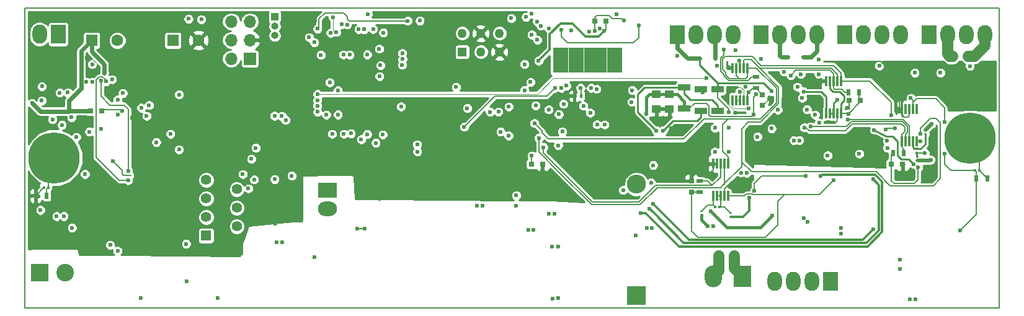
<source format=gbr>
G04 #@! TF.FileFunction,Copper,L6,Bot,Signal*
%FSLAX46Y46*%
G04 Gerber Fmt 4.6, Leading zero omitted, Abs format (unit mm)*
G04 Created by KiCad (PCBNEW 4.0.7) date 06/15/18 17:29:42*
%MOMM*%
%LPD*%
G01*
G04 APERTURE LIST*
%ADD10C,0.100000*%
%ADD11C,0.150000*%
%ADD12R,0.800000X0.750000*%
%ADD13R,1.600000X1.600000*%
%ADD14C,1.600000*%
%ADD15R,0.300000X0.350000*%
%ADD16R,1.250000X1.000000*%
%ADD17R,0.350000X0.300000*%
%ADD18R,2.600000X2.600000*%
%ADD19O,2.600000X2.600000*%
%ADD20R,0.300000X1.450000*%
%ADD21C,7.000000*%
%ADD22R,1.700000X1.700000*%
%ADD23O,1.700000X1.700000*%
%ADD24R,1.000000X1.000000*%
%ADD25O,1.000000X1.000000*%
%ADD26R,2.350000X3.000000*%
%ADD27O,2.350000X3.000000*%
%ADD28C,1.270000*%
%ADD29R,1.270000X1.270000*%
%ADD30R,2.000000X2.600000*%
%ADD31O,2.000000X2.600000*%
%ADD32R,0.430000X0.280000*%
%ADD33R,0.500000X0.900000*%
%ADD34R,1.700000X0.900000*%
%ADD35R,0.400000X0.600000*%
%ADD36R,1.397000X1.397000*%
%ADD37C,1.397000*%
%ADD38R,1.100000X0.890000*%
%ADD39R,2.600000X2.000000*%
%ADD40O,2.600000X2.000000*%
%ADD41C,2.400000*%
%ADD42R,2.400000X2.400000*%
%ADD43R,0.600000X0.450000*%
%ADD44R,0.750000X0.800000*%
%ADD45R,0.900000X0.500000*%
%ADD46C,0.600000*%
%ADD47C,0.200000*%
%ADD48C,0.125000*%
%ADD49C,0.159000*%
%ADD50C,0.220000*%
%ADD51C,1.500000*%
%ADD52C,0.300000*%
%ADD53C,0.500000*%
%ADD54C,0.415000*%
%ADD55C,0.555000*%
%ADD56C,0.213000*%
%ADD57C,0.254000*%
G04 APERTURE END LIST*
D10*
D11*
X25000000Y-164000000D02*
X25000000Y-123000000D01*
X158000000Y-164000000D02*
X25000000Y-164000000D01*
X158000000Y-123000000D02*
X158000000Y-164000000D01*
X25000000Y-123000000D02*
X158000000Y-123000000D01*
D12*
X35460000Y-137060000D03*
X33960000Y-137060000D03*
D13*
X45200000Y-127450000D03*
D14*
X48700000Y-127450000D03*
D15*
X119220000Y-150210000D03*
X119780000Y-150210000D03*
D13*
X34100000Y-127450000D03*
D14*
X37600000Y-127450000D03*
D16*
X111180000Y-134800000D03*
X111180000Y-136800000D03*
X112980000Y-134800000D03*
X112980000Y-136800000D03*
D17*
X146740000Y-142280000D03*
X146740000Y-142840000D03*
D15*
X154690000Y-145190000D03*
X155250000Y-145190000D03*
D12*
X104290000Y-124770000D03*
X102790000Y-124770000D03*
D18*
X108490000Y-162350000D03*
D19*
X108490000Y-147110000D03*
D20*
X118960000Y-144300000D03*
X119460000Y-144300000D03*
X119960000Y-144300000D03*
X120460000Y-144300000D03*
X120960000Y-144300000D03*
X120960000Y-148700000D03*
X120460000Y-148700000D03*
X119960000Y-148700000D03*
X119460000Y-148700000D03*
X118960000Y-148700000D03*
X121580000Y-131200000D03*
X122080000Y-131200000D03*
X122580000Y-131200000D03*
X123080000Y-131200000D03*
X123580000Y-131200000D03*
X123580000Y-135600000D03*
X123080000Y-135600000D03*
X122580000Y-135600000D03*
X122080000Y-135600000D03*
X121580000Y-135600000D03*
X134400000Y-132980000D03*
X134900000Y-132980000D03*
X135400000Y-132980000D03*
X135900000Y-132980000D03*
X136400000Y-132980000D03*
X136400000Y-137380000D03*
X135900000Y-137380000D03*
X135400000Y-137380000D03*
X134900000Y-137380000D03*
X134400000Y-137380000D03*
D21*
X154010000Y-140810000D03*
D22*
X55690000Y-129950000D03*
D23*
X53150000Y-129950000D03*
X55690000Y-127410000D03*
X53150000Y-127410000D03*
X55690000Y-124870000D03*
X53150000Y-124870000D03*
D24*
X59090000Y-124250000D03*
D25*
X59090000Y-125520000D03*
X59090000Y-126790000D03*
D26*
X122950000Y-159700000D03*
D27*
X118990000Y-159700000D03*
D28*
X84690000Y-126480000D03*
X87230000Y-126480000D03*
X89770000Y-126480000D03*
D29*
X84690000Y-129020000D03*
D28*
X87230000Y-129020000D03*
X89770000Y-129020000D03*
D30*
X125520000Y-126650000D03*
D31*
X128060000Y-126650000D03*
X130600000Y-126650000D03*
X133140000Y-126650000D03*
D30*
X114080000Y-126650000D03*
D31*
X116620000Y-126650000D03*
X119160000Y-126650000D03*
X121700000Y-126650000D03*
D30*
X136950000Y-126650000D03*
D31*
X139490000Y-126650000D03*
X142030000Y-126650000D03*
X144570000Y-126650000D03*
D30*
X148400000Y-126650000D03*
D31*
X150940000Y-126650000D03*
X153480000Y-126650000D03*
X156020000Y-126650000D03*
D32*
X117330000Y-150810000D03*
X117330000Y-151330000D03*
X121330000Y-151030000D03*
X121330000Y-151550000D03*
D33*
X154890000Y-146270000D03*
X156390000Y-146270000D03*
D34*
X119520000Y-137050000D03*
X119520000Y-134150000D03*
X117260000Y-137050000D03*
X117260000Y-134150000D03*
X115010000Y-133880000D03*
X115010000Y-136780000D03*
D32*
X146780000Y-143880000D03*
X146780000Y-143360000D03*
X147910000Y-139720000D03*
X147910000Y-140240000D03*
D35*
X100910000Y-135040000D03*
X100010000Y-135040000D03*
D36*
X49734000Y-154120000D03*
D37*
X53925000Y-152850000D03*
X49734000Y-151580000D03*
X53925000Y-150310000D03*
X49734000Y-149040000D03*
X53925000Y-147770000D03*
X49734000Y-146500000D03*
D38*
X106045000Y-131385000D03*
X106045000Y-130535000D03*
X106045000Y-128835000D03*
X106045000Y-129685000D03*
X104988750Y-129685000D03*
X104988750Y-128835000D03*
X104988750Y-130535000D03*
X104988750Y-131385000D03*
X103932500Y-131385000D03*
X103932500Y-130535000D03*
X103932500Y-128835000D03*
X103932500Y-129685000D03*
X102876250Y-129685000D03*
X102876250Y-128835000D03*
X102876250Y-130535000D03*
X102876250Y-131385000D03*
X101820000Y-131385000D03*
X101820000Y-130535000D03*
X101820000Y-128835000D03*
X101820000Y-129685000D03*
X100763750Y-129685000D03*
X100763750Y-128835000D03*
X100763750Y-130535000D03*
X100763750Y-131385000D03*
X99707500Y-131385000D03*
X99707500Y-130535000D03*
X99707500Y-128835000D03*
X99707500Y-129685000D03*
X98651250Y-129685000D03*
X98651250Y-128835000D03*
X98651250Y-130535000D03*
X98651250Y-131385000D03*
X97595000Y-131385000D03*
X97595000Y-130535000D03*
X97595000Y-128835000D03*
X97595000Y-129685000D03*
D20*
X146710000Y-141200000D03*
X146210000Y-141200000D03*
X145710000Y-141200000D03*
X145210000Y-141200000D03*
X144710000Y-141200000D03*
X144710000Y-136800000D03*
X145210000Y-136800000D03*
X145710000Y-136800000D03*
X146210000Y-136800000D03*
X146710000Y-136800000D03*
D15*
X27610000Y-147590000D03*
X28170000Y-147590000D03*
D21*
X29000000Y-143500000D03*
D33*
X26470000Y-148670000D03*
X27970000Y-148670000D03*
D39*
X66330000Y-147920000D03*
D40*
X66330000Y-150460000D03*
D30*
X29550000Y-126600000D03*
D31*
X27010000Y-126600000D03*
D41*
X30500000Y-159200000D03*
D42*
X27000000Y-159200000D03*
D43*
X119180000Y-129910000D03*
X117080000Y-129910000D03*
X151620000Y-129600000D03*
X153720000Y-129600000D03*
X129130000Y-129720000D03*
X131230000Y-129720000D03*
X121830000Y-156910000D03*
X119730000Y-156910000D03*
D30*
X134950000Y-160350000D03*
D31*
X132410000Y-160350000D03*
X129870000Y-160350000D03*
X127330000Y-160350000D03*
D12*
X95670000Y-144350000D03*
X94170000Y-144350000D03*
D44*
X115990000Y-146650000D03*
X115990000Y-148150000D03*
D12*
X137530000Y-135670000D03*
X139030000Y-135670000D03*
D44*
X125680000Y-136350000D03*
X125680000Y-134850000D03*
D12*
X144790000Y-144350000D03*
X143290000Y-144350000D03*
D45*
X117070000Y-148150000D03*
X117070000Y-146650000D03*
X124790000Y-133930000D03*
X124790000Y-132430000D03*
D33*
X138880000Y-134580000D03*
X137380000Y-134580000D03*
X143480000Y-142870000D03*
X144980000Y-142870000D03*
D46*
X110760000Y-144490000D03*
X46040000Y-134840000D03*
X36980000Y-143930000D03*
X94020000Y-133140000D03*
X98530000Y-136130000D03*
X70910000Y-140970000D03*
X135390000Y-146570000D03*
X91040000Y-136500000D03*
X94190000Y-143200000D03*
X132850000Y-137600000D03*
X117540000Y-134510000D03*
X123760000Y-134520000D03*
X145920000Y-135330000D03*
X137400000Y-137480000D03*
X150540000Y-138580000D03*
X146940000Y-144780000D03*
X83850000Y-133810000D03*
X73530000Y-130850000D03*
X73400000Y-132350000D03*
X67510000Y-126300000D03*
X73910000Y-126390000D03*
X72890000Y-141450000D03*
X71720000Y-140270000D03*
X73850000Y-140310000D03*
X46030000Y-142350000D03*
X56290000Y-146460000D03*
X61410000Y-145950000D03*
X59090000Y-146420000D03*
X41940000Y-136300000D03*
X41610000Y-137770000D03*
X47340000Y-124500000D03*
X49070000Y-124570000D03*
X95560000Y-145290000D03*
X60470000Y-128630000D03*
X123920000Y-147470000D03*
X114040000Y-129570000D03*
X125460000Y-129950000D03*
X111180000Y-136800000D03*
X39660000Y-137980000D03*
X113240000Y-139490000D03*
X113410000Y-144430000D03*
X118330000Y-144360000D03*
X59220000Y-152510000D03*
X59780000Y-145720000D03*
X146320000Y-145300000D03*
X132850000Y-133510000D03*
X126580000Y-135430000D03*
X121980000Y-137340000D03*
X100410000Y-137720000D03*
X100195000Y-134575000D03*
X120960000Y-131070000D03*
X112290000Y-144090000D03*
X64600000Y-124750000D03*
X67760000Y-128390000D03*
X31500000Y-129920000D03*
X33430000Y-129850000D03*
X34890000Y-131880000D03*
X25830000Y-138540000D03*
X25890000Y-139460000D03*
X134750000Y-138640000D03*
X137260000Y-136680000D03*
X89580000Y-133900000D03*
X49880000Y-133910000D03*
X35032340Y-145312460D03*
X42550000Y-148990000D03*
X34380000Y-148110000D03*
X26880000Y-148730000D03*
X26040000Y-151750000D03*
X40767660Y-142777540D03*
X150570000Y-142960000D03*
X149380000Y-142540000D03*
X144340000Y-137130000D03*
X152640000Y-153450000D03*
X139960000Y-130840000D03*
X146290000Y-130840000D03*
X152790000Y-130960000D03*
X66730000Y-126420000D03*
X67030000Y-124260000D03*
X66610000Y-133190000D03*
X72530000Y-125910000D03*
X64530000Y-157030000D03*
X71400000Y-153170000D03*
X70330000Y-153170000D03*
X98350000Y-139900000D03*
X108380000Y-154140000D03*
X54740000Y-145730000D03*
X92065000Y-150050000D03*
X88470000Y-137210000D03*
X92060000Y-148620000D03*
X89630000Y-137190000D03*
X109870000Y-153110000D03*
X110610000Y-153090000D03*
X97270000Y-151120000D03*
X96530000Y-151140000D03*
X123880000Y-148970000D03*
X34180000Y-133140000D03*
X34180000Y-130700000D03*
X47050000Y-160360000D03*
X47010000Y-155250000D03*
X28770000Y-138240000D03*
X32020000Y-140650000D03*
X121050000Y-142650000D03*
X119180000Y-142650000D03*
X131300000Y-151700000D03*
X131830000Y-152220000D03*
X121100000Y-139390000D03*
X119180000Y-139390000D03*
X144480000Y-158710000D03*
X144480000Y-157360000D03*
X123790000Y-136760000D03*
X97880000Y-137540000D03*
X109060000Y-151010000D03*
X133620000Y-146010000D03*
X140790000Y-146430000D03*
X106650000Y-147900000D03*
X110220000Y-150430000D03*
X95110000Y-130220000D03*
X96500000Y-136900000D03*
X104100000Y-126160000D03*
X106740000Y-124730000D03*
X102790000Y-126160000D03*
X107900000Y-134250000D03*
X103010000Y-134090000D03*
X101240000Y-136390000D03*
X98240000Y-133950000D03*
X110750000Y-149790000D03*
X140790000Y-153280000D03*
X110460000Y-146860000D03*
X104120000Y-138950000D03*
X103090000Y-138930000D03*
X148660000Y-143750000D03*
X102160000Y-137330000D03*
X102280000Y-133950000D03*
X64940000Y-137190000D03*
X27110000Y-150630000D03*
X146470000Y-131860000D03*
X149970000Y-131870000D03*
X154000000Y-130950000D03*
X64930000Y-136390000D03*
X64930000Y-135600000D03*
X141630000Y-130910000D03*
X119450000Y-130900000D03*
X121980000Y-128800000D03*
X117990000Y-132610000D03*
X64950000Y-134780000D03*
X118960000Y-152830000D03*
X118220000Y-152850000D03*
X96990000Y-155630000D03*
X97770000Y-155620000D03*
X97760000Y-162690000D03*
X97000000Y-162710000D03*
X71810000Y-123870000D03*
X68470000Y-129390000D03*
X60060000Y-137780000D03*
X35370000Y-132930000D03*
X39090000Y-145280000D03*
X94550000Y-138760000D03*
X143230000Y-137700000D03*
X68250000Y-125260000D03*
X124580000Y-147980000D03*
X131560000Y-145980000D03*
X98220000Y-125960000D03*
X108810000Y-125370000D03*
X142710000Y-141180000D03*
X142720000Y-142140000D03*
X129960000Y-141110000D03*
X130700000Y-141110000D03*
X125000000Y-140600000D03*
X99540000Y-126070000D03*
X130930000Y-132050000D03*
X130450000Y-133790000D03*
X134570000Y-143180000D03*
X133370000Y-130050000D03*
X133340000Y-132050000D03*
X103450000Y-125800000D03*
X128600000Y-131730000D03*
X138890000Y-142930000D03*
X133410000Y-138720000D03*
X102040000Y-126210000D03*
X137350000Y-138260000D03*
X100850000Y-133930000D03*
X131380000Y-139350000D03*
X66940000Y-140230000D03*
X97330000Y-133950000D03*
X84960000Y-139260000D03*
X89930000Y-139920000D03*
X122770000Y-145530000D03*
X123520000Y-145550000D03*
X25960000Y-136020000D03*
X35830000Y-131890000D03*
X31020000Y-137140000D03*
X124770000Y-134780000D03*
X124440000Y-137630000D03*
X109790000Y-137470000D03*
X131310000Y-134460000D03*
X147840000Y-142820000D03*
X147280000Y-141230000D03*
X122580000Y-134450000D03*
X135870000Y-135530000D03*
X35410000Y-139510000D03*
X71730000Y-129370000D03*
X111160000Y-139760000D03*
X112100000Y-139770000D03*
X148740000Y-138890000D03*
X78550000Y-141660000D03*
X78560000Y-142640000D03*
X67730000Y-137590000D03*
X95770000Y-142050000D03*
X122550000Y-130190000D03*
X120380000Y-128690000D03*
X94130000Y-123820000D03*
X67720000Y-134290000D03*
X129540000Y-132230000D03*
X66130000Y-137600000D03*
X93190000Y-134250000D03*
X71290000Y-125930000D03*
X70550000Y-125920000D03*
X73350000Y-128600000D03*
X64500000Y-127720000D03*
X63790000Y-127020000D03*
X76540000Y-129990000D03*
X94950000Y-127380000D03*
X96530000Y-125820000D03*
X131110000Y-135310000D03*
X123380000Y-133810000D03*
X94910000Y-124870000D03*
X93200000Y-130690000D03*
X76500000Y-130790000D03*
X97790000Y-141780000D03*
X76340000Y-136490000D03*
X140920000Y-139680000D03*
X146290000Y-144350000D03*
X59080000Y-137750000D03*
X65390000Y-129440000D03*
X64930000Y-125860000D03*
X77260000Y-124770000D03*
X78900000Y-124740000D03*
X105780000Y-123860000D03*
X143740000Y-139470000D03*
X142540000Y-139590000D03*
X68540000Y-140230000D03*
X44870000Y-140220000D03*
X40900000Y-136660000D03*
X29760000Y-134600000D03*
X30850000Y-134560000D03*
X69500000Y-140150000D03*
X42930000Y-141360000D03*
X31430000Y-153050000D03*
X132250000Y-139230000D03*
X95410000Y-125460000D03*
X76520000Y-129190000D03*
X94180000Y-126660000D03*
X127000000Y-151370000D03*
X118620000Y-150780000D03*
X107820000Y-135860000D03*
X98920000Y-133650000D03*
X146570000Y-162800000D03*
X136390000Y-153110000D03*
X145830000Y-162800000D03*
X136390000Y-153860000D03*
X33400000Y-133120000D03*
X33190000Y-145710000D03*
X55500000Y-147680000D03*
X30050000Y-139000000D03*
X33770000Y-139920000D03*
X37700000Y-137550000D03*
X27320000Y-133730000D03*
X37660000Y-135550000D03*
X59330000Y-155030000D03*
X60080000Y-155010000D03*
X94410000Y-153360000D03*
X93710000Y-153360000D03*
X87450000Y-150050000D03*
X86730000Y-150070000D03*
X36100000Y-133050000D03*
X147230000Y-140220000D03*
X93390000Y-124240000D03*
X91380000Y-124410000D03*
X69320000Y-129410000D03*
X60590000Y-138330000D03*
X56500000Y-142140000D03*
X55910000Y-143630000D03*
X39080000Y-146570000D03*
X95150000Y-140780000D03*
X69000000Y-125270000D03*
X121040000Y-137270000D03*
X131750000Y-136890000D03*
X126930000Y-139490000D03*
X127770000Y-136920000D03*
X126910000Y-134400000D03*
X91020000Y-140460000D03*
X94710000Y-136340000D03*
X85370000Y-136710000D03*
X36640000Y-155390000D03*
X37650000Y-156220000D03*
X38260000Y-137080000D03*
X36900000Y-132770000D03*
X38360000Y-134650000D03*
X31360000Y-137960000D03*
X27310000Y-135660000D03*
X30300000Y-151470000D03*
X51330000Y-162680000D03*
X29330000Y-151470000D03*
X40800000Y-162680000D03*
D47*
X39480000Y-145920000D02*
X38460000Y-145920000D01*
X38290000Y-145750000D02*
X38460000Y-145920000D01*
X38290000Y-145240000D02*
X38290000Y-145750000D01*
X38290000Y-145240000D02*
X36980000Y-143930000D01*
D48*
X70780000Y-140850000D02*
X70790000Y-140850000D01*
X70790000Y-140850000D02*
X70910000Y-140970000D01*
D49*
X128740000Y-148520000D02*
X133440000Y-148520000D01*
X133440000Y-148520000D02*
X135390000Y-146570000D01*
X143290000Y-144750000D02*
X143290000Y-146620000D01*
X143290000Y-146620000D02*
X143675498Y-147005498D01*
X143675498Y-147005498D02*
X146434502Y-147005498D01*
X146434502Y-147005498D02*
X146940000Y-146500000D01*
X146940000Y-146500000D02*
X146940000Y-144780000D01*
X143290000Y-144350000D02*
X143290000Y-144750000D01*
X143290000Y-144350000D02*
X143290000Y-143060000D01*
X143290000Y-143060000D02*
X143480000Y-142870000D01*
X94170000Y-144200000D02*
X94170000Y-143220000D01*
X94170000Y-143220000D02*
X94190000Y-143200000D01*
X124790000Y-133930000D02*
X124350000Y-133930000D01*
X124350000Y-133930000D02*
X123760000Y-134520000D01*
X124790000Y-133930000D02*
X124790000Y-133960000D01*
X124790000Y-133960000D02*
X125680000Y-134850000D01*
X139030000Y-135670000D02*
X139030000Y-135850000D01*
X139030000Y-135850000D02*
X137400000Y-137480000D01*
X138880000Y-134580000D02*
X138880000Y-135520000D01*
X138880000Y-135520000D02*
X139030000Y-135670000D01*
X143490000Y-142880000D02*
X143480000Y-142870000D01*
X115990000Y-148150000D02*
X115990000Y-153510000D01*
X127780000Y-149480000D02*
X128740000Y-148520000D01*
X127780000Y-152630000D02*
X127780000Y-149480000D01*
X126074502Y-154335498D02*
X127780000Y-152630000D01*
X116815498Y-154335498D02*
X126074502Y-154335498D01*
X115990000Y-153510000D02*
X116815498Y-154335498D01*
X115990000Y-148150000D02*
X117070000Y-148150000D01*
X123580000Y-135600000D02*
X123580000Y-134700000D01*
X117540000Y-134510000D02*
X117260000Y-134230000D01*
X123580000Y-134700000D02*
X123760000Y-134520000D01*
X117260000Y-134230000D02*
X117260000Y-134150000D01*
X146210000Y-136800000D02*
X146210000Y-135620000D01*
X146210000Y-135620000D02*
X145920000Y-135330000D01*
X137300000Y-137380000D02*
X136400000Y-137380000D01*
X137400000Y-137480000D02*
X137300000Y-137380000D01*
X146210000Y-136800000D02*
X146210000Y-135910000D01*
X146210000Y-135910000D02*
X146700000Y-135420000D01*
X146700000Y-135420000D02*
X149320000Y-135420000D01*
X149320000Y-135420000D02*
X150540000Y-136640000D01*
X150540000Y-136640000D02*
X150540000Y-138580000D01*
X123210000Y-148700000D02*
X123470000Y-148440000D01*
X123210000Y-148700000D02*
X120960000Y-148700000D01*
X124360000Y-148520000D02*
X128740000Y-148520000D01*
X124280000Y-148440000D02*
X124360000Y-148520000D01*
X123470000Y-148440000D02*
X124280000Y-148440000D01*
D50*
X136400000Y-137380000D02*
X136400000Y-136100000D01*
X136400000Y-136100000D02*
X136840000Y-135660000D01*
X136840000Y-135660000D02*
X136840000Y-135040000D01*
X136840000Y-135040000D02*
X136220000Y-134420000D01*
X136220000Y-134420000D02*
X135270000Y-134420000D01*
X135270000Y-134420000D02*
X134900000Y-134050000D01*
X134900000Y-134050000D02*
X134900000Y-132980000D01*
D47*
X95670000Y-145180000D02*
X95670000Y-144350000D01*
X95560000Y-145290000D02*
X95670000Y-145180000D01*
X55690000Y-127410000D02*
X58440000Y-127410000D01*
X59660000Y-128630000D02*
X60470000Y-128630000D01*
X58440000Y-127410000D02*
X59660000Y-128630000D01*
X120460000Y-148700000D02*
X120460000Y-147750000D01*
X123090000Y-146660000D02*
X123890000Y-147460000D01*
X121550000Y-146660000D02*
X123090000Y-146660000D01*
X120460000Y-147750000D02*
X121550000Y-146660000D01*
X125460000Y-129950000D02*
X125510000Y-129900000D01*
X112980000Y-136800000D02*
X111180000Y-136800000D01*
X39660000Y-137980000D02*
X40767660Y-139087660D01*
X40767660Y-139087660D02*
X40767660Y-142777540D01*
X115990000Y-146650000D02*
X115990000Y-146230000D01*
X118960000Y-145100000D02*
X118960000Y-144300000D01*
X118510000Y-145550000D02*
X118960000Y-145100000D01*
X116670000Y-145550000D02*
X118510000Y-145550000D01*
X115990000Y-146230000D02*
X116670000Y-145550000D01*
X119460000Y-144300000D02*
X118960000Y-144300000D01*
X118390000Y-144300000D02*
X118960000Y-144300000D01*
X118330000Y-144360000D02*
X118390000Y-144300000D01*
X60660000Y-151070000D02*
X59220000Y-152510000D01*
X60660000Y-146600000D02*
X60660000Y-151070000D01*
X59780000Y-145720000D02*
X60660000Y-146600000D01*
D48*
X133380000Y-132980000D02*
X132850000Y-133510000D01*
X134400000Y-132980000D02*
X133380000Y-132980000D01*
X125680000Y-136350000D02*
X125680000Y-136330000D01*
X125680000Y-136330000D02*
X126580000Y-135430000D01*
X123080000Y-135600000D02*
X123080000Y-134490000D01*
X121980000Y-137270000D02*
X121980000Y-137340000D01*
X121040000Y-136330000D02*
X121980000Y-137270000D01*
X121040000Y-134530000D02*
X121040000Y-136330000D01*
X121720000Y-133850000D02*
X121040000Y-134530000D01*
X122700000Y-133850000D02*
X121720000Y-133850000D01*
X123090000Y-134240000D02*
X122700000Y-133850000D01*
X123090000Y-134480000D02*
X123090000Y-134240000D01*
X123080000Y-134490000D02*
X123090000Y-134480000D01*
X100195000Y-134575000D02*
X100195000Y-137505000D01*
X100195000Y-137505000D02*
X100410000Y-137720000D01*
X100195000Y-134575000D02*
X100200000Y-134580000D01*
X121580000Y-131200000D02*
X121090000Y-131200000D01*
X121090000Y-131200000D02*
X120960000Y-131070000D01*
X144790000Y-144350000D02*
X145170000Y-144350000D01*
X31130000Y-130290000D02*
X31130000Y-130400000D01*
X31500000Y-129920000D02*
X31130000Y-130290000D01*
X34060000Y-129850000D02*
X33430000Y-129850000D01*
X34770000Y-130560000D02*
X34060000Y-129850000D01*
X34770000Y-131760000D02*
X34770000Y-130560000D01*
X34890000Y-131880000D02*
X34770000Y-131760000D01*
D47*
X25890000Y-139460000D02*
X25890000Y-138600000D01*
X25890000Y-138600000D02*
X25830000Y-138540000D01*
X144850000Y-137910000D02*
X144850000Y-137640000D01*
X144850000Y-137640000D02*
X144340000Y-137130000D01*
X135900000Y-138440000D02*
X135700000Y-138640000D01*
X135700000Y-138640000D02*
X134750000Y-138640000D01*
X135900000Y-138440000D02*
X135900000Y-137380000D01*
X137530000Y-135670000D02*
X137530000Y-136410000D01*
X137530000Y-136410000D02*
X137260000Y-136680000D01*
X35030000Y-145310000D02*
X35030000Y-145310120D01*
X35030000Y-145310120D02*
X35032340Y-145312460D01*
X42670000Y-149140000D02*
X42670000Y-149110000D01*
X42670000Y-149110000D02*
X42550000Y-148990000D01*
X26470000Y-148670000D02*
X26820000Y-148670000D01*
X26820000Y-148670000D02*
X26880000Y-148730000D01*
X26040000Y-151750000D02*
X26040000Y-151770000D01*
X40770000Y-142770000D02*
X40770000Y-142775200D01*
X40770000Y-142775200D02*
X40767660Y-142777540D01*
X154690000Y-145190000D02*
X151430000Y-145190000D01*
X151430000Y-145190000D02*
X150570000Y-144330000D01*
X150570000Y-144330000D02*
X150570000Y-142960000D01*
X148930000Y-142090000D02*
X148930000Y-141260000D01*
X149380000Y-142540000D02*
X148930000Y-142090000D01*
X145710000Y-136800000D02*
X145710000Y-137710000D01*
X144710000Y-137770000D02*
X144710000Y-136800000D01*
X144850000Y-137910000D02*
X144710000Y-137770000D01*
X145510000Y-137910000D02*
X144850000Y-137910000D01*
X145710000Y-137710000D02*
X145510000Y-137910000D01*
X144340000Y-137130000D02*
X144340000Y-135310000D01*
X144340000Y-135310000D02*
X145650000Y-134000000D01*
X145650000Y-134000000D02*
X145650000Y-131480000D01*
X145650000Y-131480000D02*
X146290000Y-130840000D01*
X154890000Y-146270000D02*
X154890000Y-151200000D01*
X154890000Y-151200000D02*
X152640000Y-153450000D01*
X146290000Y-130840000D02*
X142370000Y-130840000D01*
X142370000Y-130840000D02*
X141850000Y-130320000D01*
X141850000Y-130320000D02*
X140480000Y-130320000D01*
X140480000Y-130320000D02*
X139960000Y-130840000D01*
X146290000Y-130840000D02*
X146410000Y-130960000D01*
X146410000Y-130960000D02*
X152790000Y-130960000D01*
D49*
X154890000Y-146270000D02*
X154890000Y-145390000D01*
X154890000Y-145390000D02*
X154690000Y-145190000D01*
X27610000Y-147590000D02*
X27550000Y-147590000D01*
X27550000Y-147590000D02*
X26470000Y-148670000D01*
D48*
X67030000Y-124260000D02*
X67030000Y-126120000D01*
X67030000Y-126120000D02*
X66730000Y-126420000D01*
D49*
X70330000Y-153170000D02*
X71400000Y-153170000D01*
D51*
X119730000Y-156910000D02*
X119730000Y-158960000D01*
X119730000Y-158960000D02*
X118990000Y-159700000D01*
D52*
X121330000Y-151550000D02*
X123040000Y-151550000D01*
X123880000Y-150710000D02*
X123880000Y-148970000D01*
X123040000Y-151550000D02*
X123880000Y-150710000D01*
D51*
X121830000Y-156910000D02*
X121830000Y-158580000D01*
X121830000Y-158580000D02*
X122950000Y-159700000D01*
X153720000Y-129600000D02*
X154640000Y-129600000D01*
X156020000Y-128220000D02*
X156020000Y-126650000D01*
X154640000Y-129600000D02*
X156020000Y-128220000D01*
D48*
X121580000Y-135600000D02*
X121580000Y-136480000D01*
X121860000Y-136760000D02*
X123790000Y-136760000D01*
X121580000Y-136480000D02*
X121860000Y-136760000D01*
D52*
X133620000Y-146010000D02*
X133830000Y-145800000D01*
X133830000Y-145800000D02*
X141050000Y-145800000D01*
X141050000Y-145800000D02*
X142010000Y-146760000D01*
X142010000Y-146760000D02*
X142010000Y-153610000D01*
X142010000Y-153610000D02*
X140040000Y-155580000D01*
X140040000Y-155580000D02*
X114270000Y-155580000D01*
X114270000Y-155580000D02*
X109700000Y-151010000D01*
X109700000Y-151010000D02*
X109060000Y-151010000D01*
X110710000Y-150920000D02*
X110220000Y-150430000D01*
X140790000Y-146430000D02*
X141580000Y-147220000D01*
X141580000Y-147220000D02*
X141580000Y-153410000D01*
X141580000Y-153410000D02*
X139850000Y-155140000D01*
X139850000Y-155140000D02*
X114930000Y-155140000D01*
X110710000Y-150920000D02*
X114930000Y-155140000D01*
X103300000Y-126960000D02*
X104100000Y-126160000D01*
X101560000Y-126960000D02*
X103300000Y-126960000D01*
X99710000Y-125110000D02*
X101560000Y-126960000D01*
X98140000Y-125110000D02*
X99710000Y-125110000D01*
X96650000Y-126600000D02*
X98140000Y-125110000D01*
X96650000Y-128680000D02*
X96650000Y-126600000D01*
X95110000Y-130220000D02*
X96650000Y-128680000D01*
D49*
X104290000Y-125970000D02*
X104290000Y-124770000D01*
X104100000Y-126160000D02*
X104290000Y-125970000D01*
X102790000Y-124300000D02*
X102790000Y-124770000D01*
X103070000Y-124020000D02*
X102790000Y-124300000D01*
X104750000Y-124020000D02*
X103070000Y-124020000D01*
X105160000Y-124430000D02*
X104750000Y-124020000D01*
X106440000Y-124430000D02*
X105160000Y-124430000D01*
X106740000Y-124730000D02*
X106440000Y-124430000D01*
X102790000Y-126160000D02*
X102790000Y-124770000D01*
D52*
X140790000Y-153280000D02*
X139380000Y-154690000D01*
X139380000Y-154690000D02*
X115650000Y-154690000D01*
X110750000Y-149790000D02*
X115650000Y-154690000D01*
D53*
X146780000Y-143880000D02*
X148530000Y-143880000D01*
X148530000Y-143880000D02*
X148660000Y-143750000D01*
D48*
X64950000Y-134780000D02*
X94960000Y-134780000D01*
X97130000Y-132610000D02*
X117990000Y-132610000D01*
X94960000Y-134780000D02*
X97130000Y-132610000D01*
D54*
X117330000Y-151330000D02*
X117330000Y-151960000D01*
X117330000Y-151960000D02*
X118220000Y-152850000D01*
D55*
X119180000Y-129910000D02*
X119180000Y-126670000D01*
D50*
X119180000Y-126670000D02*
X119160000Y-126650000D01*
D51*
X151620000Y-129600000D02*
X151260000Y-129600000D01*
X150940000Y-129280000D02*
X150940000Y-126650000D01*
X151260000Y-129600000D02*
X150940000Y-129280000D01*
D55*
X129130000Y-129720000D02*
X128270000Y-129720000D01*
X128060000Y-129510000D02*
X128060000Y-126650000D01*
X128270000Y-129720000D02*
X128060000Y-129510000D01*
D47*
X121160000Y-129660000D02*
X120590630Y-129660000D01*
X122490996Y-132650996D02*
X121201626Y-132650996D01*
X121201626Y-132650996D02*
X120684502Y-132133872D01*
X120684502Y-132133872D02*
X120684502Y-131860000D01*
X121160000Y-129660000D02*
X121590000Y-129660000D01*
X136400000Y-131910000D02*
X136400000Y-132980000D01*
X136400000Y-131910000D02*
X135360000Y-130870000D01*
X135360000Y-130870000D02*
X125490000Y-130870000D01*
X125490000Y-130870000D02*
X124280000Y-129660000D01*
X124280000Y-129660000D02*
X121590000Y-129660000D01*
X120264502Y-131440000D02*
X120684502Y-131860000D01*
X120264502Y-129986128D02*
X120264502Y-131440000D01*
X120590630Y-129660000D02*
X120264502Y-129986128D01*
X122360000Y-132530000D02*
X122370000Y-132530000D01*
X122080000Y-132250000D02*
X122360000Y-132530000D01*
X122080000Y-131200000D02*
X122080000Y-132250000D01*
X122370000Y-132530000D02*
X122490996Y-132650996D01*
X123580000Y-132250000D02*
X123580000Y-132460996D01*
X123580000Y-131200000D02*
X123580000Y-132250000D01*
X123390000Y-132650996D02*
X122490996Y-132650996D01*
X123580000Y-132460996D02*
X123390000Y-132650996D01*
D49*
X124310000Y-138210000D02*
X125358360Y-138210000D01*
D47*
X124780000Y-131200000D02*
X127560000Y-133980000D01*
X127560000Y-133980000D02*
X127560000Y-134960000D01*
X120970000Y-138210000D02*
X124310000Y-138210000D01*
X124780000Y-131200000D02*
X123580000Y-131200000D01*
D49*
X127560000Y-136008360D02*
X127560000Y-134960000D01*
X125358360Y-138210000D02*
X127560000Y-136008360D01*
D47*
X35370000Y-132930000D02*
X35370000Y-135070000D01*
X39090000Y-136840000D02*
X39090000Y-145280000D01*
X38530000Y-136280000D02*
X39090000Y-136840000D01*
X36580000Y-136280000D02*
X38530000Y-136280000D01*
X35370000Y-135070000D02*
X36580000Y-136280000D01*
X95590000Y-140040000D02*
X95590000Y-139800000D01*
X117650000Y-138210000D02*
X114940000Y-140920000D01*
X114940000Y-140920000D02*
X96470000Y-140920000D01*
X96470000Y-140920000D02*
X95590000Y-140040000D01*
X120970000Y-138210000D02*
X117650000Y-138210000D01*
X95590000Y-139800000D02*
X94550000Y-138760000D01*
X140340000Y-132980000D02*
X143230000Y-135870000D01*
X143230000Y-135870000D02*
X143230000Y-137700000D01*
X136400000Y-132980000D02*
X140340000Y-132980000D01*
X120960000Y-143330000D02*
X120960000Y-144300000D01*
X120200000Y-142570000D02*
X120960000Y-143330000D01*
X120200000Y-138980000D02*
X120200000Y-142570000D01*
X120970000Y-138210000D02*
X120200000Y-138980000D01*
D49*
X98220000Y-125960000D02*
X98220000Y-126940000D01*
X124580000Y-147980000D02*
X124580000Y-146960000D01*
X125560000Y-145980000D02*
X131560000Y-145980000D01*
X124580000Y-146960000D02*
X125560000Y-145980000D01*
X108810000Y-127060000D02*
X108810000Y-125370000D01*
X108070000Y-127800000D02*
X108810000Y-127060000D01*
X99080000Y-127800000D02*
X108070000Y-127800000D01*
X98220000Y-126940000D02*
X99080000Y-127800000D01*
X145710000Y-141200000D02*
X145710000Y-139080000D01*
X144890000Y-138260000D02*
X137350000Y-138260000D01*
X145710000Y-139080000D02*
X144890000Y-138260000D01*
X100910000Y-133990000D02*
X100910000Y-135040000D01*
X100850000Y-133930000D02*
X100910000Y-133990000D01*
X144980000Y-142870000D02*
X144980000Y-142290000D01*
X144710000Y-142020000D02*
X144710000Y-141200000D01*
X144980000Y-142290000D02*
X144710000Y-142020000D01*
X144980000Y-142870000D02*
X144980000Y-142520000D01*
X144780000Y-141270000D02*
X144710000Y-141200000D01*
X144710000Y-141200000D02*
X144710000Y-140334358D01*
X144710000Y-140334358D02*
X145141996Y-139902362D01*
X145141996Y-139902362D02*
X145141996Y-139315276D01*
X145141996Y-139315276D02*
X144654724Y-138828004D01*
X144654724Y-138828004D02*
X137941996Y-138828004D01*
X137941996Y-138828004D02*
X136980000Y-139790000D01*
X136980000Y-139790000D02*
X132050000Y-139790000D01*
X132050000Y-139790000D02*
X131610000Y-139350000D01*
X131610000Y-139350000D02*
X131380000Y-139350000D01*
X96230000Y-135050000D02*
X97330000Y-133950000D01*
X89170000Y-135050000D02*
X96230000Y-135050000D01*
X84960000Y-139260000D02*
X89170000Y-135050000D01*
D47*
X118960000Y-149930000D02*
X118210000Y-149930000D01*
X118210000Y-149930000D02*
X117330000Y-150810000D01*
X118960000Y-148700000D02*
X118960000Y-149930000D01*
X118960000Y-149930000D02*
X118960000Y-149950000D01*
X118960000Y-149950000D02*
X119220000Y-150210000D01*
X119960000Y-150020000D02*
X119960000Y-150210000D01*
X120110000Y-150220000D02*
X120110000Y-150210000D01*
X119970000Y-150220000D02*
X120110000Y-150220000D01*
X119960000Y-150210000D02*
X119970000Y-150220000D01*
X119780000Y-150210000D02*
X120110000Y-150210000D01*
X120110000Y-150210000D02*
X120510000Y-150210000D01*
X120510000Y-150210000D02*
X121330000Y-151030000D01*
X119960000Y-148700000D02*
X119960000Y-150020000D01*
X119960000Y-150020000D02*
X119960000Y-150030000D01*
X119960000Y-150030000D02*
X119780000Y-150210000D01*
X119960000Y-148700000D02*
X119460000Y-148700000D01*
D55*
X31020000Y-137140000D02*
X27080000Y-137140000D01*
X27080000Y-137140000D02*
X25960000Y-136020000D01*
X34100000Y-127450000D02*
X34100000Y-128980000D01*
X35830000Y-130710000D02*
X35830000Y-131890000D01*
X34100000Y-128980000D02*
X35830000Y-130710000D01*
X31020000Y-137140000D02*
X31020000Y-135640000D01*
X32670000Y-128880000D02*
X34100000Y-127450000D01*
X32670000Y-133990000D02*
X32670000Y-128880000D01*
X31020000Y-135640000D02*
X32670000Y-133990000D01*
X33960000Y-137060000D02*
X31100000Y-137060000D01*
D52*
X31100000Y-137060000D02*
X31020000Y-137140000D01*
D49*
X28170000Y-147590000D02*
X28170000Y-144330000D01*
X28170000Y-144330000D02*
X29000000Y-143500000D01*
X27970000Y-148670000D02*
X27970000Y-147790000D01*
X27970000Y-147790000D02*
X28170000Y-147590000D01*
X124440000Y-137630000D02*
X124440000Y-135180000D01*
X124770000Y-134850000D02*
X124770000Y-134780000D01*
X124440000Y-135180000D02*
X124770000Y-134850000D01*
X116380000Y-136030000D02*
X118060000Y-136030000D01*
X118060000Y-136030000D02*
X118400000Y-136370000D01*
X118400000Y-136370000D02*
X118400000Y-137640000D01*
X118400000Y-137640000D02*
X118610000Y-137850000D01*
X118610000Y-137850000D02*
X123660000Y-137850000D01*
X115630000Y-136780000D02*
X116380000Y-136030000D01*
X124220000Y-137850000D02*
X123660000Y-137850000D01*
X124440000Y-137630000D02*
X124220000Y-137850000D01*
X115010000Y-136780000D02*
X115630000Y-136780000D01*
D54*
X109790000Y-136190000D02*
X109790000Y-135230000D01*
X109790000Y-136630000D02*
X109790000Y-136190000D01*
X110220000Y-134800000D02*
X111180000Y-134800000D01*
X109790000Y-135230000D02*
X110220000Y-134800000D01*
X109790000Y-137470000D02*
X109790000Y-136630000D01*
X109790000Y-136630000D02*
X109790000Y-136620000D01*
X112980000Y-134800000D02*
X111180000Y-134800000D01*
X115010000Y-136780000D02*
X115010000Y-135780000D01*
X114030000Y-134800000D02*
X112980000Y-134800000D01*
X115010000Y-135780000D02*
X114030000Y-134800000D01*
D50*
X134400000Y-137380000D02*
X134400000Y-135170000D01*
X133690000Y-134460000D02*
X131310000Y-134460000D01*
X134400000Y-135170000D02*
X133690000Y-134460000D01*
X147910000Y-140240000D02*
X147910000Y-141620000D01*
X147250000Y-142280000D02*
X146740000Y-142280000D01*
X147910000Y-141620000D02*
X147250000Y-142280000D01*
X146210000Y-141200000D02*
X146210000Y-142100000D01*
X146390000Y-142280000D02*
X146740000Y-142280000D01*
X146210000Y-142100000D02*
X146390000Y-142280000D01*
D47*
X146710000Y-141200000D02*
X147250000Y-141200000D01*
X147440000Y-142840000D02*
X146740000Y-142840000D01*
X147820000Y-142840000D02*
X147440000Y-142840000D01*
X147840000Y-142820000D02*
X147820000Y-142840000D01*
X147250000Y-141200000D02*
X147280000Y-141230000D01*
D50*
X146740000Y-142840000D02*
X146740000Y-143320000D01*
X146740000Y-143320000D02*
X146780000Y-143360000D01*
D48*
X122580000Y-135600000D02*
X122580000Y-134450000D01*
X122080000Y-135600000D02*
X122580000Y-135600000D01*
D50*
X135400000Y-137380000D02*
X135400000Y-136000000D01*
X135400000Y-136000000D02*
X135870000Y-135530000D01*
X134900000Y-137380000D02*
X135400000Y-137380000D01*
X119520000Y-137050000D02*
X119520000Y-136290000D01*
X115010000Y-134700000D02*
X115010000Y-133880000D01*
X115850000Y-135540000D02*
X115010000Y-134700000D01*
X118770000Y-135540000D02*
X115850000Y-135540000D01*
X119520000Y-136290000D02*
X118770000Y-135540000D01*
X109580000Y-133880000D02*
X115010000Y-133880000D01*
X108670000Y-134790000D02*
X109580000Y-133880000D01*
X108670000Y-137270000D02*
X108670000Y-134790000D01*
X111160000Y-139760000D02*
X108670000Y-137270000D01*
X117260000Y-137900000D02*
X117260000Y-137050000D01*
X116750000Y-138410000D02*
X117260000Y-137900000D01*
X113460000Y-138410000D02*
X116750000Y-138410000D01*
X112100000Y-139770000D02*
X113460000Y-138410000D01*
D53*
X147910000Y-139720000D02*
X148740000Y-138890000D01*
D49*
X117070000Y-146650000D02*
X118194002Y-146650000D01*
X118194002Y-146650000D02*
X118800000Y-147255998D01*
X119960000Y-144300000D02*
X119960000Y-146125998D01*
X95770000Y-142840000D02*
X95770000Y-142050000D01*
X102460000Y-149530000D02*
X95770000Y-142840000D01*
X108840000Y-149530000D02*
X102460000Y-149530000D01*
X111114002Y-147255998D02*
X108840000Y-149530000D01*
X118830000Y-147255998D02*
X118800000Y-147255998D01*
X118800000Y-147255998D02*
X111114002Y-147255998D01*
X119960000Y-146125998D02*
X118830000Y-147255998D01*
X120380000Y-132260000D02*
X120380000Y-132070000D01*
X124250000Y-132430000D02*
X123724502Y-132955498D01*
X123724502Y-132955498D02*
X121075498Y-132955498D01*
X121075498Y-132955498D02*
X120380000Y-132260000D01*
X124790000Y-132430000D02*
X124250000Y-132430000D01*
X120380000Y-129440000D02*
X120380000Y-128690000D01*
X119960000Y-129860000D02*
X120380000Y-129440000D01*
X119960000Y-131650000D02*
X119960000Y-129860000D01*
X120380000Y-132070000D02*
X119960000Y-131650000D01*
X122580000Y-130220000D02*
X122550000Y-130190000D01*
X122580000Y-130220000D02*
X122580000Y-131200000D01*
X137380000Y-134580000D02*
X136940000Y-134580000D01*
X135400000Y-133980000D02*
X135400000Y-132980000D01*
X135510000Y-134090000D02*
X135400000Y-133980000D01*
X136450000Y-134090000D02*
X135510000Y-134090000D01*
X136940000Y-134580000D02*
X136450000Y-134090000D01*
X134895191Y-131525191D02*
X130244809Y-131525191D01*
X135400000Y-132030000D02*
X134895191Y-131525191D01*
X135400000Y-132980000D02*
X135400000Y-132030000D01*
X130244809Y-131525191D02*
X129540000Y-132230000D01*
D56*
X144620000Y-143650000D02*
X145590000Y-143650000D01*
X140920000Y-139680000D02*
X142590000Y-140580000D01*
X142590000Y-140580000D02*
X143450000Y-140580000D01*
X143450000Y-140580000D02*
X144140000Y-141270000D01*
X144140000Y-141270000D02*
X144140000Y-143170000D01*
X144140000Y-143170000D02*
X144620000Y-143650000D01*
X145590000Y-143650000D02*
X146290000Y-144350000D01*
D49*
X69010000Y-124530000D02*
X69010000Y-124210000D01*
X69250000Y-124770000D02*
X69010000Y-124530000D01*
X77260000Y-124770000D02*
X69250000Y-124770000D01*
X65140000Y-125650000D02*
X64930000Y-125860000D01*
X65140000Y-124490000D02*
X65140000Y-125650000D01*
X65950000Y-123680000D02*
X65140000Y-124490000D01*
X68480000Y-123680000D02*
X65950000Y-123680000D01*
X69010000Y-124210000D02*
X68480000Y-123680000D01*
D47*
X143470000Y-139470000D02*
X143740000Y-139470000D01*
X142770000Y-139470000D02*
X143470000Y-139470000D01*
X142540000Y-139590000D02*
X142770000Y-139470000D01*
D49*
X145210000Y-140235998D02*
X145425998Y-140020000D01*
X145425998Y-140020000D02*
X145425998Y-139197638D01*
X145425998Y-139197638D02*
X144772362Y-138544002D01*
X144772362Y-138544002D02*
X137815998Y-138544002D01*
X137815998Y-138544002D02*
X137130000Y-139230000D01*
X137130000Y-139230000D02*
X132250000Y-139230000D01*
X145210000Y-140235998D02*
X145210000Y-141200000D01*
X94210000Y-126660000D02*
X94180000Y-126660000D01*
D54*
X125380000Y-152990000D02*
X127000000Y-151370000D01*
X120830000Y-152990000D02*
X125380000Y-152990000D01*
X118620000Y-150780000D02*
X120830000Y-152990000D01*
D47*
X141040000Y-145390000D02*
X141190000Y-145390000D01*
X149960000Y-146340000D02*
X149960000Y-144860000D01*
X148990000Y-147310000D02*
X149960000Y-146340000D01*
X143110000Y-147310000D02*
X148990000Y-147310000D01*
X141190000Y-145390000D02*
X143110000Y-147310000D01*
X34710000Y-132980000D02*
X34710000Y-132840000D01*
X34900000Y-132650000D02*
X35150000Y-132400000D01*
X35150000Y-132400000D02*
X35590000Y-132400000D01*
X35590000Y-132400000D02*
X35990000Y-132800000D01*
X36100000Y-133050000D02*
X36100000Y-133180000D01*
X35990000Y-133070000D02*
X35990000Y-132800000D01*
X36100000Y-133180000D02*
X35990000Y-133070000D01*
X34710000Y-132840000D02*
X34900000Y-132650000D01*
X34710000Y-132980000D02*
X34710000Y-143390000D01*
D49*
X122840000Y-139580000D02*
X122840000Y-139510000D01*
D47*
X122840000Y-144040000D02*
X122840000Y-139580000D01*
X127890000Y-135180000D02*
X127890000Y-133830000D01*
X127890000Y-133830000D02*
X125250000Y-131190000D01*
D49*
X127890000Y-136080000D02*
X127890000Y-135180000D01*
X125360000Y-138610000D02*
X127890000Y-136080000D01*
X123740000Y-138610000D02*
X125360000Y-138610000D01*
X122840000Y-139510000D02*
X123740000Y-138610000D01*
X120460000Y-144300000D02*
X120460000Y-147090000D01*
X120460000Y-147090000D02*
X120270000Y-147280000D01*
X122880000Y-144080000D02*
X122880000Y-144670000D01*
D47*
X95140000Y-140790000D02*
X95150000Y-140780000D01*
D49*
X95140000Y-142670000D02*
X95140000Y-141810000D01*
X97890000Y-145420000D02*
X95140000Y-142670000D01*
X95140000Y-141810000D02*
X95140000Y-140790000D01*
X102350000Y-149880000D02*
X97890000Y-145420000D01*
X109000000Y-149880000D02*
X102350000Y-149880000D01*
X111340000Y-147540000D02*
X109000000Y-149880000D01*
X120010000Y-147540000D02*
X111340000Y-147540000D01*
X122880000Y-144670000D02*
X120270000Y-147280000D01*
X120270000Y-147280000D02*
X120010000Y-147540000D01*
D47*
X147230000Y-140220000D02*
X147230000Y-139460000D01*
X147230000Y-139460000D02*
X148590000Y-138100000D01*
X148590000Y-138100000D02*
X149380000Y-138100000D01*
X149380000Y-138100000D02*
X149980000Y-138700000D01*
X149980000Y-138700000D02*
X149980000Y-144840000D01*
X149980000Y-144840000D02*
X149960000Y-144860000D01*
X124190000Y-145390000D02*
X122880000Y-144080000D01*
X122880000Y-144080000D02*
X122840000Y-144040000D01*
X141040000Y-145390000D02*
X124190000Y-145390000D01*
X37890000Y-146570000D02*
X39080000Y-146570000D01*
X34710000Y-143390000D02*
X37890000Y-146570000D01*
X135900000Y-132980000D02*
X135900000Y-132050000D01*
X135900000Y-132050000D02*
X135050189Y-131200189D01*
X135050189Y-131200189D02*
X125260189Y-131200189D01*
X125260189Y-131200189D02*
X125250000Y-131210378D01*
X125250000Y-131210378D02*
X125250000Y-131190000D01*
X123080000Y-130200000D02*
X123080000Y-131200000D01*
X125250000Y-131190000D02*
X124120000Y-130060000D01*
X124120000Y-130060000D02*
X123220000Y-130060000D01*
X123220000Y-130060000D02*
X123080000Y-130200000D01*
X122840000Y-144130000D02*
X122840000Y-144040000D01*
D49*
X119520000Y-134150000D02*
X119520000Y-135270000D01*
X121040000Y-136790000D02*
X121040000Y-137270000D01*
X119520000Y-135270000D02*
X121040000Y-136790000D01*
D55*
X131230000Y-129720000D02*
X132300000Y-129720000D01*
X133140000Y-128880000D02*
X133140000Y-126650000D01*
X132300000Y-129720000D02*
X133140000Y-128880000D01*
D50*
X119520000Y-133270000D02*
X125780000Y-133270000D01*
X125780000Y-133270000D02*
X126910000Y-134400000D01*
D55*
X117080000Y-129910000D02*
X115500000Y-129910000D01*
X114080000Y-128490000D02*
X114080000Y-126650000D01*
X115500000Y-129910000D02*
X114080000Y-128490000D01*
D50*
X119520000Y-134150000D02*
X119520000Y-133270000D01*
X117080000Y-130830000D02*
X117080000Y-129910000D01*
X119520000Y-133270000D02*
X117080000Y-130830000D01*
D49*
X155250000Y-145190000D02*
X155250000Y-142050000D01*
X155250000Y-142050000D02*
X154010000Y-140810000D01*
X155250000Y-145190000D02*
X155310000Y-145190000D01*
X155310000Y-145190000D02*
X156390000Y-146270000D01*
X38260000Y-137080000D02*
X38110000Y-136930000D01*
X38110000Y-136930000D02*
X35590000Y-136930000D01*
X35590000Y-136930000D02*
X35460000Y-137060000D01*
D57*
G36*
X58188936Y-123580619D02*
X58154635Y-123750000D01*
X58154635Y-124750000D01*
X58184409Y-124908237D01*
X58277927Y-125053567D01*
X58286235Y-125059244D01*
X58215403Y-125165252D01*
X58144839Y-125520000D01*
X58215403Y-125874748D01*
X58402661Y-126155000D01*
X58215403Y-126435252D01*
X58144839Y-126790000D01*
X58215403Y-127144748D01*
X58416351Y-127445488D01*
X58717091Y-127646436D01*
X59071839Y-127717000D01*
X59108161Y-127717000D01*
X59462909Y-127646436D01*
X59763649Y-127445488D01*
X59951749Y-127163975D01*
X63062874Y-127163975D01*
X63173320Y-127431275D01*
X63377650Y-127635961D01*
X63644756Y-127746874D01*
X63772976Y-127746986D01*
X63772874Y-127863975D01*
X63883320Y-128131275D01*
X64087650Y-128335961D01*
X64354756Y-128446874D01*
X64643975Y-128447126D01*
X64911275Y-128336680D01*
X65115961Y-128132350D01*
X65226874Y-127865244D01*
X65227126Y-127576025D01*
X65116680Y-127308725D01*
X64912350Y-127104039D01*
X64645244Y-126993126D01*
X64517024Y-126993014D01*
X64517126Y-126876025D01*
X64406680Y-126608725D01*
X64202350Y-126404039D01*
X63935244Y-126293126D01*
X63646025Y-126292874D01*
X63378725Y-126403320D01*
X63174039Y-126607650D01*
X63063126Y-126874756D01*
X63062874Y-127163975D01*
X59951749Y-127163975D01*
X59964597Y-127144748D01*
X60035161Y-126790000D01*
X59964597Y-126435252D01*
X59777339Y-126155000D01*
X59964597Y-125874748D01*
X60035161Y-125520000D01*
X59964597Y-125165252D01*
X59894623Y-125060528D01*
X59991064Y-124919381D01*
X60025365Y-124750000D01*
X60025365Y-123750000D01*
X59995591Y-123591763D01*
X59937830Y-123502000D01*
X65411700Y-123502000D01*
X64781850Y-124131850D01*
X64672055Y-124296171D01*
X64633499Y-124490000D01*
X64633500Y-124490005D01*
X64633500Y-125195896D01*
X64518725Y-125243320D01*
X64314039Y-125447650D01*
X64203126Y-125714756D01*
X64202874Y-126003975D01*
X64313320Y-126271275D01*
X64517650Y-126475961D01*
X64784756Y-126586874D01*
X65073975Y-126587126D01*
X65341275Y-126476680D01*
X65545961Y-126272350D01*
X65656874Y-126005244D01*
X65657126Y-125716025D01*
X65641088Y-125677211D01*
X65646501Y-125650000D01*
X65646500Y-125649995D01*
X65646500Y-124699800D01*
X66159800Y-124186500D01*
X66303063Y-124186500D01*
X66302874Y-124403975D01*
X66413320Y-124671275D01*
X66540500Y-124798677D01*
X66540500Y-125711685D01*
X66318725Y-125803320D01*
X66114039Y-126007650D01*
X66003126Y-126274756D01*
X66002874Y-126563975D01*
X66113320Y-126831275D01*
X66317650Y-127035961D01*
X66584756Y-127146874D01*
X66873975Y-127147126D01*
X67141275Y-127036680D01*
X67213864Y-126964218D01*
X67364756Y-127026874D01*
X67653975Y-127027126D01*
X67921275Y-126916680D01*
X68125961Y-126712350D01*
X68236874Y-126445244D01*
X68237126Y-126156025D01*
X68167257Y-125986928D01*
X68393975Y-125987126D01*
X68613168Y-125896557D01*
X68854756Y-125996874D01*
X69143975Y-125997126D01*
X69411275Y-125886680D01*
X69615961Y-125682350D01*
X69726874Y-125415244D01*
X69726995Y-125276500D01*
X70203634Y-125276500D01*
X70138725Y-125303320D01*
X69934039Y-125507650D01*
X69823126Y-125774756D01*
X69822874Y-126063975D01*
X69933320Y-126331275D01*
X70137650Y-126535961D01*
X70404756Y-126646874D01*
X70693975Y-126647126D01*
X70908156Y-126558628D01*
X71144756Y-126656874D01*
X71433975Y-126657126D01*
X71701275Y-126546680D01*
X71905961Y-126342350D01*
X71914303Y-126322260D01*
X72117650Y-126525961D01*
X72384756Y-126636874D01*
X72673975Y-126637126D01*
X72923619Y-126533975D01*
X73182874Y-126533975D01*
X73293320Y-126801275D01*
X73497650Y-127005961D01*
X73764756Y-127116874D01*
X74053975Y-127117126D01*
X74321275Y-127006680D01*
X74525961Y-126802350D01*
X74572481Y-126690318D01*
X83627816Y-126690318D01*
X83789155Y-127080789D01*
X84087640Y-127379795D01*
X84477828Y-127541815D01*
X84900318Y-127542184D01*
X85290789Y-127380845D01*
X85303523Y-127368133D01*
X86521472Y-127368133D01*
X86575303Y-127597179D01*
X87052664Y-127762681D01*
X87557023Y-127732906D01*
X87884697Y-127597179D01*
X87938528Y-127368133D01*
X87230000Y-126659605D01*
X86521472Y-127368133D01*
X85303523Y-127368133D01*
X85589795Y-127082360D01*
X85751815Y-126692172D01*
X85752155Y-126302664D01*
X85947319Y-126302664D01*
X85977094Y-126807023D01*
X86112821Y-127134697D01*
X86341867Y-127188528D01*
X87050395Y-126480000D01*
X87409605Y-126480000D01*
X88118133Y-127188528D01*
X88347179Y-127134697D01*
X88501246Y-126690318D01*
X88707816Y-126690318D01*
X88869155Y-127080789D01*
X89167640Y-127379795D01*
X89557828Y-127541815D01*
X89980318Y-127542184D01*
X90370789Y-127380845D01*
X90669795Y-127082360D01*
X90785390Y-126803975D01*
X93452874Y-126803975D01*
X93563320Y-127071275D01*
X93767650Y-127275961D01*
X94034756Y-127386874D01*
X94222993Y-127387038D01*
X94222874Y-127523975D01*
X94333320Y-127791275D01*
X94537650Y-127995961D01*
X94804756Y-128106874D01*
X95093975Y-128107126D01*
X95361275Y-127996680D01*
X95565961Y-127792350D01*
X95676874Y-127525244D01*
X95677126Y-127236025D01*
X95566680Y-126968725D01*
X95362350Y-126764039D01*
X95095244Y-126653126D01*
X94907007Y-126652962D01*
X94907126Y-126516025D01*
X94796680Y-126248725D01*
X94592350Y-126044039D01*
X94325244Y-125933126D01*
X94036025Y-125932874D01*
X93768725Y-126043320D01*
X93564039Y-126247650D01*
X93453126Y-126514756D01*
X93452874Y-126803975D01*
X90785390Y-126803975D01*
X90831815Y-126692172D01*
X90832184Y-126269682D01*
X90670845Y-125879211D01*
X90372360Y-125580205D01*
X89982172Y-125418185D01*
X89559682Y-125417816D01*
X89169211Y-125579155D01*
X88870205Y-125877640D01*
X88708185Y-126267828D01*
X88707816Y-126690318D01*
X88501246Y-126690318D01*
X88512681Y-126657336D01*
X88482906Y-126152977D01*
X88347179Y-125825303D01*
X88118133Y-125771472D01*
X87409605Y-126480000D01*
X87050395Y-126480000D01*
X86341867Y-125771472D01*
X86112821Y-125825303D01*
X85947319Y-126302664D01*
X85752155Y-126302664D01*
X85752184Y-126269682D01*
X85590845Y-125879211D01*
X85304002Y-125591867D01*
X86521472Y-125591867D01*
X87230000Y-126300395D01*
X87938528Y-125591867D01*
X87884697Y-125362821D01*
X87407336Y-125197319D01*
X86902977Y-125227094D01*
X86575303Y-125362821D01*
X86521472Y-125591867D01*
X85304002Y-125591867D01*
X85292360Y-125580205D01*
X84902172Y-125418185D01*
X84479682Y-125417816D01*
X84089211Y-125579155D01*
X83790205Y-125877640D01*
X83628185Y-126267828D01*
X83627816Y-126690318D01*
X74572481Y-126690318D01*
X74636874Y-126535244D01*
X74637126Y-126246025D01*
X74526680Y-125978725D01*
X74322350Y-125774039D01*
X74055244Y-125663126D01*
X73766025Y-125662874D01*
X73498725Y-125773320D01*
X73294039Y-125977650D01*
X73183126Y-126244756D01*
X73182874Y-126533975D01*
X72923619Y-126533975D01*
X72941275Y-126526680D01*
X73145961Y-126322350D01*
X73256874Y-126055244D01*
X73257126Y-125766025D01*
X73146680Y-125498725D01*
X72942350Y-125294039D01*
X72900112Y-125276500D01*
X76738379Y-125276500D01*
X76847650Y-125385961D01*
X77114756Y-125496874D01*
X77403975Y-125497126D01*
X77671275Y-125386680D01*
X77875961Y-125182350D01*
X77986874Y-124915244D01*
X77986901Y-124883975D01*
X78172874Y-124883975D01*
X78283320Y-125151275D01*
X78487650Y-125355961D01*
X78754756Y-125466874D01*
X79043975Y-125467126D01*
X79311275Y-125356680D01*
X79515961Y-125152350D01*
X79626874Y-124885244D01*
X79627126Y-124596025D01*
X79609752Y-124553975D01*
X90652874Y-124553975D01*
X90763320Y-124821275D01*
X90967650Y-125025961D01*
X91234756Y-125136874D01*
X91523975Y-125137126D01*
X91791275Y-125026680D01*
X91995961Y-124822350D01*
X92106874Y-124555244D01*
X92107126Y-124266025D01*
X91996680Y-123998725D01*
X91792350Y-123794039D01*
X91525244Y-123683126D01*
X91236025Y-123682874D01*
X90968725Y-123793320D01*
X90764039Y-123997650D01*
X90653126Y-124264756D01*
X90652874Y-124553975D01*
X79609752Y-124553975D01*
X79516680Y-124328725D01*
X79312350Y-124124039D01*
X79045244Y-124013126D01*
X78756025Y-124012874D01*
X78488725Y-124123320D01*
X78284039Y-124327650D01*
X78173126Y-124594756D01*
X78172874Y-124883975D01*
X77986901Y-124883975D01*
X77987126Y-124626025D01*
X77876680Y-124358725D01*
X77672350Y-124154039D01*
X77405244Y-124043126D01*
X77116025Y-124042874D01*
X76848725Y-124153320D01*
X76738353Y-124263500D01*
X72433788Y-124263500D01*
X72536874Y-124015244D01*
X72537126Y-123726025D01*
X72444561Y-123502000D01*
X93474861Y-123502000D01*
X93470265Y-123513069D01*
X93246025Y-123512874D01*
X92978725Y-123623320D01*
X92774039Y-123827650D01*
X92663126Y-124094756D01*
X92662874Y-124383975D01*
X92773320Y-124651275D01*
X92977650Y-124855961D01*
X93244756Y-124966874D01*
X93533975Y-124967126D01*
X93801275Y-124856680D01*
X94005961Y-124652350D01*
X94049735Y-124546931D01*
X94256891Y-124547111D01*
X94183126Y-124724756D01*
X94182874Y-125013975D01*
X94293320Y-125281275D01*
X94497650Y-125485961D01*
X94682910Y-125562888D01*
X94682874Y-125603975D01*
X94793320Y-125871275D01*
X94997650Y-126075961D01*
X95264756Y-126186874D01*
X95553975Y-126187126D01*
X95821275Y-126076680D01*
X95841217Y-126056773D01*
X95913320Y-126231275D01*
X96107627Y-126425920D01*
X96072999Y-126600000D01*
X96073000Y-126600005D01*
X96073000Y-128440998D01*
X95021076Y-129492922D01*
X94966025Y-129492874D01*
X94698725Y-129603320D01*
X94494039Y-129807650D01*
X94383126Y-130074756D01*
X94382874Y-130363975D01*
X94493320Y-130631275D01*
X94697650Y-130835961D01*
X94964756Y-130946874D01*
X95253975Y-130947126D01*
X95521275Y-130836680D01*
X95725961Y-130632350D01*
X95836874Y-130365244D01*
X95836923Y-130309079D01*
X96609635Y-129536367D01*
X96609635Y-131830000D01*
X96639409Y-131988237D01*
X96732927Y-132133567D01*
X96854533Y-132216656D01*
X96783871Y-132263871D01*
X96783869Y-132263874D01*
X94757242Y-134290500D01*
X93916965Y-134290500D01*
X93917126Y-134106025D01*
X93806680Y-133838725D01*
X93806477Y-133838522D01*
X93874756Y-133866874D01*
X94163975Y-133867126D01*
X94431275Y-133756680D01*
X94635961Y-133552350D01*
X94746874Y-133285244D01*
X94747126Y-132996025D01*
X94636680Y-132728725D01*
X94432350Y-132524039D01*
X94165244Y-132413126D01*
X93876025Y-132412874D01*
X93608725Y-132523320D01*
X93404039Y-132727650D01*
X93293126Y-132994756D01*
X93292874Y-133283975D01*
X93403320Y-133551275D01*
X93403523Y-133551478D01*
X93335244Y-133523126D01*
X93046025Y-133522874D01*
X92778725Y-133633320D01*
X92574039Y-133837650D01*
X92463126Y-134104756D01*
X92462964Y-134290500D01*
X84397692Y-134290500D01*
X84465961Y-134222350D01*
X84576874Y-133955244D01*
X84577126Y-133666025D01*
X84466680Y-133398725D01*
X84262350Y-133194039D01*
X83995244Y-133083126D01*
X83706025Y-133082874D01*
X83438725Y-133193320D01*
X83234039Y-133397650D01*
X83123126Y-133664756D01*
X83122874Y-133953975D01*
X83233320Y-134221275D01*
X83302425Y-134290500D01*
X68447000Y-134290500D01*
X68447126Y-134146025D01*
X68336680Y-133878725D01*
X68132350Y-133674039D01*
X67865244Y-133563126D01*
X67576025Y-133562874D01*
X67308725Y-133673320D01*
X67104039Y-133877650D01*
X66993126Y-134144756D01*
X66992999Y-134290500D01*
X65488591Y-134290500D01*
X65362350Y-134164039D01*
X65095244Y-134053126D01*
X64806025Y-134052874D01*
X64538725Y-134163320D01*
X64334039Y-134367650D01*
X64223126Y-134634756D01*
X64222874Y-134923975D01*
X64326629Y-135175082D01*
X64314039Y-135187650D01*
X64203126Y-135454756D01*
X64202874Y-135743975D01*
X64306715Y-135995289D01*
X64203126Y-136244756D01*
X64202874Y-136533975D01*
X64313320Y-136801275D01*
X64313962Y-136801918D01*
X64213126Y-137044756D01*
X64212874Y-137333975D01*
X64323320Y-137601275D01*
X64527650Y-137805961D01*
X64794756Y-137916874D01*
X65083975Y-137917126D01*
X65351275Y-137806680D01*
X65406149Y-137751901D01*
X65513320Y-138011275D01*
X65717650Y-138215961D01*
X65984756Y-138326874D01*
X66273975Y-138327126D01*
X66541275Y-138216680D01*
X66745961Y-138012350D01*
X66856874Y-137745244D01*
X66856883Y-137733975D01*
X67002874Y-137733975D01*
X67113320Y-138001275D01*
X67317650Y-138205961D01*
X67584756Y-138316874D01*
X67873975Y-138317126D01*
X68141275Y-138206680D01*
X68345961Y-138002350D01*
X68456874Y-137735244D01*
X68457126Y-137446025D01*
X68346680Y-137178725D01*
X68142350Y-136974039D01*
X67875244Y-136863126D01*
X67586025Y-136862874D01*
X67318725Y-136973320D01*
X67114039Y-137177650D01*
X67003126Y-137444756D01*
X67002874Y-137733975D01*
X66856883Y-137733975D01*
X66857126Y-137456025D01*
X66746680Y-137188725D01*
X66542350Y-136984039D01*
X66275244Y-136873126D01*
X65986025Y-136872874D01*
X65718725Y-136983320D01*
X65663851Y-137038099D01*
X65556680Y-136778725D01*
X65556038Y-136778082D01*
X65615876Y-136633975D01*
X75612874Y-136633975D01*
X75723320Y-136901275D01*
X75927650Y-137105961D01*
X76194756Y-137216874D01*
X76483975Y-137217126D01*
X76751275Y-137106680D01*
X76955961Y-136902350D01*
X76976048Y-136853975D01*
X84642874Y-136853975D01*
X84753320Y-137121275D01*
X84957650Y-137325961D01*
X85224756Y-137436874D01*
X85513975Y-137437126D01*
X85781275Y-137326680D01*
X85985961Y-137122350D01*
X86096874Y-136855244D01*
X86097126Y-136566025D01*
X85986680Y-136298725D01*
X85782350Y-136094039D01*
X85515244Y-135983126D01*
X85226025Y-135982874D01*
X84958725Y-136093320D01*
X84754039Y-136297650D01*
X84643126Y-136564756D01*
X84642874Y-136853975D01*
X76976048Y-136853975D01*
X77066874Y-136635244D01*
X77067126Y-136346025D01*
X76956680Y-136078725D01*
X76752350Y-135874039D01*
X76485244Y-135763126D01*
X76196025Y-135762874D01*
X75928725Y-135873320D01*
X75724039Y-136077650D01*
X75613126Y-136344756D01*
X75612874Y-136633975D01*
X65615876Y-136633975D01*
X65656874Y-136535244D01*
X65657126Y-136246025D01*
X65553285Y-135994711D01*
X65656874Y-135745244D01*
X65657126Y-135456025D01*
X65580056Y-135269500D01*
X88234200Y-135269500D01*
X84970691Y-138533009D01*
X84816025Y-138532874D01*
X84548725Y-138643320D01*
X84344039Y-138847650D01*
X84233126Y-139114756D01*
X84232874Y-139403975D01*
X84343320Y-139671275D01*
X84547650Y-139875961D01*
X84814756Y-139986874D01*
X85103975Y-139987126D01*
X85371275Y-139876680D01*
X85575961Y-139672350D01*
X85686874Y-139405244D01*
X85687010Y-139249290D01*
X87743014Y-137193286D01*
X87742874Y-137353975D01*
X87853320Y-137621275D01*
X88057650Y-137825961D01*
X88324756Y-137936874D01*
X88613975Y-137937126D01*
X88881275Y-137826680D01*
X89060115Y-137648151D01*
X89217650Y-137805961D01*
X89484756Y-137916874D01*
X89773975Y-137917126D01*
X90041275Y-137806680D01*
X90164193Y-137683975D01*
X97152874Y-137683975D01*
X97263320Y-137951275D01*
X97467650Y-138155961D01*
X97734756Y-138266874D01*
X98023975Y-138267126D01*
X98291275Y-138156680D01*
X98495961Y-137952350D01*
X98606874Y-137685244D01*
X98607126Y-137396025D01*
X98496680Y-137128725D01*
X98292350Y-136924039D01*
X98025244Y-136813126D01*
X97736025Y-136812874D01*
X97468725Y-136923320D01*
X97264039Y-137127650D01*
X97153126Y-137394756D01*
X97152874Y-137683975D01*
X90164193Y-137683975D01*
X90245961Y-137602350D01*
X90356874Y-137335244D01*
X90357126Y-137046025D01*
X90246680Y-136778725D01*
X90112165Y-136643975D01*
X90312874Y-136643975D01*
X90423320Y-136911275D01*
X90627650Y-137115961D01*
X90894756Y-137226874D01*
X91183975Y-137227126D01*
X91451275Y-137116680D01*
X91655961Y-136912350D01*
X91766874Y-136645244D01*
X91767014Y-136483975D01*
X93982874Y-136483975D01*
X94093320Y-136751275D01*
X94297650Y-136955961D01*
X94564756Y-137066874D01*
X94853975Y-137067126D01*
X94910004Y-137043975D01*
X95772874Y-137043975D01*
X95883320Y-137311275D01*
X96087650Y-137515961D01*
X96354756Y-137626874D01*
X96643975Y-137627126D01*
X96911275Y-137516680D01*
X97115961Y-137312350D01*
X97226874Y-137045244D01*
X97227126Y-136756025D01*
X97116680Y-136488725D01*
X96912350Y-136284039D01*
X96888114Y-136273975D01*
X97802874Y-136273975D01*
X97913320Y-136541275D01*
X98117650Y-136745961D01*
X98384756Y-136856874D01*
X98673975Y-136857126D01*
X98941275Y-136746680D01*
X99145961Y-136542350D01*
X99256874Y-136275244D01*
X99257126Y-135986025D01*
X99146680Y-135718725D01*
X98942350Y-135514039D01*
X98675244Y-135403126D01*
X98386025Y-135402874D01*
X98118725Y-135513320D01*
X97914039Y-135717650D01*
X97803126Y-135984756D01*
X97802874Y-136273975D01*
X96888114Y-136273975D01*
X96645244Y-136173126D01*
X96356025Y-136172874D01*
X96088725Y-136283320D01*
X95884039Y-136487650D01*
X95773126Y-136754756D01*
X95772874Y-137043975D01*
X94910004Y-137043975D01*
X95121275Y-136956680D01*
X95325961Y-136752350D01*
X95436874Y-136485244D01*
X95437126Y-136196025D01*
X95326680Y-135928725D01*
X95122350Y-135724039D01*
X94855244Y-135613126D01*
X94566025Y-135612874D01*
X94298725Y-135723320D01*
X94094039Y-135927650D01*
X93983126Y-136194756D01*
X93982874Y-136483975D01*
X91767014Y-136483975D01*
X91767126Y-136356025D01*
X91656680Y-136088725D01*
X91452350Y-135884039D01*
X91185244Y-135773126D01*
X90896025Y-135772874D01*
X90628725Y-135883320D01*
X90424039Y-136087650D01*
X90313126Y-136354756D01*
X90312874Y-136643975D01*
X90112165Y-136643975D01*
X90042350Y-136574039D01*
X89775244Y-136463126D01*
X89486025Y-136462874D01*
X89218725Y-136573320D01*
X89039885Y-136751849D01*
X88882350Y-136594039D01*
X88615244Y-136483126D01*
X88453315Y-136482985D01*
X89379800Y-135556500D01*
X96229995Y-135556500D01*
X96230000Y-135556501D01*
X96423829Y-135517945D01*
X96588150Y-135408150D01*
X96670550Y-135325750D01*
X99175000Y-135325750D01*
X99175000Y-135466310D01*
X99271673Y-135699699D01*
X99450302Y-135878327D01*
X99683691Y-135975000D01*
X99751250Y-135975000D01*
X99910000Y-135816250D01*
X99910000Y-135167000D01*
X99333750Y-135167000D01*
X99175000Y-135325750D01*
X96670550Y-135325750D01*
X97319309Y-134676991D01*
X97473975Y-134677126D01*
X97741275Y-134566680D01*
X97784897Y-134523134D01*
X97827650Y-134565961D01*
X98094756Y-134676874D01*
X98383975Y-134677126D01*
X98537501Y-134613690D01*
X99175000Y-134613690D01*
X99175000Y-134754250D01*
X99333750Y-134913000D01*
X99910000Y-134913000D01*
X99910000Y-134263750D01*
X100110000Y-134263750D01*
X100110000Y-134913000D01*
X100157000Y-134913000D01*
X100157000Y-135167000D01*
X100110000Y-135167000D01*
X100110000Y-135816250D01*
X100268750Y-135975000D01*
X100336309Y-135975000D01*
X100569698Y-135878327D01*
X100678949Y-135769077D01*
X100710000Y-135775365D01*
X100826676Y-135775365D01*
X100624039Y-135977650D01*
X100513126Y-136244756D01*
X100512874Y-136533975D01*
X100623320Y-136801275D01*
X100827650Y-137005961D01*
X101094756Y-137116874D01*
X101383975Y-137117126D01*
X101477204Y-137078604D01*
X101433126Y-137184756D01*
X101432874Y-137473975D01*
X101543320Y-137741275D01*
X101747650Y-137945961D01*
X102014756Y-138056874D01*
X102303975Y-138057126D01*
X102571275Y-137946680D01*
X102775961Y-137742350D01*
X102886874Y-137475244D01*
X102887126Y-137186025D01*
X102776680Y-136918725D01*
X102572350Y-136714039D01*
X102305244Y-136603126D01*
X102016025Y-136602874D01*
X101922796Y-136641396D01*
X101966874Y-136535244D01*
X101967126Y-136246025D01*
X101856680Y-135978725D01*
X101652350Y-135774039D01*
X101392019Y-135665939D01*
X101413567Y-135652073D01*
X101511064Y-135509381D01*
X101545365Y-135340000D01*
X101545365Y-134740000D01*
X101515591Y-134581763D01*
X101422073Y-134436433D01*
X101416500Y-134432625D01*
X101416500Y-134391725D01*
X101465961Y-134342350D01*
X101560965Y-134113557D01*
X101663320Y-134361275D01*
X101867650Y-134565961D01*
X102134756Y-134676874D01*
X102423975Y-134677126D01*
X102526554Y-134634741D01*
X102597650Y-134705961D01*
X102864756Y-134816874D01*
X103153975Y-134817126D01*
X103421275Y-134706680D01*
X103625961Y-134502350D01*
X103736874Y-134235244D01*
X103737126Y-133946025D01*
X103626680Y-133678725D01*
X103422350Y-133474039D01*
X103155244Y-133363126D01*
X102866025Y-133362874D01*
X102763446Y-133405259D01*
X102692350Y-133334039D01*
X102425244Y-133223126D01*
X102136025Y-133222874D01*
X101868725Y-133333320D01*
X101664039Y-133537650D01*
X101569035Y-133766443D01*
X101466680Y-133518725D01*
X101262350Y-133314039D01*
X100995244Y-133203126D01*
X100706025Y-133202874D01*
X100438725Y-133313320D01*
X100234039Y-133517650D01*
X100123126Y-133784756D01*
X100122874Y-134073975D01*
X100174597Y-134199153D01*
X100110000Y-134263750D01*
X99910000Y-134263750D01*
X99751250Y-134105000D01*
X99683691Y-134105000D01*
X99450302Y-134201673D01*
X99271673Y-134380301D01*
X99175000Y-134613690D01*
X98537501Y-134613690D01*
X98651275Y-134566680D01*
X98841354Y-134376932D01*
X99063975Y-134377126D01*
X99331275Y-134266680D01*
X99535961Y-134062350D01*
X99646874Y-133795244D01*
X99647126Y-133506025D01*
X99536680Y-133238725D01*
X99397697Y-133099500D01*
X113885069Y-133099500D01*
X113856433Y-133117927D01*
X113758936Y-133260619D01*
X113742253Y-133343000D01*
X109580000Y-133343000D01*
X109400400Y-133378725D01*
X109374499Y-133383877D01*
X109200283Y-133500284D01*
X108617599Y-134082968D01*
X108516680Y-133838725D01*
X108312350Y-133634039D01*
X108045244Y-133523126D01*
X107756025Y-133522874D01*
X107488725Y-133633320D01*
X107284039Y-133837650D01*
X107173126Y-134104756D01*
X107172874Y-134393975D01*
X107283320Y-134661275D01*
X107487650Y-134865961D01*
X107754756Y-134976874D01*
X108043975Y-134977126D01*
X108133000Y-134940342D01*
X108133000Y-135202785D01*
X107965244Y-135133126D01*
X107676025Y-135132874D01*
X107408725Y-135243320D01*
X107204039Y-135447650D01*
X107093126Y-135714756D01*
X107092874Y-136003975D01*
X107203320Y-136271275D01*
X107407650Y-136475961D01*
X107674756Y-136586874D01*
X107963975Y-136587126D01*
X108133000Y-136517286D01*
X108133000Y-137270000D01*
X108173877Y-137475501D01*
X108290284Y-137649716D01*
X110432971Y-139792404D01*
X110432874Y-139903975D01*
X110543320Y-140171275D01*
X110747650Y-140375961D01*
X110788684Y-140393000D01*
X98885170Y-140393000D01*
X98965961Y-140312350D01*
X99076874Y-140045244D01*
X99077126Y-139756025D01*
X98966680Y-139488725D01*
X98762350Y-139284039D01*
X98495244Y-139173126D01*
X98206025Y-139172874D01*
X97938725Y-139283320D01*
X97734039Y-139487650D01*
X97623126Y-139754756D01*
X97622874Y-140043975D01*
X97733320Y-140311275D01*
X97814903Y-140393000D01*
X96688290Y-140393000D01*
X96117000Y-139821710D01*
X96117000Y-139800000D01*
X96114599Y-139787927D01*
X96076885Y-139598325D01*
X95962645Y-139427355D01*
X95609265Y-139073975D01*
X102362874Y-139073975D01*
X102473320Y-139341275D01*
X102677650Y-139545961D01*
X102944756Y-139656874D01*
X103233975Y-139657126D01*
X103501275Y-139546680D01*
X103595002Y-139453116D01*
X103707650Y-139565961D01*
X103974756Y-139676874D01*
X104263975Y-139677126D01*
X104531275Y-139566680D01*
X104735961Y-139362350D01*
X104846874Y-139095244D01*
X104847126Y-138806025D01*
X104736680Y-138538725D01*
X104532350Y-138334039D01*
X104265244Y-138223126D01*
X103976025Y-138222874D01*
X103708725Y-138333320D01*
X103614998Y-138426884D01*
X103502350Y-138314039D01*
X103235244Y-138203126D01*
X102946025Y-138202874D01*
X102678725Y-138313320D01*
X102474039Y-138517650D01*
X102363126Y-138784756D01*
X102362874Y-139073975D01*
X95609265Y-139073975D01*
X95277016Y-138741726D01*
X95277126Y-138616025D01*
X95166680Y-138348725D01*
X94962350Y-138144039D01*
X94695244Y-138033126D01*
X94406025Y-138032874D01*
X94138725Y-138143320D01*
X93934039Y-138347650D01*
X93823126Y-138614756D01*
X93822874Y-138903975D01*
X93933320Y-139171275D01*
X94137650Y-139375961D01*
X94404756Y-139486874D01*
X94531695Y-139486985D01*
X95063000Y-140018290D01*
X95063000Y-140040000D01*
X95065571Y-140052926D01*
X95006025Y-140052874D01*
X94738725Y-140163320D01*
X94534039Y-140367650D01*
X94423126Y-140634756D01*
X94422874Y-140923975D01*
X94533320Y-141191275D01*
X94633500Y-141291630D01*
X94633500Y-142615243D01*
X94602350Y-142584039D01*
X94335244Y-142473126D01*
X94046025Y-142472874D01*
X93778725Y-142583320D01*
X93574039Y-142787650D01*
X93463126Y-143054756D01*
X93462874Y-143343975D01*
X93567729Y-143597744D01*
X93466433Y-143662927D01*
X93368936Y-143805619D01*
X93334635Y-143975000D01*
X93334635Y-144725000D01*
X93364409Y-144883237D01*
X93457927Y-145028567D01*
X93600619Y-145126064D01*
X93770000Y-145160365D01*
X94570000Y-145160365D01*
X94728237Y-145130591D01*
X94758251Y-145111277D01*
X94910302Y-145263327D01*
X95143691Y-145360000D01*
X95384250Y-145360000D01*
X95543000Y-145201250D01*
X95543000Y-144477000D01*
X95523000Y-144477000D01*
X95523000Y-144223000D01*
X95543000Y-144223000D01*
X95543000Y-144203000D01*
X95797000Y-144203000D01*
X95797000Y-144223000D01*
X95817000Y-144223000D01*
X95817000Y-144477000D01*
X95797000Y-144477000D01*
X95797000Y-145201250D01*
X95955750Y-145360000D01*
X96196309Y-145360000D01*
X96429698Y-145263327D01*
X96608327Y-145084699D01*
X96675714Y-144922013D01*
X97531848Y-145778147D01*
X97531850Y-145778150D01*
X101318286Y-149564585D01*
X96824223Y-149313313D01*
X96820926Y-149313172D01*
X95143793Y-149263057D01*
X95140707Y-149263002D01*
X92443889Y-149247996D01*
X92471275Y-149236680D01*
X92675961Y-149032350D01*
X92786874Y-148765244D01*
X92787126Y-148476025D01*
X92676680Y-148208725D01*
X92472350Y-148004039D01*
X92205244Y-147893126D01*
X91916025Y-147892874D01*
X91648725Y-148003320D01*
X91444039Y-148207650D01*
X91333126Y-148474756D01*
X91332874Y-148763975D01*
X91443320Y-149031275D01*
X91647650Y-149235961D01*
X91666212Y-149243669D01*
X73476538Y-149142454D01*
X73427073Y-149152185D01*
X73376417Y-149190422D01*
X73366051Y-149203462D01*
X73335761Y-149175253D01*
X73292784Y-149148901D01*
X73249914Y-149141193D01*
X70101755Y-149123676D01*
X69973209Y-146093657D01*
X69961118Y-146044715D01*
X69932877Y-146006102D01*
X69771415Y-145855730D01*
X69728438Y-145829378D01*
X69685951Y-145821673D01*
X66777083Y-145796704D01*
X66773854Y-145796717D01*
X62977861Y-145860660D01*
X62928626Y-145871497D01*
X62887487Y-145900634D01*
X62860925Y-145943482D01*
X62853000Y-145987642D01*
X62853000Y-152061860D01*
X62838847Y-152066188D01*
X62800172Y-152098526D01*
X62780346Y-152137098D01*
X61577995Y-152179057D01*
X61570125Y-152179577D01*
X55567701Y-152763597D01*
X55519492Y-152778341D01*
X55480818Y-152810679D01*
X55460693Y-152846469D01*
X54662791Y-155033311D01*
X54655254Y-155070543D01*
X54579123Y-156603543D01*
X54515101Y-156603832D01*
X54465737Y-156614061D01*
X54424241Y-156642689D01*
X54397153Y-156685206D01*
X54388694Y-156728574D01*
X54385260Y-156921756D01*
X38137491Y-156760597D01*
X38265961Y-156632350D01*
X38376874Y-156365244D01*
X38377126Y-156076025D01*
X38266680Y-155808725D01*
X38062350Y-155604039D01*
X37795244Y-155493126D01*
X37506025Y-155492874D01*
X37359292Y-155553503D01*
X37366874Y-155535244D01*
X37366997Y-155393975D01*
X46282874Y-155393975D01*
X46393320Y-155661275D01*
X46597650Y-155865961D01*
X46864756Y-155976874D01*
X47153975Y-155977126D01*
X47421275Y-155866680D01*
X47625961Y-155662350D01*
X47736874Y-155395244D01*
X47737126Y-155106025D01*
X47626680Y-154838725D01*
X47422350Y-154634039D01*
X47155244Y-154523126D01*
X46866025Y-154522874D01*
X46598725Y-154633320D01*
X46394039Y-154837650D01*
X46283126Y-155104756D01*
X46282874Y-155393975D01*
X37366997Y-155393975D01*
X37367126Y-155246025D01*
X37256680Y-154978725D01*
X37052350Y-154774039D01*
X36785244Y-154663126D01*
X36496025Y-154662874D01*
X36228725Y-154773320D01*
X36024039Y-154977650D01*
X35913126Y-155244756D01*
X35912874Y-155533975D01*
X36023320Y-155801275D01*
X36227650Y-156005961D01*
X36494756Y-156116874D01*
X36783975Y-156117126D01*
X36930708Y-156056497D01*
X36923126Y-156074756D01*
X36922874Y-156363975D01*
X37033320Y-156631275D01*
X37152665Y-156750828D01*
X32429699Y-156703982D01*
X32253297Y-155989556D01*
X32231739Y-155943985D01*
X32194149Y-155910392D01*
X32130000Y-155893000D01*
X26210278Y-155893000D01*
X26203874Y-155893162D01*
X25502000Y-155928600D01*
X25502000Y-153193975D01*
X30702874Y-153193975D01*
X30813320Y-153461275D01*
X31017650Y-153665961D01*
X31284756Y-153776874D01*
X31573975Y-153777126D01*
X31841275Y-153666680D01*
X32045961Y-153462350D01*
X32062923Y-153421500D01*
X48600135Y-153421500D01*
X48600135Y-154818500D01*
X48629909Y-154976737D01*
X48723427Y-155122067D01*
X48866119Y-155219564D01*
X49035500Y-155253865D01*
X50432500Y-155253865D01*
X50590737Y-155224091D01*
X50736067Y-155130573D01*
X50833564Y-154987881D01*
X50867865Y-154818500D01*
X50867865Y-153421500D01*
X50838091Y-153263263D01*
X50744573Y-153117933D01*
X50678657Y-153072894D01*
X52799305Y-153072894D01*
X52970291Y-153486712D01*
X53286623Y-153803596D01*
X53700142Y-153975304D01*
X54147894Y-153975695D01*
X54561712Y-153804709D01*
X54878596Y-153488377D01*
X55050304Y-153074858D01*
X55050695Y-152627106D01*
X54879709Y-152213288D01*
X54563377Y-151896404D01*
X54149858Y-151724696D01*
X53702106Y-151724305D01*
X53288288Y-151895291D01*
X52971404Y-152211623D01*
X52799696Y-152625142D01*
X52799305Y-153072894D01*
X50678657Y-153072894D01*
X50601881Y-153020436D01*
X50432500Y-152986135D01*
X49035500Y-152986135D01*
X48877263Y-153015909D01*
X48731933Y-153109427D01*
X48634436Y-153252119D01*
X48600135Y-153421500D01*
X32062923Y-153421500D01*
X32156874Y-153195244D01*
X32157126Y-152906025D01*
X32046680Y-152638725D01*
X31842350Y-152434039D01*
X31575244Y-152323126D01*
X31286025Y-152322874D01*
X31018725Y-152433320D01*
X30814039Y-152637650D01*
X30703126Y-152904756D01*
X30702874Y-153193975D01*
X25502000Y-153193975D01*
X25502000Y-151613975D01*
X28602874Y-151613975D01*
X28713320Y-151881275D01*
X28917650Y-152085961D01*
X29184756Y-152196874D01*
X29473975Y-152197126D01*
X29741275Y-152086680D01*
X29814949Y-152013134D01*
X29887650Y-152085961D01*
X30154756Y-152196874D01*
X30443975Y-152197126D01*
X30711275Y-152086680D01*
X30915961Y-151882350D01*
X30948954Y-151802894D01*
X48608305Y-151802894D01*
X48779291Y-152216712D01*
X49095623Y-152533596D01*
X49509142Y-152705304D01*
X49956894Y-152705695D01*
X50370712Y-152534709D01*
X50687596Y-152218377D01*
X50859304Y-151804858D01*
X50859695Y-151357106D01*
X50688709Y-150943288D01*
X50372377Y-150626404D01*
X50147180Y-150532894D01*
X52799305Y-150532894D01*
X52970291Y-150946712D01*
X53286623Y-151263596D01*
X53700142Y-151435304D01*
X54147894Y-151435695D01*
X54561712Y-151264709D01*
X54878596Y-150948377D01*
X55050304Y-150534858D01*
X55050695Y-150087106D01*
X54879709Y-149673288D01*
X54563377Y-149356404D01*
X54149858Y-149184696D01*
X53702106Y-149184305D01*
X53288288Y-149355291D01*
X52971404Y-149671623D01*
X52799696Y-150085142D01*
X52799305Y-150532894D01*
X50147180Y-150532894D01*
X49958858Y-150454696D01*
X49511106Y-150454305D01*
X49097288Y-150625291D01*
X48780404Y-150941623D01*
X48608696Y-151355142D01*
X48608305Y-151802894D01*
X30948954Y-151802894D01*
X31026874Y-151615244D01*
X31027126Y-151326025D01*
X30916680Y-151058725D01*
X30712350Y-150854039D01*
X30445244Y-150743126D01*
X30156025Y-150742874D01*
X29888725Y-150853320D01*
X29815051Y-150926866D01*
X29742350Y-150854039D01*
X29475244Y-150743126D01*
X29186025Y-150742874D01*
X28918725Y-150853320D01*
X28714039Y-151057650D01*
X28603126Y-151324756D01*
X28602874Y-151613975D01*
X25502000Y-151613975D01*
X25502000Y-150773975D01*
X26382874Y-150773975D01*
X26493320Y-151041275D01*
X26697650Y-151245961D01*
X26964756Y-151356874D01*
X27253975Y-151357126D01*
X27521275Y-151246680D01*
X27725961Y-151042350D01*
X27836874Y-150775244D01*
X27837126Y-150486025D01*
X27726680Y-150218725D01*
X27522350Y-150014039D01*
X27255244Y-149903126D01*
X26966025Y-149902874D01*
X26698725Y-150013320D01*
X26494039Y-150217650D01*
X26383126Y-150484756D01*
X26382874Y-150773975D01*
X25502000Y-150773975D01*
X25502000Y-148955750D01*
X25585000Y-148955750D01*
X25585000Y-149246310D01*
X25681673Y-149479699D01*
X25860302Y-149658327D01*
X26093691Y-149755000D01*
X26186250Y-149755000D01*
X26345000Y-149596250D01*
X26345000Y-148797000D01*
X25743750Y-148797000D01*
X25585000Y-148955750D01*
X25502000Y-148955750D01*
X25502000Y-148093690D01*
X25585000Y-148093690D01*
X25585000Y-148384250D01*
X25743750Y-148543000D01*
X26345000Y-148543000D01*
X26345000Y-147743750D01*
X26186250Y-147585000D01*
X26093691Y-147585000D01*
X25860302Y-147681673D01*
X25681673Y-147860301D01*
X25585000Y-148093690D01*
X25502000Y-148093690D01*
X25502000Y-145317605D01*
X25668911Y-145721560D01*
X26772629Y-146827207D01*
X27039114Y-146937861D01*
X26921673Y-147055301D01*
X26825000Y-147288690D01*
X26825000Y-147343750D01*
X26944248Y-147462998D01*
X26825000Y-147462998D01*
X26825000Y-147585000D01*
X26753750Y-147585000D01*
X26595000Y-147743750D01*
X26595000Y-148543000D01*
X26617000Y-148543000D01*
X26617000Y-148797000D01*
X26595000Y-148797000D01*
X26595000Y-149596250D01*
X26753750Y-149755000D01*
X26846309Y-149755000D01*
X27079698Y-149658327D01*
X27258327Y-149479699D01*
X27331058Y-149304110D01*
X27407927Y-149423567D01*
X27550619Y-149521064D01*
X27720000Y-149555365D01*
X28220000Y-149555365D01*
X28378237Y-149525591D01*
X28523567Y-149432073D01*
X28621064Y-149289381D01*
X28626427Y-149262894D01*
X48608305Y-149262894D01*
X48779291Y-149676712D01*
X49095623Y-149993596D01*
X49509142Y-150165304D01*
X49956894Y-150165695D01*
X50370712Y-149994709D01*
X50687596Y-149678377D01*
X50859304Y-149264858D01*
X50859695Y-148817106D01*
X50688709Y-148403288D01*
X50372377Y-148086404D01*
X50147180Y-147992894D01*
X52799305Y-147992894D01*
X52970291Y-148406712D01*
X53286623Y-148723596D01*
X53700142Y-148895304D01*
X54147894Y-148895695D01*
X54561712Y-148724709D01*
X54878596Y-148408377D01*
X54972975Y-148181086D01*
X55087650Y-148295961D01*
X55354756Y-148406874D01*
X55643975Y-148407126D01*
X55911275Y-148296680D01*
X56115961Y-148092350D01*
X56226874Y-147825244D01*
X56227126Y-147536025D01*
X56116680Y-147268725D01*
X55957245Y-147109012D01*
X56144756Y-147186874D01*
X56433975Y-147187126D01*
X56701275Y-147076680D01*
X56905961Y-146872350D01*
X57016874Y-146605244D01*
X57016909Y-146563975D01*
X58362874Y-146563975D01*
X58473320Y-146831275D01*
X58677650Y-147035961D01*
X58944756Y-147146874D01*
X59233975Y-147147126D01*
X59501275Y-147036680D01*
X59705961Y-146832350D01*
X59816874Y-146565244D01*
X59817126Y-146276025D01*
X59741905Y-146093975D01*
X60682874Y-146093975D01*
X60793320Y-146361275D01*
X60997650Y-146565961D01*
X61264756Y-146676874D01*
X61553975Y-146677126D01*
X61821275Y-146566680D01*
X62025961Y-146362350D01*
X62136874Y-146095244D01*
X62137126Y-145806025D01*
X62026680Y-145538725D01*
X61822350Y-145334039D01*
X61555244Y-145223126D01*
X61266025Y-145222874D01*
X60998725Y-145333320D01*
X60794039Y-145537650D01*
X60683126Y-145804756D01*
X60682874Y-146093975D01*
X59741905Y-146093975D01*
X59706680Y-146008725D01*
X59502350Y-145804039D01*
X59235244Y-145693126D01*
X58946025Y-145692874D01*
X58678725Y-145803320D01*
X58474039Y-146007650D01*
X58363126Y-146274756D01*
X58362874Y-146563975D01*
X57016909Y-146563975D01*
X57017126Y-146316025D01*
X56906680Y-146048725D01*
X56702350Y-145844039D01*
X56435244Y-145733126D01*
X56146025Y-145732874D01*
X55878725Y-145843320D01*
X55674039Y-146047650D01*
X55563126Y-146314756D01*
X55562874Y-146603975D01*
X55673320Y-146871275D01*
X55832755Y-147030988D01*
X55645244Y-146953126D01*
X55356025Y-146952874D01*
X55088725Y-147063320D01*
X54920278Y-147231474D01*
X54879709Y-147133288D01*
X54563377Y-146816404D01*
X54149858Y-146644696D01*
X53702106Y-146644305D01*
X53288288Y-146815291D01*
X52971404Y-147131623D01*
X52799696Y-147545142D01*
X52799305Y-147992894D01*
X50147180Y-147992894D01*
X49958858Y-147914696D01*
X49511106Y-147914305D01*
X49097288Y-148085291D01*
X48780404Y-148401623D01*
X48608696Y-148815142D01*
X48608305Y-149262894D01*
X28626427Y-149262894D01*
X28655365Y-149120000D01*
X28655365Y-148220000D01*
X28627413Y-148071445D01*
X28721064Y-147934381D01*
X28755365Y-147765000D01*
X28755365Y-147426787D01*
X29777702Y-147427680D01*
X31221560Y-146831089D01*
X32200381Y-145853975D01*
X32462874Y-145853975D01*
X32573320Y-146121275D01*
X32777650Y-146325961D01*
X33044756Y-146436874D01*
X33333975Y-146437126D01*
X33601275Y-146326680D01*
X33805961Y-146122350D01*
X33916874Y-145855244D01*
X33917126Y-145566025D01*
X33806680Y-145298725D01*
X33602350Y-145094039D01*
X33335244Y-144983126D01*
X33046025Y-144982874D01*
X32778725Y-145093320D01*
X32574039Y-145297650D01*
X32463126Y-145564756D01*
X32462874Y-145853975D01*
X32200381Y-145853975D01*
X32327207Y-145727371D01*
X32926316Y-144284555D01*
X32927680Y-142722298D01*
X32341549Y-141303754D01*
X32431275Y-141266680D01*
X32635961Y-141062350D01*
X32746874Y-140795244D01*
X32747126Y-140506025D01*
X32636680Y-140238725D01*
X32432350Y-140034039D01*
X32165244Y-139923126D01*
X31876025Y-139922874D01*
X31608725Y-140033320D01*
X31404039Y-140237650D01*
X31371159Y-140316833D01*
X31227371Y-140172793D01*
X30154001Y-139727091D01*
X30193975Y-139727126D01*
X30461275Y-139616680D01*
X30665961Y-139412350D01*
X30776874Y-139145244D01*
X30777126Y-138856025D01*
X30666680Y-138588725D01*
X30462350Y-138384039D01*
X30195244Y-138273126D01*
X29906025Y-138272874D01*
X29638725Y-138383320D01*
X29434039Y-138587650D01*
X29323126Y-138854756D01*
X29322874Y-139143975D01*
X29433320Y-139411275D01*
X29595282Y-139573519D01*
X28222298Y-139572320D01*
X26778440Y-140168911D01*
X25672793Y-141272629D01*
X25502000Y-141683945D01*
X25502000Y-136590231D01*
X25547650Y-136635961D01*
X25602368Y-136658682D01*
X26581843Y-137638157D01*
X26810399Y-137790873D01*
X27080000Y-137844500D01*
X28147042Y-137844500D01*
X28043126Y-138094756D01*
X28042874Y-138383975D01*
X28153320Y-138651275D01*
X28357650Y-138855961D01*
X28624756Y-138966874D01*
X28913975Y-138967126D01*
X29181275Y-138856680D01*
X29385961Y-138652350D01*
X29496874Y-138385244D01*
X29497126Y-138096025D01*
X29393198Y-137844500D01*
X30633100Y-137844500D01*
X30632874Y-138103975D01*
X30743320Y-138371275D01*
X30947650Y-138575961D01*
X31214756Y-138686874D01*
X31503975Y-138687126D01*
X31771275Y-138576680D01*
X31975961Y-138372350D01*
X32086874Y-138105244D01*
X32087126Y-137816025D01*
X32065836Y-137764500D01*
X33285881Y-137764500D01*
X33390619Y-137836064D01*
X33560000Y-137870365D01*
X34183000Y-137870365D01*
X34183000Y-139304690D01*
X34182350Y-139304039D01*
X33915244Y-139193126D01*
X33626025Y-139192874D01*
X33358725Y-139303320D01*
X33154039Y-139507650D01*
X33043126Y-139774756D01*
X33042874Y-140063975D01*
X33153320Y-140331275D01*
X33357650Y-140535961D01*
X33624756Y-140646874D01*
X33913975Y-140647126D01*
X34181275Y-140536680D01*
X34183000Y-140534958D01*
X34183000Y-143390000D01*
X34223115Y-143591675D01*
X34337355Y-143762645D01*
X37517355Y-146942645D01*
X37688325Y-147056885D01*
X37890000Y-147097000D01*
X38578844Y-147097000D01*
X38667650Y-147185961D01*
X38934756Y-147296874D01*
X39223975Y-147297126D01*
X39491275Y-147186680D01*
X39695961Y-146982350D01*
X39803697Y-146722894D01*
X48608305Y-146722894D01*
X48779291Y-147136712D01*
X49095623Y-147453596D01*
X49509142Y-147625304D01*
X49956894Y-147625695D01*
X50370712Y-147454709D01*
X50687596Y-147138377D01*
X50859304Y-146724858D01*
X50859695Y-146277106D01*
X50693125Y-145873975D01*
X54012874Y-145873975D01*
X54123320Y-146141275D01*
X54327650Y-146345961D01*
X54594756Y-146456874D01*
X54883975Y-146457126D01*
X55151275Y-146346680D01*
X55355961Y-146142350D01*
X55466874Y-145875244D01*
X55467126Y-145586025D01*
X55356680Y-145318725D01*
X55152350Y-145114039D01*
X54885244Y-145003126D01*
X54596025Y-145002874D01*
X54328725Y-145113320D01*
X54124039Y-145317650D01*
X54013126Y-145584756D01*
X54012874Y-145873975D01*
X50693125Y-145873975D01*
X50688709Y-145863288D01*
X50372377Y-145546404D01*
X49958858Y-145374696D01*
X49511106Y-145374305D01*
X49097288Y-145545291D01*
X48780404Y-145861623D01*
X48608696Y-146275142D01*
X48608305Y-146722894D01*
X39803697Y-146722894D01*
X39806874Y-146715244D01*
X39807126Y-146426025D01*
X39773786Y-146345337D01*
X39852645Y-146292645D01*
X39966885Y-146121674D01*
X40007000Y-145920000D01*
X39966885Y-145718326D01*
X39852645Y-145547355D01*
X39784951Y-145502123D01*
X39816874Y-145425244D01*
X39817126Y-145136025D01*
X39706680Y-144868725D01*
X39617000Y-144778889D01*
X39617000Y-143773975D01*
X55182874Y-143773975D01*
X55293320Y-144041275D01*
X55497650Y-144245961D01*
X55764756Y-144356874D01*
X56053975Y-144357126D01*
X56321275Y-144246680D01*
X56525961Y-144042350D01*
X56636874Y-143775244D01*
X56637126Y-143486025D01*
X56526680Y-143218725D01*
X56322350Y-143014039D01*
X56055244Y-142903126D01*
X55766025Y-142902874D01*
X55498725Y-143013320D01*
X55294039Y-143217650D01*
X55183126Y-143484756D01*
X55182874Y-143773975D01*
X39617000Y-143773975D01*
X39617000Y-142493975D01*
X45302874Y-142493975D01*
X45413320Y-142761275D01*
X45617650Y-142965961D01*
X45884756Y-143076874D01*
X46173975Y-143077126D01*
X46441275Y-142966680D01*
X46645961Y-142762350D01*
X46756874Y-142495244D01*
X46757058Y-142283975D01*
X55772874Y-142283975D01*
X55883320Y-142551275D01*
X56087650Y-142755961D01*
X56354756Y-142866874D01*
X56643975Y-142867126D01*
X56911275Y-142756680D01*
X57115961Y-142552350D01*
X57226874Y-142285244D01*
X57227126Y-141996025D01*
X57116680Y-141728725D01*
X56912350Y-141524039D01*
X56645244Y-141413126D01*
X56356025Y-141412874D01*
X56088725Y-141523320D01*
X55884039Y-141727650D01*
X55773126Y-141994756D01*
X55772874Y-142283975D01*
X46757058Y-142283975D01*
X46757126Y-142206025D01*
X46646680Y-141938725D01*
X46442350Y-141734039D01*
X46175244Y-141623126D01*
X45886025Y-141622874D01*
X45618725Y-141733320D01*
X45414039Y-141937650D01*
X45303126Y-142204756D01*
X45302874Y-142493975D01*
X39617000Y-142493975D01*
X39617000Y-141503975D01*
X42202874Y-141503975D01*
X42313320Y-141771275D01*
X42517650Y-141975961D01*
X42784756Y-142086874D01*
X43073975Y-142087126D01*
X43341275Y-141976680D01*
X43545961Y-141772350D01*
X43656874Y-141505244D01*
X43657126Y-141216025D01*
X43614960Y-141113975D01*
X70182874Y-141113975D01*
X70293320Y-141381275D01*
X70497650Y-141585961D01*
X70764756Y-141696874D01*
X71053975Y-141697126D01*
X71303619Y-141593975D01*
X72162874Y-141593975D01*
X72273320Y-141861275D01*
X72477650Y-142065961D01*
X72744756Y-142176874D01*
X73033975Y-142177126D01*
X73301275Y-142066680D01*
X73505961Y-141862350D01*
X73530200Y-141803975D01*
X77822874Y-141803975D01*
X77933320Y-142071275D01*
X78016858Y-142154958D01*
X77944039Y-142227650D01*
X77833126Y-142494756D01*
X77832874Y-142783975D01*
X77943320Y-143051275D01*
X78147650Y-143255961D01*
X78414756Y-143366874D01*
X78703975Y-143367126D01*
X78971275Y-143256680D01*
X79175961Y-143052350D01*
X79286874Y-142785244D01*
X79287126Y-142496025D01*
X79176680Y-142228725D01*
X79093142Y-142145042D01*
X79165961Y-142072350D01*
X79276874Y-141805244D01*
X79277126Y-141516025D01*
X79166680Y-141248725D01*
X78962350Y-141044039D01*
X78695244Y-140933126D01*
X78406025Y-140932874D01*
X78138725Y-141043320D01*
X77934039Y-141247650D01*
X77823126Y-141514756D01*
X77822874Y-141803975D01*
X73530200Y-141803975D01*
X73616874Y-141595244D01*
X73617126Y-141306025D01*
X73506680Y-141038725D01*
X73302350Y-140834039D01*
X73035244Y-140723126D01*
X72746025Y-140722874D01*
X72478725Y-140833320D01*
X72274039Y-141037650D01*
X72163126Y-141304756D01*
X72162874Y-141593975D01*
X71303619Y-141593975D01*
X71321275Y-141586680D01*
X71525961Y-141382350D01*
X71636874Y-141115244D01*
X71636977Y-140996928D01*
X71863975Y-140997126D01*
X72131275Y-140886680D01*
X72335961Y-140682350D01*
X72430791Y-140453975D01*
X73122874Y-140453975D01*
X73233320Y-140721275D01*
X73437650Y-140925961D01*
X73704756Y-141036874D01*
X73993975Y-141037126D01*
X74261275Y-140926680D01*
X74465961Y-140722350D01*
X74576874Y-140455244D01*
X74577126Y-140166025D01*
X74534960Y-140063975D01*
X89202874Y-140063975D01*
X89313320Y-140331275D01*
X89517650Y-140535961D01*
X89784756Y-140646874D01*
X90073975Y-140647126D01*
X90292915Y-140556662D01*
X90292874Y-140603975D01*
X90403320Y-140871275D01*
X90607650Y-141075961D01*
X90874756Y-141186874D01*
X91163975Y-141187126D01*
X91431275Y-141076680D01*
X91635961Y-140872350D01*
X91746874Y-140605244D01*
X91747126Y-140316025D01*
X91636680Y-140048725D01*
X91432350Y-139844039D01*
X91165244Y-139733126D01*
X90876025Y-139732874D01*
X90657085Y-139823338D01*
X90657126Y-139776025D01*
X90546680Y-139508725D01*
X90342350Y-139304039D01*
X90075244Y-139193126D01*
X89786025Y-139192874D01*
X89518725Y-139303320D01*
X89314039Y-139507650D01*
X89203126Y-139774756D01*
X89202874Y-140063975D01*
X74534960Y-140063975D01*
X74466680Y-139898725D01*
X74262350Y-139694039D01*
X73995244Y-139583126D01*
X73706025Y-139582874D01*
X73438725Y-139693320D01*
X73234039Y-139897650D01*
X73123126Y-140164756D01*
X73122874Y-140453975D01*
X72430791Y-140453975D01*
X72446874Y-140415244D01*
X72447126Y-140126025D01*
X72336680Y-139858725D01*
X72132350Y-139654039D01*
X71865244Y-139543126D01*
X71576025Y-139542874D01*
X71308725Y-139653320D01*
X71104039Y-139857650D01*
X70993126Y-140124756D01*
X70993023Y-140243072D01*
X70766025Y-140242874D01*
X70498725Y-140353320D01*
X70294039Y-140557650D01*
X70183126Y-140824756D01*
X70182874Y-141113975D01*
X43614960Y-141113975D01*
X43546680Y-140948725D01*
X43342350Y-140744039D01*
X43075244Y-140633126D01*
X42786025Y-140632874D01*
X42518725Y-140743320D01*
X42314039Y-140947650D01*
X42203126Y-141214756D01*
X42202874Y-141503975D01*
X39617000Y-141503975D01*
X39617000Y-140363975D01*
X44142874Y-140363975D01*
X44253320Y-140631275D01*
X44457650Y-140835961D01*
X44724756Y-140946874D01*
X45013975Y-140947126D01*
X45281275Y-140836680D01*
X45485961Y-140632350D01*
X45593248Y-140373975D01*
X66212874Y-140373975D01*
X66323320Y-140641275D01*
X66527650Y-140845961D01*
X66794756Y-140956874D01*
X67083975Y-140957126D01*
X67351275Y-140846680D01*
X67555961Y-140642350D01*
X67666874Y-140375244D01*
X67666875Y-140373975D01*
X67812874Y-140373975D01*
X67923320Y-140641275D01*
X68127650Y-140845961D01*
X68394756Y-140956874D01*
X68683975Y-140957126D01*
X68951275Y-140846680D01*
X69059941Y-140738203D01*
X69087650Y-140765961D01*
X69354756Y-140876874D01*
X69643975Y-140877126D01*
X69911275Y-140766680D01*
X70115961Y-140562350D01*
X70226874Y-140295244D01*
X70227126Y-140006025D01*
X70116680Y-139738725D01*
X69912350Y-139534039D01*
X69645244Y-139423126D01*
X69356025Y-139422874D01*
X69088725Y-139533320D01*
X68980059Y-139641797D01*
X68952350Y-139614039D01*
X68685244Y-139503126D01*
X68396025Y-139502874D01*
X68128725Y-139613320D01*
X67924039Y-139817650D01*
X67813126Y-140084756D01*
X67812874Y-140373975D01*
X67666875Y-140373975D01*
X67667126Y-140086025D01*
X67556680Y-139818725D01*
X67352350Y-139614039D01*
X67085244Y-139503126D01*
X66796025Y-139502874D01*
X66528725Y-139613320D01*
X66324039Y-139817650D01*
X66213126Y-140084756D01*
X66212874Y-140373975D01*
X45593248Y-140373975D01*
X45596874Y-140365244D01*
X45597126Y-140076025D01*
X45486680Y-139808725D01*
X45282350Y-139604039D01*
X45015244Y-139493126D01*
X44726025Y-139492874D01*
X44458725Y-139603320D01*
X44254039Y-139807650D01*
X44143126Y-140074756D01*
X44142874Y-140363975D01*
X39617000Y-140363975D01*
X39617000Y-136840000D01*
X39609835Y-136803975D01*
X40172874Y-136803975D01*
X40283320Y-137071275D01*
X40487650Y-137275961D01*
X40754756Y-137386874D01*
X40981822Y-137387072D01*
X40883126Y-137624756D01*
X40882874Y-137913975D01*
X40993320Y-138181275D01*
X41197650Y-138385961D01*
X41464756Y-138496874D01*
X41753975Y-138497126D01*
X42021275Y-138386680D01*
X42225961Y-138182350D01*
X42336874Y-137915244D01*
X42336892Y-137893975D01*
X58352874Y-137893975D01*
X58463320Y-138161275D01*
X58667650Y-138365961D01*
X58934756Y-138476874D01*
X59223975Y-138477126D01*
X59491275Y-138366680D01*
X59554958Y-138303108D01*
X59647650Y-138395961D01*
X59868538Y-138487682D01*
X59973320Y-138741275D01*
X60177650Y-138945961D01*
X60444756Y-139056874D01*
X60733975Y-139057126D01*
X61001275Y-138946680D01*
X61205961Y-138742350D01*
X61316874Y-138475244D01*
X61317126Y-138186025D01*
X61206680Y-137918725D01*
X61002350Y-137714039D01*
X60781462Y-137622318D01*
X60676680Y-137368725D01*
X60472350Y-137164039D01*
X60205244Y-137053126D01*
X59916025Y-137052874D01*
X59648725Y-137163320D01*
X59585042Y-137226892D01*
X59492350Y-137134039D01*
X59225244Y-137023126D01*
X58936025Y-137022874D01*
X58668725Y-137133320D01*
X58464039Y-137337650D01*
X58353126Y-137604756D01*
X58352874Y-137893975D01*
X42336892Y-137893975D01*
X42337126Y-137626025D01*
X42226680Y-137358725D01*
X42022350Y-137154039D01*
X41755244Y-137043126D01*
X41528178Y-137042928D01*
X41573069Y-136934821D01*
X41794756Y-137026874D01*
X42083975Y-137027126D01*
X42351275Y-136916680D01*
X42555961Y-136712350D01*
X42666874Y-136445244D01*
X42667126Y-136156025D01*
X42556680Y-135888725D01*
X42352350Y-135684039D01*
X42085244Y-135573126D01*
X41796025Y-135572874D01*
X41528725Y-135683320D01*
X41324039Y-135887650D01*
X41266931Y-136025179D01*
X41045244Y-135933126D01*
X40756025Y-135932874D01*
X40488725Y-136043320D01*
X40284039Y-136247650D01*
X40173126Y-136514756D01*
X40172874Y-136803975D01*
X39609835Y-136803975D01*
X39576885Y-136638326D01*
X39540136Y-136583327D01*
X39462646Y-136467355D01*
X38902645Y-135907355D01*
X38731675Y-135793115D01*
X38530000Y-135753000D01*
X38362891Y-135753000D01*
X38386874Y-135695244D01*
X38387126Y-135406025D01*
X38375139Y-135377014D01*
X38503975Y-135377126D01*
X38771275Y-135266680D01*
X38975961Y-135062350D01*
X39008505Y-134983975D01*
X45312874Y-134983975D01*
X45423320Y-135251275D01*
X45627650Y-135455961D01*
X45894756Y-135566874D01*
X46183975Y-135567126D01*
X46451275Y-135456680D01*
X46655961Y-135252350D01*
X46766874Y-134985244D01*
X46767126Y-134696025D01*
X46656680Y-134428725D01*
X46452350Y-134224039D01*
X46185244Y-134113126D01*
X45896025Y-134112874D01*
X45628725Y-134223320D01*
X45424039Y-134427650D01*
X45313126Y-134694756D01*
X45312874Y-134983975D01*
X39008505Y-134983975D01*
X39086874Y-134795244D01*
X39087126Y-134506025D01*
X38976680Y-134238725D01*
X38772350Y-134034039D01*
X38505244Y-133923126D01*
X38216025Y-133922874D01*
X37948725Y-134033320D01*
X37744039Y-134237650D01*
X37633126Y-134504756D01*
X37632874Y-134793975D01*
X37644861Y-134822986D01*
X37516025Y-134822874D01*
X37248725Y-134933320D01*
X37044039Y-135137650D01*
X36933126Y-135404756D01*
X36932874Y-135693975D01*
X36957263Y-135753000D01*
X36798291Y-135753000D01*
X35897000Y-134851710D01*
X35897000Y-133752891D01*
X35954756Y-133776874D01*
X36243975Y-133777126D01*
X36511275Y-133666680D01*
X36702933Y-133475355D01*
X36754756Y-133496874D01*
X37043975Y-133497126D01*
X37311275Y-133386680D01*
X37364071Y-133333975D01*
X65882874Y-133333975D01*
X65993320Y-133601275D01*
X66197650Y-133805961D01*
X66464756Y-133916874D01*
X66753975Y-133917126D01*
X67021275Y-133806680D01*
X67225961Y-133602350D01*
X67336874Y-133335244D01*
X67337126Y-133046025D01*
X67226680Y-132778725D01*
X67022350Y-132574039D01*
X66829537Y-132493975D01*
X72672874Y-132493975D01*
X72783320Y-132761275D01*
X72987650Y-132965961D01*
X73254756Y-133076874D01*
X73543975Y-133077126D01*
X73811275Y-132966680D01*
X74015961Y-132762350D01*
X74126874Y-132495244D01*
X74127126Y-132206025D01*
X74016680Y-131938725D01*
X73812350Y-131734039D01*
X73545244Y-131623126D01*
X73256025Y-131622874D01*
X72988725Y-131733320D01*
X72784039Y-131937650D01*
X72673126Y-132204756D01*
X72672874Y-132493975D01*
X66829537Y-132493975D01*
X66755244Y-132463126D01*
X66466025Y-132462874D01*
X66198725Y-132573320D01*
X65994039Y-132777650D01*
X65883126Y-133044756D01*
X65882874Y-133333975D01*
X37364071Y-133333975D01*
X37515961Y-133182350D01*
X37626874Y-132915244D01*
X37627126Y-132626025D01*
X37516680Y-132358725D01*
X37312350Y-132154039D01*
X37045244Y-132043126D01*
X36756025Y-132042874D01*
X36511804Y-132143784D01*
X36556874Y-132035244D01*
X36557126Y-131746025D01*
X36534500Y-131691266D01*
X36534500Y-130710000D01*
X36480873Y-130440400D01*
X36328157Y-130211843D01*
X36328154Y-130211841D01*
X34804500Y-128688186D01*
X34804500Y-128685365D01*
X34900000Y-128685365D01*
X35058237Y-128655591D01*
X35203567Y-128562073D01*
X35301064Y-128419381D01*
X35335365Y-128250000D01*
X35335365Y-127692995D01*
X36372788Y-127692995D01*
X36559194Y-128144131D01*
X36904053Y-128489593D01*
X37354864Y-128676786D01*
X37842995Y-128677212D01*
X38294131Y-128490806D01*
X38639593Y-128145947D01*
X38826786Y-127695136D01*
X38827212Y-127207005D01*
X38640806Y-126755869D01*
X38535122Y-126650000D01*
X43964635Y-126650000D01*
X43964635Y-128250000D01*
X43994409Y-128408237D01*
X44087927Y-128553567D01*
X44230619Y-128651064D01*
X44400000Y-128685365D01*
X46000000Y-128685365D01*
X46158237Y-128655591D01*
X46303567Y-128562073D01*
X46374851Y-128457745D01*
X47871861Y-128457745D01*
X47945995Y-128703864D01*
X48483223Y-128896965D01*
X49053454Y-128869778D01*
X49454005Y-128703864D01*
X49528139Y-128457745D01*
X48700000Y-127629605D01*
X47871861Y-128457745D01*
X46374851Y-128457745D01*
X46401064Y-128419381D01*
X46435365Y-128250000D01*
X46435365Y-127233223D01*
X47253035Y-127233223D01*
X47280222Y-127803454D01*
X47446136Y-128204005D01*
X47692255Y-128278139D01*
X48520395Y-127450000D01*
X48879605Y-127450000D01*
X49707745Y-128278139D01*
X49953864Y-128204005D01*
X50146965Y-127666777D01*
X50119778Y-127096546D01*
X49953864Y-126695995D01*
X49707745Y-126621861D01*
X48879605Y-127450000D01*
X48520395Y-127450000D01*
X47692255Y-126621861D01*
X47446136Y-126695995D01*
X47253035Y-127233223D01*
X46435365Y-127233223D01*
X46435365Y-126650000D01*
X46405591Y-126491763D01*
X46373734Y-126442255D01*
X47871861Y-126442255D01*
X48700000Y-127270395D01*
X49528139Y-126442255D01*
X49454005Y-126196136D01*
X48916777Y-126003035D01*
X48346546Y-126030222D01*
X47945995Y-126196136D01*
X47871861Y-126442255D01*
X46373734Y-126442255D01*
X46312073Y-126346433D01*
X46169381Y-126248936D01*
X46000000Y-126214635D01*
X44400000Y-126214635D01*
X44241763Y-126244409D01*
X44096433Y-126337927D01*
X43998936Y-126480619D01*
X43964635Y-126650000D01*
X38535122Y-126650000D01*
X38295947Y-126410407D01*
X37845136Y-126223214D01*
X37357005Y-126222788D01*
X36905869Y-126409194D01*
X36560407Y-126754053D01*
X36373214Y-127204864D01*
X36372788Y-127692995D01*
X35335365Y-127692995D01*
X35335365Y-126650000D01*
X35305591Y-126491763D01*
X35212073Y-126346433D01*
X35069381Y-126248936D01*
X34900000Y-126214635D01*
X33300000Y-126214635D01*
X33141763Y-126244409D01*
X32996433Y-126337927D01*
X32898936Y-126480619D01*
X32864635Y-126650000D01*
X32864635Y-127689051D01*
X32171843Y-128381843D01*
X32019127Y-128610399D01*
X31982742Y-128793320D01*
X31965500Y-128880000D01*
X31965500Y-133698187D01*
X31480797Y-134182890D01*
X31466680Y-134148725D01*
X31262350Y-133944039D01*
X30995244Y-133833126D01*
X30706025Y-133832874D01*
X30438725Y-133943320D01*
X30284946Y-134096831D01*
X30172350Y-133984039D01*
X29905244Y-133873126D01*
X29616025Y-133872874D01*
X29348725Y-133983320D01*
X29144039Y-134187650D01*
X29033126Y-134454756D01*
X29032874Y-134743975D01*
X29143320Y-135011275D01*
X29347650Y-135215961D01*
X29614756Y-135326874D01*
X29903975Y-135327126D01*
X30171275Y-135216680D01*
X30325054Y-135063169D01*
X30437650Y-135175961D01*
X30485711Y-135195918D01*
X30369127Y-135370399D01*
X30322747Y-135603567D01*
X30315500Y-135640000D01*
X30315500Y-136435500D01*
X27371814Y-136435500D01*
X27323326Y-136387012D01*
X27453975Y-136387126D01*
X27721275Y-136276680D01*
X27925961Y-136072350D01*
X28036874Y-135805244D01*
X28037126Y-135516025D01*
X27926680Y-135248725D01*
X27722350Y-135044039D01*
X27455244Y-134933126D01*
X27166025Y-134932874D01*
X26898725Y-135043320D01*
X26694039Y-135247650D01*
X26583126Y-135514756D01*
X26583031Y-135624095D01*
X26576680Y-135608725D01*
X26372350Y-135404039D01*
X26105244Y-135293126D01*
X25816025Y-135292874D01*
X25548725Y-135403320D01*
X25502000Y-135449964D01*
X25502000Y-133873975D01*
X26592874Y-133873975D01*
X26703320Y-134141275D01*
X26907650Y-134345961D01*
X27174756Y-134456874D01*
X27463975Y-134457126D01*
X27731275Y-134346680D01*
X27935961Y-134142350D01*
X28046874Y-133875244D01*
X28047126Y-133586025D01*
X27936680Y-133318725D01*
X27732350Y-133114039D01*
X27465244Y-133003126D01*
X27176025Y-133002874D01*
X26908725Y-133113320D01*
X26704039Y-133317650D01*
X26593126Y-133584756D01*
X26592874Y-133873975D01*
X25502000Y-133873975D01*
X25502000Y-126266166D01*
X25583000Y-126266166D01*
X25583000Y-126933834D01*
X25691624Y-127479923D01*
X26000959Y-127942875D01*
X26463911Y-128252210D01*
X27010000Y-128360834D01*
X27556089Y-128252210D01*
X28019041Y-127942875D01*
X28114635Y-127799809D01*
X28114635Y-127900000D01*
X28144409Y-128058237D01*
X28237927Y-128203567D01*
X28380619Y-128301064D01*
X28550000Y-128335365D01*
X30550000Y-128335365D01*
X30708237Y-128305591D01*
X30853567Y-128212073D01*
X30951064Y-128069381D01*
X30985365Y-127900000D01*
X30985365Y-125300000D01*
X30955591Y-125141763D01*
X30862073Y-124996433D01*
X30719381Y-124898936D01*
X30550000Y-124864635D01*
X28550000Y-124864635D01*
X28391763Y-124894409D01*
X28246433Y-124987927D01*
X28148936Y-125130619D01*
X28114635Y-125300000D01*
X28114635Y-125400191D01*
X28019041Y-125257125D01*
X27556089Y-124947790D01*
X27010000Y-124839166D01*
X26463911Y-124947790D01*
X26000959Y-125257125D01*
X25691624Y-125720077D01*
X25583000Y-126266166D01*
X25502000Y-126266166D01*
X25502000Y-124643975D01*
X46612874Y-124643975D01*
X46723320Y-124911275D01*
X46927650Y-125115961D01*
X47194756Y-125226874D01*
X47483975Y-125227126D01*
X47751275Y-125116680D01*
X47955961Y-124912350D01*
X48038334Y-124713975D01*
X48342874Y-124713975D01*
X48453320Y-124981275D01*
X48657650Y-125185961D01*
X48924756Y-125296874D01*
X49213975Y-125297126D01*
X49481275Y-125186680D01*
X49685961Y-124982350D01*
X49732613Y-124870000D01*
X51847982Y-124870000D01*
X51945188Y-125358687D01*
X52222007Y-125772975D01*
X52636295Y-126049794D01*
X53089791Y-126140000D01*
X52636295Y-126230206D01*
X52222007Y-126507025D01*
X51945188Y-126921313D01*
X51847982Y-127410000D01*
X51945188Y-127898687D01*
X52222007Y-128312975D01*
X52636295Y-128589794D01*
X53089791Y-128680000D01*
X52636295Y-128770206D01*
X52222007Y-129047025D01*
X51945188Y-129461313D01*
X51847982Y-129950000D01*
X51945188Y-130438687D01*
X52222007Y-130852975D01*
X52636295Y-131129794D01*
X53124982Y-131227000D01*
X53175018Y-131227000D01*
X53663705Y-131129794D01*
X54077993Y-130852975D01*
X54354812Y-130438687D01*
X54404635Y-130188210D01*
X54404635Y-130800000D01*
X54434409Y-130958237D01*
X54527927Y-131103567D01*
X54670619Y-131201064D01*
X54840000Y-131235365D01*
X56540000Y-131235365D01*
X56698237Y-131205591D01*
X56843567Y-131112073D01*
X56924259Y-130993975D01*
X72802874Y-130993975D01*
X72913320Y-131261275D01*
X73117650Y-131465961D01*
X73384756Y-131576874D01*
X73673975Y-131577126D01*
X73941275Y-131466680D01*
X74145961Y-131262350D01*
X74256874Y-130995244D01*
X74256927Y-130933975D01*
X75772874Y-130933975D01*
X75883320Y-131201275D01*
X76087650Y-131405961D01*
X76354756Y-131516874D01*
X76643975Y-131517126D01*
X76911275Y-131406680D01*
X77115961Y-131202350D01*
X77226874Y-130935244D01*
X77226962Y-130833975D01*
X92472874Y-130833975D01*
X92583320Y-131101275D01*
X92787650Y-131305961D01*
X93054756Y-131416874D01*
X93343975Y-131417126D01*
X93611275Y-131306680D01*
X93815961Y-131102350D01*
X93926874Y-130835244D01*
X93927126Y-130546025D01*
X93816680Y-130278725D01*
X93612350Y-130074039D01*
X93345244Y-129963126D01*
X93056025Y-129962874D01*
X92788725Y-130073320D01*
X92584039Y-130277650D01*
X92473126Y-130544756D01*
X92472874Y-130833975D01*
X77226962Y-130833975D01*
X77227126Y-130646025D01*
X77135062Y-130423213D01*
X77155961Y-130402350D01*
X77266874Y-130135244D01*
X77267126Y-129846025D01*
X77156680Y-129578725D01*
X77148976Y-129571007D01*
X77246874Y-129335244D01*
X77247126Y-129046025D01*
X77136680Y-128778725D01*
X76932350Y-128574039D01*
X76665244Y-128463126D01*
X76376025Y-128462874D01*
X76108725Y-128573320D01*
X75904039Y-128777650D01*
X75793126Y-129044756D01*
X75792874Y-129333975D01*
X75903320Y-129601275D01*
X75911024Y-129608993D01*
X75813126Y-129844756D01*
X75812874Y-130133975D01*
X75904938Y-130356787D01*
X75884039Y-130377650D01*
X75773126Y-130644756D01*
X75772874Y-130933975D01*
X74256927Y-130933975D01*
X74257126Y-130706025D01*
X74146680Y-130438725D01*
X73942350Y-130234039D01*
X73675244Y-130123126D01*
X73386025Y-130122874D01*
X73118725Y-130233320D01*
X72914039Y-130437650D01*
X72803126Y-130704756D01*
X72802874Y-130993975D01*
X56924259Y-130993975D01*
X56941064Y-130969381D01*
X56975365Y-130800000D01*
X56975365Y-129583975D01*
X64662874Y-129583975D01*
X64773320Y-129851275D01*
X64977650Y-130055961D01*
X65244756Y-130166874D01*
X65533975Y-130167126D01*
X65801275Y-130056680D01*
X66005961Y-129852350D01*
X66116874Y-129585244D01*
X66116918Y-129533975D01*
X67742874Y-129533975D01*
X67853320Y-129801275D01*
X68057650Y-130005961D01*
X68324756Y-130116874D01*
X68613975Y-130117126D01*
X68881275Y-130006680D01*
X68884845Y-130003116D01*
X68907650Y-130025961D01*
X69174756Y-130136874D01*
X69463975Y-130137126D01*
X69731275Y-130026680D01*
X69935961Y-129822350D01*
X70046874Y-129555244D01*
X70046909Y-129513975D01*
X71002874Y-129513975D01*
X71113320Y-129781275D01*
X71317650Y-129985961D01*
X71584756Y-130096874D01*
X71873975Y-130097126D01*
X72141275Y-129986680D01*
X72345961Y-129782350D01*
X72456874Y-129515244D01*
X72457126Y-129226025D01*
X72346680Y-128958725D01*
X72142350Y-128754039D01*
X72118114Y-128743975D01*
X72622874Y-128743975D01*
X72733320Y-129011275D01*
X72937650Y-129215961D01*
X73204756Y-129326874D01*
X73493975Y-129327126D01*
X73761275Y-129216680D01*
X73965961Y-129012350D01*
X74076874Y-128745244D01*
X74077126Y-128456025D01*
X74047780Y-128385000D01*
X83619635Y-128385000D01*
X83619635Y-129655000D01*
X83649409Y-129813237D01*
X83742927Y-129958567D01*
X83885619Y-130056064D01*
X84055000Y-130090365D01*
X85325000Y-130090365D01*
X85483237Y-130060591D01*
X85628567Y-129967073D01*
X85726064Y-129824381D01*
X85760365Y-129655000D01*
X85760365Y-129230318D01*
X86167816Y-129230318D01*
X86329155Y-129620789D01*
X86627640Y-129919795D01*
X87017828Y-130081815D01*
X87440318Y-130082184D01*
X87830789Y-129920845D01*
X87843523Y-129908133D01*
X89061472Y-129908133D01*
X89115303Y-130137179D01*
X89592664Y-130302681D01*
X90097023Y-130272906D01*
X90424697Y-130137179D01*
X90478528Y-129908133D01*
X89770000Y-129199605D01*
X89061472Y-129908133D01*
X87843523Y-129908133D01*
X88129795Y-129622360D01*
X88291815Y-129232172D01*
X88292155Y-128842664D01*
X88487319Y-128842664D01*
X88517094Y-129347023D01*
X88652821Y-129674697D01*
X88881867Y-129728528D01*
X89590395Y-129020000D01*
X89949605Y-129020000D01*
X90658133Y-129728528D01*
X90887179Y-129674697D01*
X91052681Y-129197336D01*
X91022906Y-128692977D01*
X90887179Y-128365303D01*
X90658133Y-128311472D01*
X89949605Y-129020000D01*
X89590395Y-129020000D01*
X88881867Y-128311472D01*
X88652821Y-128365303D01*
X88487319Y-128842664D01*
X88292155Y-128842664D01*
X88292184Y-128809682D01*
X88130845Y-128419211D01*
X87844002Y-128131867D01*
X89061472Y-128131867D01*
X89770000Y-128840395D01*
X90478528Y-128131867D01*
X90424697Y-127902821D01*
X89947336Y-127737319D01*
X89442977Y-127767094D01*
X89115303Y-127902821D01*
X89061472Y-128131867D01*
X87844002Y-128131867D01*
X87832360Y-128120205D01*
X87442172Y-127958185D01*
X87019682Y-127957816D01*
X86629211Y-128119155D01*
X86330205Y-128417640D01*
X86168185Y-128807828D01*
X86167816Y-129230318D01*
X85760365Y-129230318D01*
X85760365Y-128385000D01*
X85730591Y-128226763D01*
X85637073Y-128081433D01*
X85494381Y-127983936D01*
X85325000Y-127949635D01*
X84055000Y-127949635D01*
X83896763Y-127979409D01*
X83751433Y-128072927D01*
X83653936Y-128215619D01*
X83619635Y-128385000D01*
X74047780Y-128385000D01*
X73966680Y-128188725D01*
X73762350Y-127984039D01*
X73495244Y-127873126D01*
X73206025Y-127872874D01*
X72938725Y-127983320D01*
X72734039Y-128187650D01*
X72623126Y-128454756D01*
X72622874Y-128743975D01*
X72118114Y-128743975D01*
X71875244Y-128643126D01*
X71586025Y-128642874D01*
X71318725Y-128753320D01*
X71114039Y-128957650D01*
X71003126Y-129224756D01*
X71002874Y-129513975D01*
X70046909Y-129513975D01*
X70047126Y-129266025D01*
X69936680Y-128998725D01*
X69732350Y-128794039D01*
X69465244Y-128683126D01*
X69176025Y-128682874D01*
X68908725Y-128793320D01*
X68905155Y-128796884D01*
X68882350Y-128774039D01*
X68615244Y-128663126D01*
X68326025Y-128662874D01*
X68058725Y-128773320D01*
X67854039Y-128977650D01*
X67743126Y-129244756D01*
X67742874Y-129533975D01*
X66116918Y-129533975D01*
X66117126Y-129296025D01*
X66006680Y-129028725D01*
X65802350Y-128824039D01*
X65535244Y-128713126D01*
X65246025Y-128712874D01*
X64978725Y-128823320D01*
X64774039Y-129027650D01*
X64663126Y-129294756D01*
X64662874Y-129583975D01*
X56975365Y-129583975D01*
X56975365Y-129100000D01*
X56945591Y-128941763D01*
X56852073Y-128796433D01*
X56709381Y-128698936D01*
X56540000Y-128664635D01*
X56444764Y-128664635D01*
X56571358Y-128605183D01*
X56961645Y-128176924D01*
X57131476Y-127766890D01*
X57010155Y-127537000D01*
X55817000Y-127537000D01*
X55817000Y-127557000D01*
X55563000Y-127557000D01*
X55563000Y-127537000D01*
X55543000Y-127537000D01*
X55543000Y-127283000D01*
X55563000Y-127283000D01*
X55563000Y-127263000D01*
X55817000Y-127263000D01*
X55817000Y-127283000D01*
X57010155Y-127283000D01*
X57131476Y-127053110D01*
X56961645Y-126643076D01*
X56571358Y-126214817D01*
X56210417Y-126045309D01*
X56617993Y-125772975D01*
X56894812Y-125358687D01*
X56992018Y-124870000D01*
X56894812Y-124381313D01*
X56617993Y-123967025D01*
X56203705Y-123690206D01*
X55715018Y-123593000D01*
X55664982Y-123593000D01*
X55176295Y-123690206D01*
X54762007Y-123967025D01*
X54485188Y-124381313D01*
X54420000Y-124709035D01*
X54354812Y-124381313D01*
X54077993Y-123967025D01*
X53663705Y-123690206D01*
X53175018Y-123593000D01*
X53124982Y-123593000D01*
X52636295Y-123690206D01*
X52222007Y-123967025D01*
X51945188Y-124381313D01*
X51847982Y-124870000D01*
X49732613Y-124870000D01*
X49796874Y-124715244D01*
X49797126Y-124426025D01*
X49686680Y-124158725D01*
X49482350Y-123954039D01*
X49215244Y-123843126D01*
X48926025Y-123842874D01*
X48658725Y-123953320D01*
X48454039Y-124157650D01*
X48343126Y-124424756D01*
X48342874Y-124713975D01*
X48038334Y-124713975D01*
X48066874Y-124645244D01*
X48067126Y-124356025D01*
X47956680Y-124088725D01*
X47752350Y-123884039D01*
X47485244Y-123773126D01*
X47196025Y-123772874D01*
X46928725Y-123883320D01*
X46724039Y-124087650D01*
X46613126Y-124354756D01*
X46612874Y-124643975D01*
X25502000Y-124643975D01*
X25502000Y-123502000D01*
X58242654Y-123502000D01*
X58188936Y-123580619D01*
X58188936Y-123580619D01*
G37*
X58188936Y-123580619D02*
X58154635Y-123750000D01*
X58154635Y-124750000D01*
X58184409Y-124908237D01*
X58277927Y-125053567D01*
X58286235Y-125059244D01*
X58215403Y-125165252D01*
X58144839Y-125520000D01*
X58215403Y-125874748D01*
X58402661Y-126155000D01*
X58215403Y-126435252D01*
X58144839Y-126790000D01*
X58215403Y-127144748D01*
X58416351Y-127445488D01*
X58717091Y-127646436D01*
X59071839Y-127717000D01*
X59108161Y-127717000D01*
X59462909Y-127646436D01*
X59763649Y-127445488D01*
X59951749Y-127163975D01*
X63062874Y-127163975D01*
X63173320Y-127431275D01*
X63377650Y-127635961D01*
X63644756Y-127746874D01*
X63772976Y-127746986D01*
X63772874Y-127863975D01*
X63883320Y-128131275D01*
X64087650Y-128335961D01*
X64354756Y-128446874D01*
X64643975Y-128447126D01*
X64911275Y-128336680D01*
X65115961Y-128132350D01*
X65226874Y-127865244D01*
X65227126Y-127576025D01*
X65116680Y-127308725D01*
X64912350Y-127104039D01*
X64645244Y-126993126D01*
X64517024Y-126993014D01*
X64517126Y-126876025D01*
X64406680Y-126608725D01*
X64202350Y-126404039D01*
X63935244Y-126293126D01*
X63646025Y-126292874D01*
X63378725Y-126403320D01*
X63174039Y-126607650D01*
X63063126Y-126874756D01*
X63062874Y-127163975D01*
X59951749Y-127163975D01*
X59964597Y-127144748D01*
X60035161Y-126790000D01*
X59964597Y-126435252D01*
X59777339Y-126155000D01*
X59964597Y-125874748D01*
X60035161Y-125520000D01*
X59964597Y-125165252D01*
X59894623Y-125060528D01*
X59991064Y-124919381D01*
X60025365Y-124750000D01*
X60025365Y-123750000D01*
X59995591Y-123591763D01*
X59937830Y-123502000D01*
X65411700Y-123502000D01*
X64781850Y-124131850D01*
X64672055Y-124296171D01*
X64633499Y-124490000D01*
X64633500Y-124490005D01*
X64633500Y-125195896D01*
X64518725Y-125243320D01*
X64314039Y-125447650D01*
X64203126Y-125714756D01*
X64202874Y-126003975D01*
X64313320Y-126271275D01*
X64517650Y-126475961D01*
X64784756Y-126586874D01*
X65073975Y-126587126D01*
X65341275Y-126476680D01*
X65545961Y-126272350D01*
X65656874Y-126005244D01*
X65657126Y-125716025D01*
X65641088Y-125677211D01*
X65646501Y-125650000D01*
X65646500Y-125649995D01*
X65646500Y-124699800D01*
X66159800Y-124186500D01*
X66303063Y-124186500D01*
X66302874Y-124403975D01*
X66413320Y-124671275D01*
X66540500Y-124798677D01*
X66540500Y-125711685D01*
X66318725Y-125803320D01*
X66114039Y-126007650D01*
X66003126Y-126274756D01*
X66002874Y-126563975D01*
X66113320Y-126831275D01*
X66317650Y-127035961D01*
X66584756Y-127146874D01*
X66873975Y-127147126D01*
X67141275Y-127036680D01*
X67213864Y-126964218D01*
X67364756Y-127026874D01*
X67653975Y-127027126D01*
X67921275Y-126916680D01*
X68125961Y-126712350D01*
X68236874Y-126445244D01*
X68237126Y-126156025D01*
X68167257Y-125986928D01*
X68393975Y-125987126D01*
X68613168Y-125896557D01*
X68854756Y-125996874D01*
X69143975Y-125997126D01*
X69411275Y-125886680D01*
X69615961Y-125682350D01*
X69726874Y-125415244D01*
X69726995Y-125276500D01*
X70203634Y-125276500D01*
X70138725Y-125303320D01*
X69934039Y-125507650D01*
X69823126Y-125774756D01*
X69822874Y-126063975D01*
X69933320Y-126331275D01*
X70137650Y-126535961D01*
X70404756Y-126646874D01*
X70693975Y-126647126D01*
X70908156Y-126558628D01*
X71144756Y-126656874D01*
X71433975Y-126657126D01*
X71701275Y-126546680D01*
X71905961Y-126342350D01*
X71914303Y-126322260D01*
X72117650Y-126525961D01*
X72384756Y-126636874D01*
X72673975Y-126637126D01*
X72923619Y-126533975D01*
X73182874Y-126533975D01*
X73293320Y-126801275D01*
X73497650Y-127005961D01*
X73764756Y-127116874D01*
X74053975Y-127117126D01*
X74321275Y-127006680D01*
X74525961Y-126802350D01*
X74572481Y-126690318D01*
X83627816Y-126690318D01*
X83789155Y-127080789D01*
X84087640Y-127379795D01*
X84477828Y-127541815D01*
X84900318Y-127542184D01*
X85290789Y-127380845D01*
X85303523Y-127368133D01*
X86521472Y-127368133D01*
X86575303Y-127597179D01*
X87052664Y-127762681D01*
X87557023Y-127732906D01*
X87884697Y-127597179D01*
X87938528Y-127368133D01*
X87230000Y-126659605D01*
X86521472Y-127368133D01*
X85303523Y-127368133D01*
X85589795Y-127082360D01*
X85751815Y-126692172D01*
X85752155Y-126302664D01*
X85947319Y-126302664D01*
X85977094Y-126807023D01*
X86112821Y-127134697D01*
X86341867Y-127188528D01*
X87050395Y-126480000D01*
X87409605Y-126480000D01*
X88118133Y-127188528D01*
X88347179Y-127134697D01*
X88501246Y-126690318D01*
X88707816Y-126690318D01*
X88869155Y-127080789D01*
X89167640Y-127379795D01*
X89557828Y-127541815D01*
X89980318Y-127542184D01*
X90370789Y-127380845D01*
X90669795Y-127082360D01*
X90785390Y-126803975D01*
X93452874Y-126803975D01*
X93563320Y-127071275D01*
X93767650Y-127275961D01*
X94034756Y-127386874D01*
X94222993Y-127387038D01*
X94222874Y-127523975D01*
X94333320Y-127791275D01*
X94537650Y-127995961D01*
X94804756Y-128106874D01*
X95093975Y-128107126D01*
X95361275Y-127996680D01*
X95565961Y-127792350D01*
X95676874Y-127525244D01*
X95677126Y-127236025D01*
X95566680Y-126968725D01*
X95362350Y-126764039D01*
X95095244Y-126653126D01*
X94907007Y-126652962D01*
X94907126Y-126516025D01*
X94796680Y-126248725D01*
X94592350Y-126044039D01*
X94325244Y-125933126D01*
X94036025Y-125932874D01*
X93768725Y-126043320D01*
X93564039Y-126247650D01*
X93453126Y-126514756D01*
X93452874Y-126803975D01*
X90785390Y-126803975D01*
X90831815Y-126692172D01*
X90832184Y-126269682D01*
X90670845Y-125879211D01*
X90372360Y-125580205D01*
X89982172Y-125418185D01*
X89559682Y-125417816D01*
X89169211Y-125579155D01*
X88870205Y-125877640D01*
X88708185Y-126267828D01*
X88707816Y-126690318D01*
X88501246Y-126690318D01*
X88512681Y-126657336D01*
X88482906Y-126152977D01*
X88347179Y-125825303D01*
X88118133Y-125771472D01*
X87409605Y-126480000D01*
X87050395Y-126480000D01*
X86341867Y-125771472D01*
X86112821Y-125825303D01*
X85947319Y-126302664D01*
X85752155Y-126302664D01*
X85752184Y-126269682D01*
X85590845Y-125879211D01*
X85304002Y-125591867D01*
X86521472Y-125591867D01*
X87230000Y-126300395D01*
X87938528Y-125591867D01*
X87884697Y-125362821D01*
X87407336Y-125197319D01*
X86902977Y-125227094D01*
X86575303Y-125362821D01*
X86521472Y-125591867D01*
X85304002Y-125591867D01*
X85292360Y-125580205D01*
X84902172Y-125418185D01*
X84479682Y-125417816D01*
X84089211Y-125579155D01*
X83790205Y-125877640D01*
X83628185Y-126267828D01*
X83627816Y-126690318D01*
X74572481Y-126690318D01*
X74636874Y-126535244D01*
X74637126Y-126246025D01*
X74526680Y-125978725D01*
X74322350Y-125774039D01*
X74055244Y-125663126D01*
X73766025Y-125662874D01*
X73498725Y-125773320D01*
X73294039Y-125977650D01*
X73183126Y-126244756D01*
X73182874Y-126533975D01*
X72923619Y-126533975D01*
X72941275Y-126526680D01*
X73145961Y-126322350D01*
X73256874Y-126055244D01*
X73257126Y-125766025D01*
X73146680Y-125498725D01*
X72942350Y-125294039D01*
X72900112Y-125276500D01*
X76738379Y-125276500D01*
X76847650Y-125385961D01*
X77114756Y-125496874D01*
X77403975Y-125497126D01*
X77671275Y-125386680D01*
X77875961Y-125182350D01*
X77986874Y-124915244D01*
X77986901Y-124883975D01*
X78172874Y-124883975D01*
X78283320Y-125151275D01*
X78487650Y-125355961D01*
X78754756Y-125466874D01*
X79043975Y-125467126D01*
X79311275Y-125356680D01*
X79515961Y-125152350D01*
X79626874Y-124885244D01*
X79627126Y-124596025D01*
X79609752Y-124553975D01*
X90652874Y-124553975D01*
X90763320Y-124821275D01*
X90967650Y-125025961D01*
X91234756Y-125136874D01*
X91523975Y-125137126D01*
X91791275Y-125026680D01*
X91995961Y-124822350D01*
X92106874Y-124555244D01*
X92107126Y-124266025D01*
X91996680Y-123998725D01*
X91792350Y-123794039D01*
X91525244Y-123683126D01*
X91236025Y-123682874D01*
X90968725Y-123793320D01*
X90764039Y-123997650D01*
X90653126Y-124264756D01*
X90652874Y-124553975D01*
X79609752Y-124553975D01*
X79516680Y-124328725D01*
X79312350Y-124124039D01*
X79045244Y-124013126D01*
X78756025Y-124012874D01*
X78488725Y-124123320D01*
X78284039Y-124327650D01*
X78173126Y-124594756D01*
X78172874Y-124883975D01*
X77986901Y-124883975D01*
X77987126Y-124626025D01*
X77876680Y-124358725D01*
X77672350Y-124154039D01*
X77405244Y-124043126D01*
X77116025Y-124042874D01*
X76848725Y-124153320D01*
X76738353Y-124263500D01*
X72433788Y-124263500D01*
X72536874Y-124015244D01*
X72537126Y-123726025D01*
X72444561Y-123502000D01*
X93474861Y-123502000D01*
X93470265Y-123513069D01*
X93246025Y-123512874D01*
X92978725Y-123623320D01*
X92774039Y-123827650D01*
X92663126Y-124094756D01*
X92662874Y-124383975D01*
X92773320Y-124651275D01*
X92977650Y-124855961D01*
X93244756Y-124966874D01*
X93533975Y-124967126D01*
X93801275Y-124856680D01*
X94005961Y-124652350D01*
X94049735Y-124546931D01*
X94256891Y-124547111D01*
X94183126Y-124724756D01*
X94182874Y-125013975D01*
X94293320Y-125281275D01*
X94497650Y-125485961D01*
X94682910Y-125562888D01*
X94682874Y-125603975D01*
X94793320Y-125871275D01*
X94997650Y-126075961D01*
X95264756Y-126186874D01*
X95553975Y-126187126D01*
X95821275Y-126076680D01*
X95841217Y-126056773D01*
X95913320Y-126231275D01*
X96107627Y-126425920D01*
X96072999Y-126600000D01*
X96073000Y-126600005D01*
X96073000Y-128440998D01*
X95021076Y-129492922D01*
X94966025Y-129492874D01*
X94698725Y-129603320D01*
X94494039Y-129807650D01*
X94383126Y-130074756D01*
X94382874Y-130363975D01*
X94493320Y-130631275D01*
X94697650Y-130835961D01*
X94964756Y-130946874D01*
X95253975Y-130947126D01*
X95521275Y-130836680D01*
X95725961Y-130632350D01*
X95836874Y-130365244D01*
X95836923Y-130309079D01*
X96609635Y-129536367D01*
X96609635Y-131830000D01*
X96639409Y-131988237D01*
X96732927Y-132133567D01*
X96854533Y-132216656D01*
X96783871Y-132263871D01*
X96783869Y-132263874D01*
X94757242Y-134290500D01*
X93916965Y-134290500D01*
X93917126Y-134106025D01*
X93806680Y-133838725D01*
X93806477Y-133838522D01*
X93874756Y-133866874D01*
X94163975Y-133867126D01*
X94431275Y-133756680D01*
X94635961Y-133552350D01*
X94746874Y-133285244D01*
X94747126Y-132996025D01*
X94636680Y-132728725D01*
X94432350Y-132524039D01*
X94165244Y-132413126D01*
X93876025Y-132412874D01*
X93608725Y-132523320D01*
X93404039Y-132727650D01*
X93293126Y-132994756D01*
X93292874Y-133283975D01*
X93403320Y-133551275D01*
X93403523Y-133551478D01*
X93335244Y-133523126D01*
X93046025Y-133522874D01*
X92778725Y-133633320D01*
X92574039Y-133837650D01*
X92463126Y-134104756D01*
X92462964Y-134290500D01*
X84397692Y-134290500D01*
X84465961Y-134222350D01*
X84576874Y-133955244D01*
X84577126Y-133666025D01*
X84466680Y-133398725D01*
X84262350Y-133194039D01*
X83995244Y-133083126D01*
X83706025Y-133082874D01*
X83438725Y-133193320D01*
X83234039Y-133397650D01*
X83123126Y-133664756D01*
X83122874Y-133953975D01*
X83233320Y-134221275D01*
X83302425Y-134290500D01*
X68447000Y-134290500D01*
X68447126Y-134146025D01*
X68336680Y-133878725D01*
X68132350Y-133674039D01*
X67865244Y-133563126D01*
X67576025Y-133562874D01*
X67308725Y-133673320D01*
X67104039Y-133877650D01*
X66993126Y-134144756D01*
X66992999Y-134290500D01*
X65488591Y-134290500D01*
X65362350Y-134164039D01*
X65095244Y-134053126D01*
X64806025Y-134052874D01*
X64538725Y-134163320D01*
X64334039Y-134367650D01*
X64223126Y-134634756D01*
X64222874Y-134923975D01*
X64326629Y-135175082D01*
X64314039Y-135187650D01*
X64203126Y-135454756D01*
X64202874Y-135743975D01*
X64306715Y-135995289D01*
X64203126Y-136244756D01*
X64202874Y-136533975D01*
X64313320Y-136801275D01*
X64313962Y-136801918D01*
X64213126Y-137044756D01*
X64212874Y-137333975D01*
X64323320Y-137601275D01*
X64527650Y-137805961D01*
X64794756Y-137916874D01*
X65083975Y-137917126D01*
X65351275Y-137806680D01*
X65406149Y-137751901D01*
X65513320Y-138011275D01*
X65717650Y-138215961D01*
X65984756Y-138326874D01*
X66273975Y-138327126D01*
X66541275Y-138216680D01*
X66745961Y-138012350D01*
X66856874Y-137745244D01*
X66856883Y-137733975D01*
X67002874Y-137733975D01*
X67113320Y-138001275D01*
X67317650Y-138205961D01*
X67584756Y-138316874D01*
X67873975Y-138317126D01*
X68141275Y-138206680D01*
X68345961Y-138002350D01*
X68456874Y-137735244D01*
X68457126Y-137446025D01*
X68346680Y-137178725D01*
X68142350Y-136974039D01*
X67875244Y-136863126D01*
X67586025Y-136862874D01*
X67318725Y-136973320D01*
X67114039Y-137177650D01*
X67003126Y-137444756D01*
X67002874Y-137733975D01*
X66856883Y-137733975D01*
X66857126Y-137456025D01*
X66746680Y-137188725D01*
X66542350Y-136984039D01*
X66275244Y-136873126D01*
X65986025Y-136872874D01*
X65718725Y-136983320D01*
X65663851Y-137038099D01*
X65556680Y-136778725D01*
X65556038Y-136778082D01*
X65615876Y-136633975D01*
X75612874Y-136633975D01*
X75723320Y-136901275D01*
X75927650Y-137105961D01*
X76194756Y-137216874D01*
X76483975Y-137217126D01*
X76751275Y-137106680D01*
X76955961Y-136902350D01*
X76976048Y-136853975D01*
X84642874Y-136853975D01*
X84753320Y-137121275D01*
X84957650Y-137325961D01*
X85224756Y-137436874D01*
X85513975Y-137437126D01*
X85781275Y-137326680D01*
X85985961Y-137122350D01*
X86096874Y-136855244D01*
X86097126Y-136566025D01*
X85986680Y-136298725D01*
X85782350Y-136094039D01*
X85515244Y-135983126D01*
X85226025Y-135982874D01*
X84958725Y-136093320D01*
X84754039Y-136297650D01*
X84643126Y-136564756D01*
X84642874Y-136853975D01*
X76976048Y-136853975D01*
X77066874Y-136635244D01*
X77067126Y-136346025D01*
X76956680Y-136078725D01*
X76752350Y-135874039D01*
X76485244Y-135763126D01*
X76196025Y-135762874D01*
X75928725Y-135873320D01*
X75724039Y-136077650D01*
X75613126Y-136344756D01*
X75612874Y-136633975D01*
X65615876Y-136633975D01*
X65656874Y-136535244D01*
X65657126Y-136246025D01*
X65553285Y-135994711D01*
X65656874Y-135745244D01*
X65657126Y-135456025D01*
X65580056Y-135269500D01*
X88234200Y-135269500D01*
X84970691Y-138533009D01*
X84816025Y-138532874D01*
X84548725Y-138643320D01*
X84344039Y-138847650D01*
X84233126Y-139114756D01*
X84232874Y-139403975D01*
X84343320Y-139671275D01*
X84547650Y-139875961D01*
X84814756Y-139986874D01*
X85103975Y-139987126D01*
X85371275Y-139876680D01*
X85575961Y-139672350D01*
X85686874Y-139405244D01*
X85687010Y-139249290D01*
X87743014Y-137193286D01*
X87742874Y-137353975D01*
X87853320Y-137621275D01*
X88057650Y-137825961D01*
X88324756Y-137936874D01*
X88613975Y-137937126D01*
X88881275Y-137826680D01*
X89060115Y-137648151D01*
X89217650Y-137805961D01*
X89484756Y-137916874D01*
X89773975Y-137917126D01*
X90041275Y-137806680D01*
X90164193Y-137683975D01*
X97152874Y-137683975D01*
X97263320Y-137951275D01*
X97467650Y-138155961D01*
X97734756Y-138266874D01*
X98023975Y-138267126D01*
X98291275Y-138156680D01*
X98495961Y-137952350D01*
X98606874Y-137685244D01*
X98607126Y-137396025D01*
X98496680Y-137128725D01*
X98292350Y-136924039D01*
X98025244Y-136813126D01*
X97736025Y-136812874D01*
X97468725Y-136923320D01*
X97264039Y-137127650D01*
X97153126Y-137394756D01*
X97152874Y-137683975D01*
X90164193Y-137683975D01*
X90245961Y-137602350D01*
X90356874Y-137335244D01*
X90357126Y-137046025D01*
X90246680Y-136778725D01*
X90112165Y-136643975D01*
X90312874Y-136643975D01*
X90423320Y-136911275D01*
X90627650Y-137115961D01*
X90894756Y-137226874D01*
X91183975Y-137227126D01*
X91451275Y-137116680D01*
X91655961Y-136912350D01*
X91766874Y-136645244D01*
X91767014Y-136483975D01*
X93982874Y-136483975D01*
X94093320Y-136751275D01*
X94297650Y-136955961D01*
X94564756Y-137066874D01*
X94853975Y-137067126D01*
X94910004Y-137043975D01*
X95772874Y-137043975D01*
X95883320Y-137311275D01*
X96087650Y-137515961D01*
X96354756Y-137626874D01*
X96643975Y-137627126D01*
X96911275Y-137516680D01*
X97115961Y-137312350D01*
X97226874Y-137045244D01*
X97227126Y-136756025D01*
X97116680Y-136488725D01*
X96912350Y-136284039D01*
X96888114Y-136273975D01*
X97802874Y-136273975D01*
X97913320Y-136541275D01*
X98117650Y-136745961D01*
X98384756Y-136856874D01*
X98673975Y-136857126D01*
X98941275Y-136746680D01*
X99145961Y-136542350D01*
X99256874Y-136275244D01*
X99257126Y-135986025D01*
X99146680Y-135718725D01*
X98942350Y-135514039D01*
X98675244Y-135403126D01*
X98386025Y-135402874D01*
X98118725Y-135513320D01*
X97914039Y-135717650D01*
X97803126Y-135984756D01*
X97802874Y-136273975D01*
X96888114Y-136273975D01*
X96645244Y-136173126D01*
X96356025Y-136172874D01*
X96088725Y-136283320D01*
X95884039Y-136487650D01*
X95773126Y-136754756D01*
X95772874Y-137043975D01*
X94910004Y-137043975D01*
X95121275Y-136956680D01*
X95325961Y-136752350D01*
X95436874Y-136485244D01*
X95437126Y-136196025D01*
X95326680Y-135928725D01*
X95122350Y-135724039D01*
X94855244Y-135613126D01*
X94566025Y-135612874D01*
X94298725Y-135723320D01*
X94094039Y-135927650D01*
X93983126Y-136194756D01*
X93982874Y-136483975D01*
X91767014Y-136483975D01*
X91767126Y-136356025D01*
X91656680Y-136088725D01*
X91452350Y-135884039D01*
X91185244Y-135773126D01*
X90896025Y-135772874D01*
X90628725Y-135883320D01*
X90424039Y-136087650D01*
X90313126Y-136354756D01*
X90312874Y-136643975D01*
X90112165Y-136643975D01*
X90042350Y-136574039D01*
X89775244Y-136463126D01*
X89486025Y-136462874D01*
X89218725Y-136573320D01*
X89039885Y-136751849D01*
X88882350Y-136594039D01*
X88615244Y-136483126D01*
X88453315Y-136482985D01*
X89379800Y-135556500D01*
X96229995Y-135556500D01*
X96230000Y-135556501D01*
X96423829Y-135517945D01*
X96588150Y-135408150D01*
X96670550Y-135325750D01*
X99175000Y-135325750D01*
X99175000Y-135466310D01*
X99271673Y-135699699D01*
X99450302Y-135878327D01*
X99683691Y-135975000D01*
X99751250Y-135975000D01*
X99910000Y-135816250D01*
X99910000Y-135167000D01*
X99333750Y-135167000D01*
X99175000Y-135325750D01*
X96670550Y-135325750D01*
X97319309Y-134676991D01*
X97473975Y-134677126D01*
X97741275Y-134566680D01*
X97784897Y-134523134D01*
X97827650Y-134565961D01*
X98094756Y-134676874D01*
X98383975Y-134677126D01*
X98537501Y-134613690D01*
X99175000Y-134613690D01*
X99175000Y-134754250D01*
X99333750Y-134913000D01*
X99910000Y-134913000D01*
X99910000Y-134263750D01*
X100110000Y-134263750D01*
X100110000Y-134913000D01*
X100157000Y-134913000D01*
X100157000Y-135167000D01*
X100110000Y-135167000D01*
X100110000Y-135816250D01*
X100268750Y-135975000D01*
X100336309Y-135975000D01*
X100569698Y-135878327D01*
X100678949Y-135769077D01*
X100710000Y-135775365D01*
X100826676Y-135775365D01*
X100624039Y-135977650D01*
X100513126Y-136244756D01*
X100512874Y-136533975D01*
X100623320Y-136801275D01*
X100827650Y-137005961D01*
X101094756Y-137116874D01*
X101383975Y-137117126D01*
X101477204Y-137078604D01*
X101433126Y-137184756D01*
X101432874Y-137473975D01*
X101543320Y-137741275D01*
X101747650Y-137945961D01*
X102014756Y-138056874D01*
X102303975Y-138057126D01*
X102571275Y-137946680D01*
X102775961Y-137742350D01*
X102886874Y-137475244D01*
X102887126Y-137186025D01*
X102776680Y-136918725D01*
X102572350Y-136714039D01*
X102305244Y-136603126D01*
X102016025Y-136602874D01*
X101922796Y-136641396D01*
X101966874Y-136535244D01*
X101967126Y-136246025D01*
X101856680Y-135978725D01*
X101652350Y-135774039D01*
X101392019Y-135665939D01*
X101413567Y-135652073D01*
X101511064Y-135509381D01*
X101545365Y-135340000D01*
X101545365Y-134740000D01*
X101515591Y-134581763D01*
X101422073Y-134436433D01*
X101416500Y-134432625D01*
X101416500Y-134391725D01*
X101465961Y-134342350D01*
X101560965Y-134113557D01*
X101663320Y-134361275D01*
X101867650Y-134565961D01*
X102134756Y-134676874D01*
X102423975Y-134677126D01*
X102526554Y-134634741D01*
X102597650Y-134705961D01*
X102864756Y-134816874D01*
X103153975Y-134817126D01*
X103421275Y-134706680D01*
X103625961Y-134502350D01*
X103736874Y-134235244D01*
X103737126Y-133946025D01*
X103626680Y-133678725D01*
X103422350Y-133474039D01*
X103155244Y-133363126D01*
X102866025Y-133362874D01*
X102763446Y-133405259D01*
X102692350Y-133334039D01*
X102425244Y-133223126D01*
X102136025Y-133222874D01*
X101868725Y-133333320D01*
X101664039Y-133537650D01*
X101569035Y-133766443D01*
X101466680Y-133518725D01*
X101262350Y-133314039D01*
X100995244Y-133203126D01*
X100706025Y-133202874D01*
X100438725Y-133313320D01*
X100234039Y-133517650D01*
X100123126Y-133784756D01*
X100122874Y-134073975D01*
X100174597Y-134199153D01*
X100110000Y-134263750D01*
X99910000Y-134263750D01*
X99751250Y-134105000D01*
X99683691Y-134105000D01*
X99450302Y-134201673D01*
X99271673Y-134380301D01*
X99175000Y-134613690D01*
X98537501Y-134613690D01*
X98651275Y-134566680D01*
X98841354Y-134376932D01*
X99063975Y-134377126D01*
X99331275Y-134266680D01*
X99535961Y-134062350D01*
X99646874Y-133795244D01*
X99647126Y-133506025D01*
X99536680Y-133238725D01*
X99397697Y-133099500D01*
X113885069Y-133099500D01*
X113856433Y-133117927D01*
X113758936Y-133260619D01*
X113742253Y-133343000D01*
X109580000Y-133343000D01*
X109400400Y-133378725D01*
X109374499Y-133383877D01*
X109200283Y-133500284D01*
X108617599Y-134082968D01*
X108516680Y-133838725D01*
X108312350Y-133634039D01*
X108045244Y-133523126D01*
X107756025Y-133522874D01*
X107488725Y-133633320D01*
X107284039Y-133837650D01*
X107173126Y-134104756D01*
X107172874Y-134393975D01*
X107283320Y-134661275D01*
X107487650Y-134865961D01*
X107754756Y-134976874D01*
X108043975Y-134977126D01*
X108133000Y-134940342D01*
X108133000Y-135202785D01*
X107965244Y-135133126D01*
X107676025Y-135132874D01*
X107408725Y-135243320D01*
X107204039Y-135447650D01*
X107093126Y-135714756D01*
X107092874Y-136003975D01*
X107203320Y-136271275D01*
X107407650Y-136475961D01*
X107674756Y-136586874D01*
X107963975Y-136587126D01*
X108133000Y-136517286D01*
X108133000Y-137270000D01*
X108173877Y-137475501D01*
X108290284Y-137649716D01*
X110432971Y-139792404D01*
X110432874Y-139903975D01*
X110543320Y-140171275D01*
X110747650Y-140375961D01*
X110788684Y-140393000D01*
X98885170Y-140393000D01*
X98965961Y-140312350D01*
X99076874Y-140045244D01*
X99077126Y-139756025D01*
X98966680Y-139488725D01*
X98762350Y-139284039D01*
X98495244Y-139173126D01*
X98206025Y-139172874D01*
X97938725Y-139283320D01*
X97734039Y-139487650D01*
X97623126Y-139754756D01*
X97622874Y-140043975D01*
X97733320Y-140311275D01*
X97814903Y-140393000D01*
X96688290Y-140393000D01*
X96117000Y-139821710D01*
X96117000Y-139800000D01*
X96114599Y-139787927D01*
X96076885Y-139598325D01*
X95962645Y-139427355D01*
X95609265Y-139073975D01*
X102362874Y-139073975D01*
X102473320Y-139341275D01*
X102677650Y-139545961D01*
X102944756Y-139656874D01*
X103233975Y-139657126D01*
X103501275Y-139546680D01*
X103595002Y-139453116D01*
X103707650Y-139565961D01*
X103974756Y-139676874D01*
X104263975Y-139677126D01*
X104531275Y-139566680D01*
X104735961Y-139362350D01*
X104846874Y-139095244D01*
X104847126Y-138806025D01*
X104736680Y-138538725D01*
X104532350Y-138334039D01*
X104265244Y-138223126D01*
X103976025Y-138222874D01*
X103708725Y-138333320D01*
X103614998Y-138426884D01*
X103502350Y-138314039D01*
X103235244Y-138203126D01*
X102946025Y-138202874D01*
X102678725Y-138313320D01*
X102474039Y-138517650D01*
X102363126Y-138784756D01*
X102362874Y-139073975D01*
X95609265Y-139073975D01*
X95277016Y-138741726D01*
X95277126Y-138616025D01*
X95166680Y-138348725D01*
X94962350Y-138144039D01*
X94695244Y-138033126D01*
X94406025Y-138032874D01*
X94138725Y-138143320D01*
X93934039Y-138347650D01*
X93823126Y-138614756D01*
X93822874Y-138903975D01*
X93933320Y-139171275D01*
X94137650Y-139375961D01*
X94404756Y-139486874D01*
X94531695Y-139486985D01*
X95063000Y-140018290D01*
X95063000Y-140040000D01*
X95065571Y-140052926D01*
X95006025Y-140052874D01*
X94738725Y-140163320D01*
X94534039Y-140367650D01*
X94423126Y-140634756D01*
X94422874Y-140923975D01*
X94533320Y-141191275D01*
X94633500Y-141291630D01*
X94633500Y-142615243D01*
X94602350Y-142584039D01*
X94335244Y-142473126D01*
X94046025Y-142472874D01*
X93778725Y-142583320D01*
X93574039Y-142787650D01*
X93463126Y-143054756D01*
X93462874Y-143343975D01*
X93567729Y-143597744D01*
X93466433Y-143662927D01*
X93368936Y-143805619D01*
X93334635Y-143975000D01*
X93334635Y-144725000D01*
X93364409Y-144883237D01*
X93457927Y-145028567D01*
X93600619Y-145126064D01*
X93770000Y-145160365D01*
X94570000Y-145160365D01*
X94728237Y-145130591D01*
X94758251Y-145111277D01*
X94910302Y-145263327D01*
X95143691Y-145360000D01*
X95384250Y-145360000D01*
X95543000Y-145201250D01*
X95543000Y-144477000D01*
X95523000Y-144477000D01*
X95523000Y-144223000D01*
X95543000Y-144223000D01*
X95543000Y-144203000D01*
X95797000Y-144203000D01*
X95797000Y-144223000D01*
X95817000Y-144223000D01*
X95817000Y-144477000D01*
X95797000Y-144477000D01*
X95797000Y-145201250D01*
X95955750Y-145360000D01*
X96196309Y-145360000D01*
X96429698Y-145263327D01*
X96608327Y-145084699D01*
X96675714Y-144922013D01*
X97531848Y-145778147D01*
X97531850Y-145778150D01*
X101318286Y-149564585D01*
X96824223Y-149313313D01*
X96820926Y-149313172D01*
X95143793Y-149263057D01*
X95140707Y-149263002D01*
X92443889Y-149247996D01*
X92471275Y-149236680D01*
X92675961Y-149032350D01*
X92786874Y-148765244D01*
X92787126Y-148476025D01*
X92676680Y-148208725D01*
X92472350Y-148004039D01*
X92205244Y-147893126D01*
X91916025Y-147892874D01*
X91648725Y-148003320D01*
X91444039Y-148207650D01*
X91333126Y-148474756D01*
X91332874Y-148763975D01*
X91443320Y-149031275D01*
X91647650Y-149235961D01*
X91666212Y-149243669D01*
X73476538Y-149142454D01*
X73427073Y-149152185D01*
X73376417Y-149190422D01*
X73366051Y-149203462D01*
X73335761Y-149175253D01*
X73292784Y-149148901D01*
X73249914Y-149141193D01*
X70101755Y-149123676D01*
X69973209Y-146093657D01*
X69961118Y-146044715D01*
X69932877Y-146006102D01*
X69771415Y-145855730D01*
X69728438Y-145829378D01*
X69685951Y-145821673D01*
X66777083Y-145796704D01*
X66773854Y-145796717D01*
X62977861Y-145860660D01*
X62928626Y-145871497D01*
X62887487Y-145900634D01*
X62860925Y-145943482D01*
X62853000Y-145987642D01*
X62853000Y-152061860D01*
X62838847Y-152066188D01*
X62800172Y-152098526D01*
X62780346Y-152137098D01*
X61577995Y-152179057D01*
X61570125Y-152179577D01*
X55567701Y-152763597D01*
X55519492Y-152778341D01*
X55480818Y-152810679D01*
X55460693Y-152846469D01*
X54662791Y-155033311D01*
X54655254Y-155070543D01*
X54579123Y-156603543D01*
X54515101Y-156603832D01*
X54465737Y-156614061D01*
X54424241Y-156642689D01*
X54397153Y-156685206D01*
X54388694Y-156728574D01*
X54385260Y-156921756D01*
X38137491Y-156760597D01*
X38265961Y-156632350D01*
X38376874Y-156365244D01*
X38377126Y-156076025D01*
X38266680Y-155808725D01*
X38062350Y-155604039D01*
X37795244Y-155493126D01*
X37506025Y-155492874D01*
X37359292Y-155553503D01*
X37366874Y-155535244D01*
X37366997Y-155393975D01*
X46282874Y-155393975D01*
X46393320Y-155661275D01*
X46597650Y-155865961D01*
X46864756Y-155976874D01*
X47153975Y-155977126D01*
X47421275Y-155866680D01*
X47625961Y-155662350D01*
X47736874Y-155395244D01*
X47737126Y-155106025D01*
X47626680Y-154838725D01*
X47422350Y-154634039D01*
X47155244Y-154523126D01*
X46866025Y-154522874D01*
X46598725Y-154633320D01*
X46394039Y-154837650D01*
X46283126Y-155104756D01*
X46282874Y-155393975D01*
X37366997Y-155393975D01*
X37367126Y-155246025D01*
X37256680Y-154978725D01*
X37052350Y-154774039D01*
X36785244Y-154663126D01*
X36496025Y-154662874D01*
X36228725Y-154773320D01*
X36024039Y-154977650D01*
X35913126Y-155244756D01*
X35912874Y-155533975D01*
X36023320Y-155801275D01*
X36227650Y-156005961D01*
X36494756Y-156116874D01*
X36783975Y-156117126D01*
X36930708Y-156056497D01*
X36923126Y-156074756D01*
X36922874Y-156363975D01*
X37033320Y-156631275D01*
X37152665Y-156750828D01*
X32429699Y-156703982D01*
X32253297Y-155989556D01*
X32231739Y-155943985D01*
X32194149Y-155910392D01*
X32130000Y-155893000D01*
X26210278Y-155893000D01*
X26203874Y-155893162D01*
X25502000Y-155928600D01*
X25502000Y-153193975D01*
X30702874Y-153193975D01*
X30813320Y-153461275D01*
X31017650Y-153665961D01*
X31284756Y-153776874D01*
X31573975Y-153777126D01*
X31841275Y-153666680D01*
X32045961Y-153462350D01*
X32062923Y-153421500D01*
X48600135Y-153421500D01*
X48600135Y-154818500D01*
X48629909Y-154976737D01*
X48723427Y-155122067D01*
X48866119Y-155219564D01*
X49035500Y-155253865D01*
X50432500Y-155253865D01*
X50590737Y-155224091D01*
X50736067Y-155130573D01*
X50833564Y-154987881D01*
X50867865Y-154818500D01*
X50867865Y-153421500D01*
X50838091Y-153263263D01*
X50744573Y-153117933D01*
X50678657Y-153072894D01*
X52799305Y-153072894D01*
X52970291Y-153486712D01*
X53286623Y-153803596D01*
X53700142Y-153975304D01*
X54147894Y-153975695D01*
X54561712Y-153804709D01*
X54878596Y-153488377D01*
X55050304Y-153074858D01*
X55050695Y-152627106D01*
X54879709Y-152213288D01*
X54563377Y-151896404D01*
X54149858Y-151724696D01*
X53702106Y-151724305D01*
X53288288Y-151895291D01*
X52971404Y-152211623D01*
X52799696Y-152625142D01*
X52799305Y-153072894D01*
X50678657Y-153072894D01*
X50601881Y-153020436D01*
X50432500Y-152986135D01*
X49035500Y-152986135D01*
X48877263Y-153015909D01*
X48731933Y-153109427D01*
X48634436Y-153252119D01*
X48600135Y-153421500D01*
X32062923Y-153421500D01*
X32156874Y-153195244D01*
X32157126Y-152906025D01*
X32046680Y-152638725D01*
X31842350Y-152434039D01*
X31575244Y-152323126D01*
X31286025Y-152322874D01*
X31018725Y-152433320D01*
X30814039Y-152637650D01*
X30703126Y-152904756D01*
X30702874Y-153193975D01*
X25502000Y-153193975D01*
X25502000Y-151613975D01*
X28602874Y-151613975D01*
X28713320Y-151881275D01*
X28917650Y-152085961D01*
X29184756Y-152196874D01*
X29473975Y-152197126D01*
X29741275Y-152086680D01*
X29814949Y-152013134D01*
X29887650Y-152085961D01*
X30154756Y-152196874D01*
X30443975Y-152197126D01*
X30711275Y-152086680D01*
X30915961Y-151882350D01*
X30948954Y-151802894D01*
X48608305Y-151802894D01*
X48779291Y-152216712D01*
X49095623Y-152533596D01*
X49509142Y-152705304D01*
X49956894Y-152705695D01*
X50370712Y-152534709D01*
X50687596Y-152218377D01*
X50859304Y-151804858D01*
X50859695Y-151357106D01*
X50688709Y-150943288D01*
X50372377Y-150626404D01*
X50147180Y-150532894D01*
X52799305Y-150532894D01*
X52970291Y-150946712D01*
X53286623Y-151263596D01*
X53700142Y-151435304D01*
X54147894Y-151435695D01*
X54561712Y-151264709D01*
X54878596Y-150948377D01*
X55050304Y-150534858D01*
X55050695Y-150087106D01*
X54879709Y-149673288D01*
X54563377Y-149356404D01*
X54149858Y-149184696D01*
X53702106Y-149184305D01*
X53288288Y-149355291D01*
X52971404Y-149671623D01*
X52799696Y-150085142D01*
X52799305Y-150532894D01*
X50147180Y-150532894D01*
X49958858Y-150454696D01*
X49511106Y-150454305D01*
X49097288Y-150625291D01*
X48780404Y-150941623D01*
X48608696Y-151355142D01*
X48608305Y-151802894D01*
X30948954Y-151802894D01*
X31026874Y-151615244D01*
X31027126Y-151326025D01*
X30916680Y-151058725D01*
X30712350Y-150854039D01*
X30445244Y-150743126D01*
X30156025Y-150742874D01*
X29888725Y-150853320D01*
X29815051Y-150926866D01*
X29742350Y-150854039D01*
X29475244Y-150743126D01*
X29186025Y-150742874D01*
X28918725Y-150853320D01*
X28714039Y-151057650D01*
X28603126Y-151324756D01*
X28602874Y-151613975D01*
X25502000Y-151613975D01*
X25502000Y-150773975D01*
X26382874Y-150773975D01*
X26493320Y-151041275D01*
X26697650Y-151245961D01*
X26964756Y-151356874D01*
X27253975Y-151357126D01*
X27521275Y-151246680D01*
X27725961Y-151042350D01*
X27836874Y-150775244D01*
X27837126Y-150486025D01*
X27726680Y-150218725D01*
X27522350Y-150014039D01*
X27255244Y-149903126D01*
X26966025Y-149902874D01*
X26698725Y-150013320D01*
X26494039Y-150217650D01*
X26383126Y-150484756D01*
X26382874Y-150773975D01*
X25502000Y-150773975D01*
X25502000Y-148955750D01*
X25585000Y-148955750D01*
X25585000Y-149246310D01*
X25681673Y-149479699D01*
X25860302Y-149658327D01*
X26093691Y-149755000D01*
X26186250Y-149755000D01*
X26345000Y-149596250D01*
X26345000Y-148797000D01*
X25743750Y-148797000D01*
X25585000Y-148955750D01*
X25502000Y-148955750D01*
X25502000Y-148093690D01*
X25585000Y-148093690D01*
X25585000Y-148384250D01*
X25743750Y-148543000D01*
X26345000Y-148543000D01*
X26345000Y-147743750D01*
X26186250Y-147585000D01*
X26093691Y-147585000D01*
X25860302Y-147681673D01*
X25681673Y-147860301D01*
X25585000Y-148093690D01*
X25502000Y-148093690D01*
X25502000Y-145317605D01*
X25668911Y-145721560D01*
X26772629Y-146827207D01*
X27039114Y-146937861D01*
X26921673Y-147055301D01*
X26825000Y-147288690D01*
X26825000Y-147343750D01*
X26944248Y-147462998D01*
X26825000Y-147462998D01*
X26825000Y-147585000D01*
X26753750Y-147585000D01*
X26595000Y-147743750D01*
X26595000Y-148543000D01*
X26617000Y-148543000D01*
X26617000Y-148797000D01*
X26595000Y-148797000D01*
X26595000Y-149596250D01*
X26753750Y-149755000D01*
X26846309Y-149755000D01*
X27079698Y-149658327D01*
X27258327Y-149479699D01*
X27331058Y-149304110D01*
X27407927Y-149423567D01*
X27550619Y-149521064D01*
X27720000Y-149555365D01*
X28220000Y-149555365D01*
X28378237Y-149525591D01*
X28523567Y-149432073D01*
X28621064Y-149289381D01*
X28626427Y-149262894D01*
X48608305Y-149262894D01*
X48779291Y-149676712D01*
X49095623Y-149993596D01*
X49509142Y-150165304D01*
X49956894Y-150165695D01*
X50370712Y-149994709D01*
X50687596Y-149678377D01*
X50859304Y-149264858D01*
X50859695Y-148817106D01*
X50688709Y-148403288D01*
X50372377Y-148086404D01*
X50147180Y-147992894D01*
X52799305Y-147992894D01*
X52970291Y-148406712D01*
X53286623Y-148723596D01*
X53700142Y-148895304D01*
X54147894Y-148895695D01*
X54561712Y-148724709D01*
X54878596Y-148408377D01*
X54972975Y-148181086D01*
X55087650Y-148295961D01*
X55354756Y-148406874D01*
X55643975Y-148407126D01*
X55911275Y-148296680D01*
X56115961Y-148092350D01*
X56226874Y-147825244D01*
X56227126Y-147536025D01*
X56116680Y-147268725D01*
X55957245Y-147109012D01*
X56144756Y-147186874D01*
X56433975Y-147187126D01*
X56701275Y-147076680D01*
X56905961Y-146872350D01*
X57016874Y-146605244D01*
X57016909Y-146563975D01*
X58362874Y-146563975D01*
X58473320Y-146831275D01*
X58677650Y-147035961D01*
X58944756Y-147146874D01*
X59233975Y-147147126D01*
X59501275Y-147036680D01*
X59705961Y-146832350D01*
X59816874Y-146565244D01*
X59817126Y-146276025D01*
X59741905Y-146093975D01*
X60682874Y-146093975D01*
X60793320Y-146361275D01*
X60997650Y-146565961D01*
X61264756Y-146676874D01*
X61553975Y-146677126D01*
X61821275Y-146566680D01*
X62025961Y-146362350D01*
X62136874Y-146095244D01*
X62137126Y-145806025D01*
X62026680Y-145538725D01*
X61822350Y-145334039D01*
X61555244Y-145223126D01*
X61266025Y-145222874D01*
X60998725Y-145333320D01*
X60794039Y-145537650D01*
X60683126Y-145804756D01*
X60682874Y-146093975D01*
X59741905Y-146093975D01*
X59706680Y-146008725D01*
X59502350Y-145804039D01*
X59235244Y-145693126D01*
X58946025Y-145692874D01*
X58678725Y-145803320D01*
X58474039Y-146007650D01*
X58363126Y-146274756D01*
X58362874Y-146563975D01*
X57016909Y-146563975D01*
X57017126Y-146316025D01*
X56906680Y-146048725D01*
X56702350Y-145844039D01*
X56435244Y-145733126D01*
X56146025Y-145732874D01*
X55878725Y-145843320D01*
X55674039Y-146047650D01*
X55563126Y-146314756D01*
X55562874Y-146603975D01*
X55673320Y-146871275D01*
X55832755Y-147030988D01*
X55645244Y-146953126D01*
X55356025Y-146952874D01*
X55088725Y-147063320D01*
X54920278Y-147231474D01*
X54879709Y-147133288D01*
X54563377Y-146816404D01*
X54149858Y-146644696D01*
X53702106Y-146644305D01*
X53288288Y-146815291D01*
X52971404Y-147131623D01*
X52799696Y-147545142D01*
X52799305Y-147992894D01*
X50147180Y-147992894D01*
X49958858Y-147914696D01*
X49511106Y-147914305D01*
X49097288Y-148085291D01*
X48780404Y-148401623D01*
X48608696Y-148815142D01*
X48608305Y-149262894D01*
X28626427Y-149262894D01*
X28655365Y-149120000D01*
X28655365Y-148220000D01*
X28627413Y-148071445D01*
X28721064Y-147934381D01*
X28755365Y-147765000D01*
X28755365Y-147426787D01*
X29777702Y-147427680D01*
X31221560Y-146831089D01*
X32200381Y-145853975D01*
X32462874Y-145853975D01*
X32573320Y-146121275D01*
X32777650Y-146325961D01*
X33044756Y-146436874D01*
X33333975Y-146437126D01*
X33601275Y-146326680D01*
X33805961Y-146122350D01*
X33916874Y-145855244D01*
X33917126Y-145566025D01*
X33806680Y-145298725D01*
X33602350Y-145094039D01*
X33335244Y-144983126D01*
X33046025Y-144982874D01*
X32778725Y-145093320D01*
X32574039Y-145297650D01*
X32463126Y-145564756D01*
X32462874Y-145853975D01*
X32200381Y-145853975D01*
X32327207Y-145727371D01*
X32926316Y-144284555D01*
X32927680Y-142722298D01*
X32341549Y-141303754D01*
X32431275Y-141266680D01*
X32635961Y-141062350D01*
X32746874Y-140795244D01*
X32747126Y-140506025D01*
X32636680Y-140238725D01*
X32432350Y-140034039D01*
X32165244Y-139923126D01*
X31876025Y-139922874D01*
X31608725Y-140033320D01*
X31404039Y-140237650D01*
X31371159Y-140316833D01*
X31227371Y-140172793D01*
X30154001Y-139727091D01*
X30193975Y-139727126D01*
X30461275Y-139616680D01*
X30665961Y-139412350D01*
X30776874Y-139145244D01*
X30777126Y-138856025D01*
X30666680Y-138588725D01*
X30462350Y-138384039D01*
X30195244Y-138273126D01*
X29906025Y-138272874D01*
X29638725Y-138383320D01*
X29434039Y-138587650D01*
X29323126Y-138854756D01*
X29322874Y-139143975D01*
X29433320Y-139411275D01*
X29595282Y-139573519D01*
X28222298Y-139572320D01*
X26778440Y-140168911D01*
X25672793Y-141272629D01*
X25502000Y-141683945D01*
X25502000Y-136590231D01*
X25547650Y-136635961D01*
X25602368Y-136658682D01*
X26581843Y-137638157D01*
X26810399Y-137790873D01*
X27080000Y-137844500D01*
X28147042Y-137844500D01*
X28043126Y-138094756D01*
X28042874Y-138383975D01*
X28153320Y-138651275D01*
X28357650Y-138855961D01*
X28624756Y-138966874D01*
X28913975Y-138967126D01*
X29181275Y-138856680D01*
X29385961Y-138652350D01*
X29496874Y-138385244D01*
X29497126Y-138096025D01*
X29393198Y-137844500D01*
X30633100Y-137844500D01*
X30632874Y-138103975D01*
X30743320Y-138371275D01*
X30947650Y-138575961D01*
X31214756Y-138686874D01*
X31503975Y-138687126D01*
X31771275Y-138576680D01*
X31975961Y-138372350D01*
X32086874Y-138105244D01*
X32087126Y-137816025D01*
X32065836Y-137764500D01*
X33285881Y-137764500D01*
X33390619Y-137836064D01*
X33560000Y-137870365D01*
X34183000Y-137870365D01*
X34183000Y-139304690D01*
X34182350Y-139304039D01*
X33915244Y-139193126D01*
X33626025Y-139192874D01*
X33358725Y-139303320D01*
X33154039Y-139507650D01*
X33043126Y-139774756D01*
X33042874Y-140063975D01*
X33153320Y-140331275D01*
X33357650Y-140535961D01*
X33624756Y-140646874D01*
X33913975Y-140647126D01*
X34181275Y-140536680D01*
X34183000Y-140534958D01*
X34183000Y-143390000D01*
X34223115Y-143591675D01*
X34337355Y-143762645D01*
X37517355Y-146942645D01*
X37688325Y-147056885D01*
X37890000Y-147097000D01*
X38578844Y-147097000D01*
X38667650Y-147185961D01*
X38934756Y-147296874D01*
X39223975Y-147297126D01*
X39491275Y-147186680D01*
X39695961Y-146982350D01*
X39803697Y-146722894D01*
X48608305Y-146722894D01*
X48779291Y-147136712D01*
X49095623Y-147453596D01*
X49509142Y-147625304D01*
X49956894Y-147625695D01*
X50370712Y-147454709D01*
X50687596Y-147138377D01*
X50859304Y-146724858D01*
X50859695Y-146277106D01*
X50693125Y-145873975D01*
X54012874Y-145873975D01*
X54123320Y-146141275D01*
X54327650Y-146345961D01*
X54594756Y-146456874D01*
X54883975Y-146457126D01*
X55151275Y-146346680D01*
X55355961Y-146142350D01*
X55466874Y-145875244D01*
X55467126Y-145586025D01*
X55356680Y-145318725D01*
X55152350Y-145114039D01*
X54885244Y-145003126D01*
X54596025Y-145002874D01*
X54328725Y-145113320D01*
X54124039Y-145317650D01*
X54013126Y-145584756D01*
X54012874Y-145873975D01*
X50693125Y-145873975D01*
X50688709Y-145863288D01*
X50372377Y-145546404D01*
X49958858Y-145374696D01*
X49511106Y-145374305D01*
X49097288Y-145545291D01*
X48780404Y-145861623D01*
X48608696Y-146275142D01*
X48608305Y-146722894D01*
X39803697Y-146722894D01*
X39806874Y-146715244D01*
X39807126Y-146426025D01*
X39773786Y-146345337D01*
X39852645Y-146292645D01*
X39966885Y-146121674D01*
X40007000Y-145920000D01*
X39966885Y-145718326D01*
X39852645Y-145547355D01*
X39784951Y-145502123D01*
X39816874Y-145425244D01*
X39817126Y-145136025D01*
X39706680Y-144868725D01*
X39617000Y-144778889D01*
X39617000Y-143773975D01*
X55182874Y-143773975D01*
X55293320Y-144041275D01*
X55497650Y-144245961D01*
X55764756Y-144356874D01*
X56053975Y-144357126D01*
X56321275Y-144246680D01*
X56525961Y-144042350D01*
X56636874Y-143775244D01*
X56637126Y-143486025D01*
X56526680Y-143218725D01*
X56322350Y-143014039D01*
X56055244Y-142903126D01*
X55766025Y-142902874D01*
X55498725Y-143013320D01*
X55294039Y-143217650D01*
X55183126Y-143484756D01*
X55182874Y-143773975D01*
X39617000Y-143773975D01*
X39617000Y-142493975D01*
X45302874Y-142493975D01*
X45413320Y-142761275D01*
X45617650Y-142965961D01*
X45884756Y-143076874D01*
X46173975Y-143077126D01*
X46441275Y-142966680D01*
X46645961Y-142762350D01*
X46756874Y-142495244D01*
X46757058Y-142283975D01*
X55772874Y-142283975D01*
X55883320Y-142551275D01*
X56087650Y-142755961D01*
X56354756Y-142866874D01*
X56643975Y-142867126D01*
X56911275Y-142756680D01*
X57115961Y-142552350D01*
X57226874Y-142285244D01*
X57227126Y-141996025D01*
X57116680Y-141728725D01*
X56912350Y-141524039D01*
X56645244Y-141413126D01*
X56356025Y-141412874D01*
X56088725Y-141523320D01*
X55884039Y-141727650D01*
X55773126Y-141994756D01*
X55772874Y-142283975D01*
X46757058Y-142283975D01*
X46757126Y-142206025D01*
X46646680Y-141938725D01*
X46442350Y-141734039D01*
X46175244Y-141623126D01*
X45886025Y-141622874D01*
X45618725Y-141733320D01*
X45414039Y-141937650D01*
X45303126Y-142204756D01*
X45302874Y-142493975D01*
X39617000Y-142493975D01*
X39617000Y-141503975D01*
X42202874Y-141503975D01*
X42313320Y-141771275D01*
X42517650Y-141975961D01*
X42784756Y-142086874D01*
X43073975Y-142087126D01*
X43341275Y-141976680D01*
X43545961Y-141772350D01*
X43656874Y-141505244D01*
X43657126Y-141216025D01*
X43614960Y-141113975D01*
X70182874Y-141113975D01*
X70293320Y-141381275D01*
X70497650Y-141585961D01*
X70764756Y-141696874D01*
X71053975Y-141697126D01*
X71303619Y-141593975D01*
X72162874Y-141593975D01*
X72273320Y-141861275D01*
X72477650Y-142065961D01*
X72744756Y-142176874D01*
X73033975Y-142177126D01*
X73301275Y-142066680D01*
X73505961Y-141862350D01*
X73530200Y-141803975D01*
X77822874Y-141803975D01*
X77933320Y-142071275D01*
X78016858Y-142154958D01*
X77944039Y-142227650D01*
X77833126Y-142494756D01*
X77832874Y-142783975D01*
X77943320Y-143051275D01*
X78147650Y-143255961D01*
X78414756Y-143366874D01*
X78703975Y-143367126D01*
X78971275Y-143256680D01*
X79175961Y-143052350D01*
X79286874Y-142785244D01*
X79287126Y-142496025D01*
X79176680Y-142228725D01*
X79093142Y-142145042D01*
X79165961Y-142072350D01*
X79276874Y-141805244D01*
X79277126Y-141516025D01*
X79166680Y-141248725D01*
X78962350Y-141044039D01*
X78695244Y-140933126D01*
X78406025Y-140932874D01*
X78138725Y-141043320D01*
X77934039Y-141247650D01*
X77823126Y-141514756D01*
X77822874Y-141803975D01*
X73530200Y-141803975D01*
X73616874Y-141595244D01*
X73617126Y-141306025D01*
X73506680Y-141038725D01*
X73302350Y-140834039D01*
X73035244Y-140723126D01*
X72746025Y-140722874D01*
X72478725Y-140833320D01*
X72274039Y-141037650D01*
X72163126Y-141304756D01*
X72162874Y-141593975D01*
X71303619Y-141593975D01*
X71321275Y-141586680D01*
X71525961Y-141382350D01*
X71636874Y-141115244D01*
X71636977Y-140996928D01*
X71863975Y-140997126D01*
X72131275Y-140886680D01*
X72335961Y-140682350D01*
X72430791Y-140453975D01*
X73122874Y-140453975D01*
X73233320Y-140721275D01*
X73437650Y-140925961D01*
X73704756Y-141036874D01*
X73993975Y-141037126D01*
X74261275Y-140926680D01*
X74465961Y-140722350D01*
X74576874Y-140455244D01*
X74577126Y-140166025D01*
X74534960Y-140063975D01*
X89202874Y-140063975D01*
X89313320Y-140331275D01*
X89517650Y-140535961D01*
X89784756Y-140646874D01*
X90073975Y-140647126D01*
X90292915Y-140556662D01*
X90292874Y-140603975D01*
X90403320Y-140871275D01*
X90607650Y-141075961D01*
X90874756Y-141186874D01*
X91163975Y-141187126D01*
X91431275Y-141076680D01*
X91635961Y-140872350D01*
X91746874Y-140605244D01*
X91747126Y-140316025D01*
X91636680Y-140048725D01*
X91432350Y-139844039D01*
X91165244Y-139733126D01*
X90876025Y-139732874D01*
X90657085Y-139823338D01*
X90657126Y-139776025D01*
X90546680Y-139508725D01*
X90342350Y-139304039D01*
X90075244Y-139193126D01*
X89786025Y-139192874D01*
X89518725Y-139303320D01*
X89314039Y-139507650D01*
X89203126Y-139774756D01*
X89202874Y-140063975D01*
X74534960Y-140063975D01*
X74466680Y-139898725D01*
X74262350Y-139694039D01*
X73995244Y-139583126D01*
X73706025Y-139582874D01*
X73438725Y-139693320D01*
X73234039Y-139897650D01*
X73123126Y-140164756D01*
X73122874Y-140453975D01*
X72430791Y-140453975D01*
X72446874Y-140415244D01*
X72447126Y-140126025D01*
X72336680Y-139858725D01*
X72132350Y-139654039D01*
X71865244Y-139543126D01*
X71576025Y-139542874D01*
X71308725Y-139653320D01*
X71104039Y-139857650D01*
X70993126Y-140124756D01*
X70993023Y-140243072D01*
X70766025Y-140242874D01*
X70498725Y-140353320D01*
X70294039Y-140557650D01*
X70183126Y-140824756D01*
X70182874Y-141113975D01*
X43614960Y-141113975D01*
X43546680Y-140948725D01*
X43342350Y-140744039D01*
X43075244Y-140633126D01*
X42786025Y-140632874D01*
X42518725Y-140743320D01*
X42314039Y-140947650D01*
X42203126Y-141214756D01*
X42202874Y-141503975D01*
X39617000Y-141503975D01*
X39617000Y-140363975D01*
X44142874Y-140363975D01*
X44253320Y-140631275D01*
X44457650Y-140835961D01*
X44724756Y-140946874D01*
X45013975Y-140947126D01*
X45281275Y-140836680D01*
X45485961Y-140632350D01*
X45593248Y-140373975D01*
X66212874Y-140373975D01*
X66323320Y-140641275D01*
X66527650Y-140845961D01*
X66794756Y-140956874D01*
X67083975Y-140957126D01*
X67351275Y-140846680D01*
X67555961Y-140642350D01*
X67666874Y-140375244D01*
X67666875Y-140373975D01*
X67812874Y-140373975D01*
X67923320Y-140641275D01*
X68127650Y-140845961D01*
X68394756Y-140956874D01*
X68683975Y-140957126D01*
X68951275Y-140846680D01*
X69059941Y-140738203D01*
X69087650Y-140765961D01*
X69354756Y-140876874D01*
X69643975Y-140877126D01*
X69911275Y-140766680D01*
X70115961Y-140562350D01*
X70226874Y-140295244D01*
X70227126Y-140006025D01*
X70116680Y-139738725D01*
X69912350Y-139534039D01*
X69645244Y-139423126D01*
X69356025Y-139422874D01*
X69088725Y-139533320D01*
X68980059Y-139641797D01*
X68952350Y-139614039D01*
X68685244Y-139503126D01*
X68396025Y-139502874D01*
X68128725Y-139613320D01*
X67924039Y-139817650D01*
X67813126Y-140084756D01*
X67812874Y-140373975D01*
X67666875Y-140373975D01*
X67667126Y-140086025D01*
X67556680Y-139818725D01*
X67352350Y-139614039D01*
X67085244Y-139503126D01*
X66796025Y-139502874D01*
X66528725Y-139613320D01*
X66324039Y-139817650D01*
X66213126Y-140084756D01*
X66212874Y-140373975D01*
X45593248Y-140373975D01*
X45596874Y-140365244D01*
X45597126Y-140076025D01*
X45486680Y-139808725D01*
X45282350Y-139604039D01*
X45015244Y-139493126D01*
X44726025Y-139492874D01*
X44458725Y-139603320D01*
X44254039Y-139807650D01*
X44143126Y-140074756D01*
X44142874Y-140363975D01*
X39617000Y-140363975D01*
X39617000Y-136840000D01*
X39609835Y-136803975D01*
X40172874Y-136803975D01*
X40283320Y-137071275D01*
X40487650Y-137275961D01*
X40754756Y-137386874D01*
X40981822Y-137387072D01*
X40883126Y-137624756D01*
X40882874Y-137913975D01*
X40993320Y-138181275D01*
X41197650Y-138385961D01*
X41464756Y-138496874D01*
X41753975Y-138497126D01*
X42021275Y-138386680D01*
X42225961Y-138182350D01*
X42336874Y-137915244D01*
X42336892Y-137893975D01*
X58352874Y-137893975D01*
X58463320Y-138161275D01*
X58667650Y-138365961D01*
X58934756Y-138476874D01*
X59223975Y-138477126D01*
X59491275Y-138366680D01*
X59554958Y-138303108D01*
X59647650Y-138395961D01*
X59868538Y-138487682D01*
X59973320Y-138741275D01*
X60177650Y-138945961D01*
X60444756Y-139056874D01*
X60733975Y-139057126D01*
X61001275Y-138946680D01*
X61205961Y-138742350D01*
X61316874Y-138475244D01*
X61317126Y-138186025D01*
X61206680Y-137918725D01*
X61002350Y-137714039D01*
X60781462Y-137622318D01*
X60676680Y-137368725D01*
X60472350Y-137164039D01*
X60205244Y-137053126D01*
X59916025Y-137052874D01*
X59648725Y-137163320D01*
X59585042Y-137226892D01*
X59492350Y-137134039D01*
X59225244Y-137023126D01*
X58936025Y-137022874D01*
X58668725Y-137133320D01*
X58464039Y-137337650D01*
X58353126Y-137604756D01*
X58352874Y-137893975D01*
X42336892Y-137893975D01*
X42337126Y-137626025D01*
X42226680Y-137358725D01*
X42022350Y-137154039D01*
X41755244Y-137043126D01*
X41528178Y-137042928D01*
X41573069Y-136934821D01*
X41794756Y-137026874D01*
X42083975Y-137027126D01*
X42351275Y-136916680D01*
X42555961Y-136712350D01*
X42666874Y-136445244D01*
X42667126Y-136156025D01*
X42556680Y-135888725D01*
X42352350Y-135684039D01*
X42085244Y-135573126D01*
X41796025Y-135572874D01*
X41528725Y-135683320D01*
X41324039Y-135887650D01*
X41266931Y-136025179D01*
X41045244Y-135933126D01*
X40756025Y-135932874D01*
X40488725Y-136043320D01*
X40284039Y-136247650D01*
X40173126Y-136514756D01*
X40172874Y-136803975D01*
X39609835Y-136803975D01*
X39576885Y-136638326D01*
X39540136Y-136583327D01*
X39462646Y-136467355D01*
X38902645Y-135907355D01*
X38731675Y-135793115D01*
X38530000Y-135753000D01*
X38362891Y-135753000D01*
X38386874Y-135695244D01*
X38387126Y-135406025D01*
X38375139Y-135377014D01*
X38503975Y-135377126D01*
X38771275Y-135266680D01*
X38975961Y-135062350D01*
X39008505Y-134983975D01*
X45312874Y-134983975D01*
X45423320Y-135251275D01*
X45627650Y-135455961D01*
X45894756Y-135566874D01*
X46183975Y-135567126D01*
X46451275Y-135456680D01*
X46655961Y-135252350D01*
X46766874Y-134985244D01*
X46767126Y-134696025D01*
X46656680Y-134428725D01*
X46452350Y-134224039D01*
X46185244Y-134113126D01*
X45896025Y-134112874D01*
X45628725Y-134223320D01*
X45424039Y-134427650D01*
X45313126Y-134694756D01*
X45312874Y-134983975D01*
X39008505Y-134983975D01*
X39086874Y-134795244D01*
X39087126Y-134506025D01*
X38976680Y-134238725D01*
X38772350Y-134034039D01*
X38505244Y-133923126D01*
X38216025Y-133922874D01*
X37948725Y-134033320D01*
X37744039Y-134237650D01*
X37633126Y-134504756D01*
X37632874Y-134793975D01*
X37644861Y-134822986D01*
X37516025Y-134822874D01*
X37248725Y-134933320D01*
X37044039Y-135137650D01*
X36933126Y-135404756D01*
X36932874Y-135693975D01*
X36957263Y-135753000D01*
X36798291Y-135753000D01*
X35897000Y-134851710D01*
X35897000Y-133752891D01*
X35954756Y-133776874D01*
X36243975Y-133777126D01*
X36511275Y-133666680D01*
X36702933Y-133475355D01*
X36754756Y-133496874D01*
X37043975Y-133497126D01*
X37311275Y-133386680D01*
X37364071Y-133333975D01*
X65882874Y-133333975D01*
X65993320Y-133601275D01*
X66197650Y-133805961D01*
X66464756Y-133916874D01*
X66753975Y-133917126D01*
X67021275Y-133806680D01*
X67225961Y-133602350D01*
X67336874Y-133335244D01*
X67337126Y-133046025D01*
X67226680Y-132778725D01*
X67022350Y-132574039D01*
X66829537Y-132493975D01*
X72672874Y-132493975D01*
X72783320Y-132761275D01*
X72987650Y-132965961D01*
X73254756Y-133076874D01*
X73543975Y-133077126D01*
X73811275Y-132966680D01*
X74015961Y-132762350D01*
X74126874Y-132495244D01*
X74127126Y-132206025D01*
X74016680Y-131938725D01*
X73812350Y-131734039D01*
X73545244Y-131623126D01*
X73256025Y-131622874D01*
X72988725Y-131733320D01*
X72784039Y-131937650D01*
X72673126Y-132204756D01*
X72672874Y-132493975D01*
X66829537Y-132493975D01*
X66755244Y-132463126D01*
X66466025Y-132462874D01*
X66198725Y-132573320D01*
X65994039Y-132777650D01*
X65883126Y-133044756D01*
X65882874Y-133333975D01*
X37364071Y-133333975D01*
X37515961Y-133182350D01*
X37626874Y-132915244D01*
X37627126Y-132626025D01*
X37516680Y-132358725D01*
X37312350Y-132154039D01*
X37045244Y-132043126D01*
X36756025Y-132042874D01*
X36511804Y-132143784D01*
X36556874Y-132035244D01*
X36557126Y-131746025D01*
X36534500Y-131691266D01*
X36534500Y-130710000D01*
X36480873Y-130440400D01*
X36328157Y-130211843D01*
X36328154Y-130211841D01*
X34804500Y-128688186D01*
X34804500Y-128685365D01*
X34900000Y-128685365D01*
X35058237Y-128655591D01*
X35203567Y-128562073D01*
X35301064Y-128419381D01*
X35335365Y-128250000D01*
X35335365Y-127692995D01*
X36372788Y-127692995D01*
X36559194Y-128144131D01*
X36904053Y-128489593D01*
X37354864Y-128676786D01*
X37842995Y-128677212D01*
X38294131Y-128490806D01*
X38639593Y-128145947D01*
X38826786Y-127695136D01*
X38827212Y-127207005D01*
X38640806Y-126755869D01*
X38535122Y-126650000D01*
X43964635Y-126650000D01*
X43964635Y-128250000D01*
X43994409Y-128408237D01*
X44087927Y-128553567D01*
X44230619Y-128651064D01*
X44400000Y-128685365D01*
X46000000Y-128685365D01*
X46158237Y-128655591D01*
X46303567Y-128562073D01*
X46374851Y-128457745D01*
X47871861Y-128457745D01*
X47945995Y-128703864D01*
X48483223Y-128896965D01*
X49053454Y-128869778D01*
X49454005Y-128703864D01*
X49528139Y-128457745D01*
X48700000Y-127629605D01*
X47871861Y-128457745D01*
X46374851Y-128457745D01*
X46401064Y-128419381D01*
X46435365Y-128250000D01*
X46435365Y-127233223D01*
X47253035Y-127233223D01*
X47280222Y-127803454D01*
X47446136Y-128204005D01*
X47692255Y-128278139D01*
X48520395Y-127450000D01*
X48879605Y-127450000D01*
X49707745Y-128278139D01*
X49953864Y-128204005D01*
X50146965Y-127666777D01*
X50119778Y-127096546D01*
X49953864Y-126695995D01*
X49707745Y-126621861D01*
X48879605Y-127450000D01*
X48520395Y-127450000D01*
X47692255Y-126621861D01*
X47446136Y-126695995D01*
X47253035Y-127233223D01*
X46435365Y-127233223D01*
X46435365Y-126650000D01*
X46405591Y-126491763D01*
X46373734Y-126442255D01*
X47871861Y-126442255D01*
X48700000Y-127270395D01*
X49528139Y-126442255D01*
X49454005Y-126196136D01*
X48916777Y-126003035D01*
X48346546Y-126030222D01*
X47945995Y-126196136D01*
X47871861Y-126442255D01*
X46373734Y-126442255D01*
X46312073Y-126346433D01*
X46169381Y-126248936D01*
X46000000Y-126214635D01*
X44400000Y-126214635D01*
X44241763Y-126244409D01*
X44096433Y-126337927D01*
X43998936Y-126480619D01*
X43964635Y-126650000D01*
X38535122Y-126650000D01*
X38295947Y-126410407D01*
X37845136Y-126223214D01*
X37357005Y-126222788D01*
X36905869Y-126409194D01*
X36560407Y-126754053D01*
X36373214Y-127204864D01*
X36372788Y-127692995D01*
X35335365Y-127692995D01*
X35335365Y-126650000D01*
X35305591Y-126491763D01*
X35212073Y-126346433D01*
X35069381Y-126248936D01*
X34900000Y-126214635D01*
X33300000Y-126214635D01*
X33141763Y-126244409D01*
X32996433Y-126337927D01*
X32898936Y-126480619D01*
X32864635Y-126650000D01*
X32864635Y-127689051D01*
X32171843Y-128381843D01*
X32019127Y-128610399D01*
X31982742Y-128793320D01*
X31965500Y-128880000D01*
X31965500Y-133698187D01*
X31480797Y-134182890D01*
X31466680Y-134148725D01*
X31262350Y-133944039D01*
X30995244Y-133833126D01*
X30706025Y-133832874D01*
X30438725Y-133943320D01*
X30284946Y-134096831D01*
X30172350Y-133984039D01*
X29905244Y-133873126D01*
X29616025Y-133872874D01*
X29348725Y-133983320D01*
X29144039Y-134187650D01*
X29033126Y-134454756D01*
X29032874Y-134743975D01*
X29143320Y-135011275D01*
X29347650Y-135215961D01*
X29614756Y-135326874D01*
X29903975Y-135327126D01*
X30171275Y-135216680D01*
X30325054Y-135063169D01*
X30437650Y-135175961D01*
X30485711Y-135195918D01*
X30369127Y-135370399D01*
X30322747Y-135603567D01*
X30315500Y-135640000D01*
X30315500Y-136435500D01*
X27371814Y-136435500D01*
X27323326Y-136387012D01*
X27453975Y-136387126D01*
X27721275Y-136276680D01*
X27925961Y-136072350D01*
X28036874Y-135805244D01*
X28037126Y-135516025D01*
X27926680Y-135248725D01*
X27722350Y-135044039D01*
X27455244Y-134933126D01*
X27166025Y-134932874D01*
X26898725Y-135043320D01*
X26694039Y-135247650D01*
X26583126Y-135514756D01*
X26583031Y-135624095D01*
X26576680Y-135608725D01*
X26372350Y-135404039D01*
X26105244Y-135293126D01*
X25816025Y-135292874D01*
X25548725Y-135403320D01*
X25502000Y-135449964D01*
X25502000Y-133873975D01*
X26592874Y-133873975D01*
X26703320Y-134141275D01*
X26907650Y-134345961D01*
X27174756Y-134456874D01*
X27463975Y-134457126D01*
X27731275Y-134346680D01*
X27935961Y-134142350D01*
X28046874Y-133875244D01*
X28047126Y-133586025D01*
X27936680Y-133318725D01*
X27732350Y-133114039D01*
X27465244Y-133003126D01*
X27176025Y-133002874D01*
X26908725Y-133113320D01*
X26704039Y-133317650D01*
X26593126Y-133584756D01*
X26592874Y-133873975D01*
X25502000Y-133873975D01*
X25502000Y-126266166D01*
X25583000Y-126266166D01*
X25583000Y-126933834D01*
X25691624Y-127479923D01*
X26000959Y-127942875D01*
X26463911Y-128252210D01*
X27010000Y-128360834D01*
X27556089Y-128252210D01*
X28019041Y-127942875D01*
X28114635Y-127799809D01*
X28114635Y-127900000D01*
X28144409Y-128058237D01*
X28237927Y-128203567D01*
X28380619Y-128301064D01*
X28550000Y-128335365D01*
X30550000Y-128335365D01*
X30708237Y-128305591D01*
X30853567Y-128212073D01*
X30951064Y-128069381D01*
X30985365Y-127900000D01*
X30985365Y-125300000D01*
X30955591Y-125141763D01*
X30862073Y-124996433D01*
X30719381Y-124898936D01*
X30550000Y-124864635D01*
X28550000Y-124864635D01*
X28391763Y-124894409D01*
X28246433Y-124987927D01*
X28148936Y-125130619D01*
X28114635Y-125300000D01*
X28114635Y-125400191D01*
X28019041Y-125257125D01*
X27556089Y-124947790D01*
X27010000Y-124839166D01*
X26463911Y-124947790D01*
X26000959Y-125257125D01*
X25691624Y-125720077D01*
X25583000Y-126266166D01*
X25502000Y-126266166D01*
X25502000Y-124643975D01*
X46612874Y-124643975D01*
X46723320Y-124911275D01*
X46927650Y-125115961D01*
X47194756Y-125226874D01*
X47483975Y-125227126D01*
X47751275Y-125116680D01*
X47955961Y-124912350D01*
X48038334Y-124713975D01*
X48342874Y-124713975D01*
X48453320Y-124981275D01*
X48657650Y-125185961D01*
X48924756Y-125296874D01*
X49213975Y-125297126D01*
X49481275Y-125186680D01*
X49685961Y-124982350D01*
X49732613Y-124870000D01*
X51847982Y-124870000D01*
X51945188Y-125358687D01*
X52222007Y-125772975D01*
X52636295Y-126049794D01*
X53089791Y-126140000D01*
X52636295Y-126230206D01*
X52222007Y-126507025D01*
X51945188Y-126921313D01*
X51847982Y-127410000D01*
X51945188Y-127898687D01*
X52222007Y-128312975D01*
X52636295Y-128589794D01*
X53089791Y-128680000D01*
X52636295Y-128770206D01*
X52222007Y-129047025D01*
X51945188Y-129461313D01*
X51847982Y-129950000D01*
X51945188Y-130438687D01*
X52222007Y-130852975D01*
X52636295Y-131129794D01*
X53124982Y-131227000D01*
X53175018Y-131227000D01*
X53663705Y-131129794D01*
X54077993Y-130852975D01*
X54354812Y-130438687D01*
X54404635Y-130188210D01*
X54404635Y-130800000D01*
X54434409Y-130958237D01*
X54527927Y-131103567D01*
X54670619Y-131201064D01*
X54840000Y-131235365D01*
X56540000Y-131235365D01*
X56698237Y-131205591D01*
X56843567Y-131112073D01*
X56924259Y-130993975D01*
X72802874Y-130993975D01*
X72913320Y-131261275D01*
X73117650Y-131465961D01*
X73384756Y-131576874D01*
X73673975Y-131577126D01*
X73941275Y-131466680D01*
X74145961Y-131262350D01*
X74256874Y-130995244D01*
X74256927Y-130933975D01*
X75772874Y-130933975D01*
X75883320Y-131201275D01*
X76087650Y-131405961D01*
X76354756Y-131516874D01*
X76643975Y-131517126D01*
X76911275Y-131406680D01*
X77115961Y-131202350D01*
X77226874Y-130935244D01*
X77226962Y-130833975D01*
X92472874Y-130833975D01*
X92583320Y-131101275D01*
X92787650Y-131305961D01*
X93054756Y-131416874D01*
X93343975Y-131417126D01*
X93611275Y-131306680D01*
X93815961Y-131102350D01*
X93926874Y-130835244D01*
X93927126Y-130546025D01*
X93816680Y-130278725D01*
X93612350Y-130074039D01*
X93345244Y-129963126D01*
X93056025Y-129962874D01*
X92788725Y-130073320D01*
X92584039Y-130277650D01*
X92473126Y-130544756D01*
X92472874Y-130833975D01*
X77226962Y-130833975D01*
X77227126Y-130646025D01*
X77135062Y-130423213D01*
X77155961Y-130402350D01*
X77266874Y-130135244D01*
X77267126Y-129846025D01*
X77156680Y-129578725D01*
X77148976Y-129571007D01*
X77246874Y-129335244D01*
X77247126Y-129046025D01*
X77136680Y-128778725D01*
X76932350Y-128574039D01*
X76665244Y-128463126D01*
X76376025Y-128462874D01*
X76108725Y-128573320D01*
X75904039Y-128777650D01*
X75793126Y-129044756D01*
X75792874Y-129333975D01*
X75903320Y-129601275D01*
X75911024Y-129608993D01*
X75813126Y-129844756D01*
X75812874Y-130133975D01*
X75904938Y-130356787D01*
X75884039Y-130377650D01*
X75773126Y-130644756D01*
X75772874Y-130933975D01*
X74256927Y-130933975D01*
X74257126Y-130706025D01*
X74146680Y-130438725D01*
X73942350Y-130234039D01*
X73675244Y-130123126D01*
X73386025Y-130122874D01*
X73118725Y-130233320D01*
X72914039Y-130437650D01*
X72803126Y-130704756D01*
X72802874Y-130993975D01*
X56924259Y-130993975D01*
X56941064Y-130969381D01*
X56975365Y-130800000D01*
X56975365Y-129583975D01*
X64662874Y-129583975D01*
X64773320Y-129851275D01*
X64977650Y-130055961D01*
X65244756Y-130166874D01*
X65533975Y-130167126D01*
X65801275Y-130056680D01*
X66005961Y-129852350D01*
X66116874Y-129585244D01*
X66116918Y-129533975D01*
X67742874Y-129533975D01*
X67853320Y-129801275D01*
X68057650Y-130005961D01*
X68324756Y-130116874D01*
X68613975Y-130117126D01*
X68881275Y-130006680D01*
X68884845Y-130003116D01*
X68907650Y-130025961D01*
X69174756Y-130136874D01*
X69463975Y-130137126D01*
X69731275Y-130026680D01*
X69935961Y-129822350D01*
X70046874Y-129555244D01*
X70046909Y-129513975D01*
X71002874Y-129513975D01*
X71113320Y-129781275D01*
X71317650Y-129985961D01*
X71584756Y-130096874D01*
X71873975Y-130097126D01*
X72141275Y-129986680D01*
X72345961Y-129782350D01*
X72456874Y-129515244D01*
X72457126Y-129226025D01*
X72346680Y-128958725D01*
X72142350Y-128754039D01*
X72118114Y-128743975D01*
X72622874Y-128743975D01*
X72733320Y-129011275D01*
X72937650Y-129215961D01*
X73204756Y-129326874D01*
X73493975Y-129327126D01*
X73761275Y-129216680D01*
X73965961Y-129012350D01*
X74076874Y-128745244D01*
X74077126Y-128456025D01*
X74047780Y-128385000D01*
X83619635Y-128385000D01*
X83619635Y-129655000D01*
X83649409Y-129813237D01*
X83742927Y-129958567D01*
X83885619Y-130056064D01*
X84055000Y-130090365D01*
X85325000Y-130090365D01*
X85483237Y-130060591D01*
X85628567Y-129967073D01*
X85726064Y-129824381D01*
X85760365Y-129655000D01*
X85760365Y-129230318D01*
X86167816Y-129230318D01*
X86329155Y-129620789D01*
X86627640Y-129919795D01*
X87017828Y-130081815D01*
X87440318Y-130082184D01*
X87830789Y-129920845D01*
X87843523Y-129908133D01*
X89061472Y-129908133D01*
X89115303Y-130137179D01*
X89592664Y-130302681D01*
X90097023Y-130272906D01*
X90424697Y-130137179D01*
X90478528Y-129908133D01*
X89770000Y-129199605D01*
X89061472Y-129908133D01*
X87843523Y-129908133D01*
X88129795Y-129622360D01*
X88291815Y-129232172D01*
X88292155Y-128842664D01*
X88487319Y-128842664D01*
X88517094Y-129347023D01*
X88652821Y-129674697D01*
X88881867Y-129728528D01*
X89590395Y-129020000D01*
X89949605Y-129020000D01*
X90658133Y-129728528D01*
X90887179Y-129674697D01*
X91052681Y-129197336D01*
X91022906Y-128692977D01*
X90887179Y-128365303D01*
X90658133Y-128311472D01*
X89949605Y-129020000D01*
X89590395Y-129020000D01*
X88881867Y-128311472D01*
X88652821Y-128365303D01*
X88487319Y-128842664D01*
X88292155Y-128842664D01*
X88292184Y-128809682D01*
X88130845Y-128419211D01*
X87844002Y-128131867D01*
X89061472Y-128131867D01*
X89770000Y-128840395D01*
X90478528Y-128131867D01*
X90424697Y-127902821D01*
X89947336Y-127737319D01*
X89442977Y-127767094D01*
X89115303Y-127902821D01*
X89061472Y-128131867D01*
X87844002Y-128131867D01*
X87832360Y-128120205D01*
X87442172Y-127958185D01*
X87019682Y-127957816D01*
X86629211Y-128119155D01*
X86330205Y-128417640D01*
X86168185Y-128807828D01*
X86167816Y-129230318D01*
X85760365Y-129230318D01*
X85760365Y-128385000D01*
X85730591Y-128226763D01*
X85637073Y-128081433D01*
X85494381Y-127983936D01*
X85325000Y-127949635D01*
X84055000Y-127949635D01*
X83896763Y-127979409D01*
X83751433Y-128072927D01*
X83653936Y-128215619D01*
X83619635Y-128385000D01*
X74047780Y-128385000D01*
X73966680Y-128188725D01*
X73762350Y-127984039D01*
X73495244Y-127873126D01*
X73206025Y-127872874D01*
X72938725Y-127983320D01*
X72734039Y-128187650D01*
X72623126Y-128454756D01*
X72622874Y-128743975D01*
X72118114Y-128743975D01*
X71875244Y-128643126D01*
X71586025Y-128642874D01*
X71318725Y-128753320D01*
X71114039Y-128957650D01*
X71003126Y-129224756D01*
X71002874Y-129513975D01*
X70046909Y-129513975D01*
X70047126Y-129266025D01*
X69936680Y-128998725D01*
X69732350Y-128794039D01*
X69465244Y-128683126D01*
X69176025Y-128682874D01*
X68908725Y-128793320D01*
X68905155Y-128796884D01*
X68882350Y-128774039D01*
X68615244Y-128663126D01*
X68326025Y-128662874D01*
X68058725Y-128773320D01*
X67854039Y-128977650D01*
X67743126Y-129244756D01*
X67742874Y-129533975D01*
X66116918Y-129533975D01*
X66117126Y-129296025D01*
X66006680Y-129028725D01*
X65802350Y-128824039D01*
X65535244Y-128713126D01*
X65246025Y-128712874D01*
X64978725Y-128823320D01*
X64774039Y-129027650D01*
X64663126Y-129294756D01*
X64662874Y-129583975D01*
X56975365Y-129583975D01*
X56975365Y-129100000D01*
X56945591Y-128941763D01*
X56852073Y-128796433D01*
X56709381Y-128698936D01*
X56540000Y-128664635D01*
X56444764Y-128664635D01*
X56571358Y-128605183D01*
X56961645Y-128176924D01*
X57131476Y-127766890D01*
X57010155Y-127537000D01*
X55817000Y-127537000D01*
X55817000Y-127557000D01*
X55563000Y-127557000D01*
X55563000Y-127537000D01*
X55543000Y-127537000D01*
X55543000Y-127283000D01*
X55563000Y-127283000D01*
X55563000Y-127263000D01*
X55817000Y-127263000D01*
X55817000Y-127283000D01*
X57010155Y-127283000D01*
X57131476Y-127053110D01*
X56961645Y-126643076D01*
X56571358Y-126214817D01*
X56210417Y-126045309D01*
X56617993Y-125772975D01*
X56894812Y-125358687D01*
X56992018Y-124870000D01*
X56894812Y-124381313D01*
X56617993Y-123967025D01*
X56203705Y-123690206D01*
X55715018Y-123593000D01*
X55664982Y-123593000D01*
X55176295Y-123690206D01*
X54762007Y-123967025D01*
X54485188Y-124381313D01*
X54420000Y-124709035D01*
X54354812Y-124381313D01*
X54077993Y-123967025D01*
X53663705Y-123690206D01*
X53175018Y-123593000D01*
X53124982Y-123593000D01*
X52636295Y-123690206D01*
X52222007Y-123967025D01*
X51945188Y-124381313D01*
X51847982Y-124870000D01*
X49732613Y-124870000D01*
X49796874Y-124715244D01*
X49797126Y-124426025D01*
X49686680Y-124158725D01*
X49482350Y-123954039D01*
X49215244Y-123843126D01*
X48926025Y-123842874D01*
X48658725Y-123953320D01*
X48454039Y-124157650D01*
X48343126Y-124424756D01*
X48342874Y-124713975D01*
X48038334Y-124713975D01*
X48066874Y-124645244D01*
X48067126Y-124356025D01*
X47956680Y-124088725D01*
X47752350Y-123884039D01*
X47485244Y-123773126D01*
X47196025Y-123772874D01*
X46928725Y-123883320D01*
X46724039Y-124087650D01*
X46613126Y-124354756D01*
X46612874Y-124643975D01*
X25502000Y-124643975D01*
X25502000Y-123502000D01*
X58242654Y-123502000D01*
X58188936Y-123580619D01*
G36*
X118768725Y-138773320D02*
X118564039Y-138977650D01*
X118453126Y-139244756D01*
X118452874Y-139533975D01*
X118563320Y-139801275D01*
X118767650Y-140005961D01*
X119034756Y-140116874D01*
X119323975Y-140117126D01*
X119591275Y-140006680D01*
X119673000Y-139925097D01*
X119673000Y-142114830D01*
X119592350Y-142034039D01*
X119325244Y-141923126D01*
X119036025Y-141922874D01*
X118768725Y-142033320D01*
X118564039Y-142237650D01*
X118453126Y-142504756D01*
X118452874Y-142793975D01*
X118538124Y-143000296D01*
X118450301Y-143036673D01*
X118271673Y-143215302D01*
X118175000Y-143448691D01*
X118175000Y-144014250D01*
X118333750Y-144173000D01*
X119107000Y-144173000D01*
X119107000Y-144427000D01*
X118333750Y-144427000D01*
X118175000Y-144585750D01*
X118175000Y-145151309D01*
X118271673Y-145384698D01*
X118450301Y-145563327D01*
X118683690Y-145660000D01*
X118726250Y-145660000D01*
X118885000Y-145501250D01*
X118885000Y-145498026D01*
X118950301Y-145563327D01*
X119183690Y-145660000D01*
X119236310Y-145660000D01*
X119332998Y-145619951D01*
X119332998Y-145660000D01*
X119453500Y-145660000D01*
X119453500Y-145916199D01*
X118815000Y-146554698D01*
X118552152Y-146291850D01*
X118387831Y-146182055D01*
X118194002Y-146143499D01*
X118193997Y-146143500D01*
X117862360Y-146143500D01*
X117832073Y-146096433D01*
X117689381Y-145998936D01*
X117520000Y-145964635D01*
X116934117Y-145964635D01*
X116903327Y-145890302D01*
X116724699Y-145711673D01*
X116491310Y-145615000D01*
X116275750Y-145615000D01*
X116117000Y-145773750D01*
X116117000Y-146523000D01*
X116137000Y-146523000D01*
X116137000Y-146749498D01*
X111187097Y-146749498D01*
X111187126Y-146716025D01*
X111076680Y-146448725D01*
X110872350Y-146244039D01*
X110605244Y-146133126D01*
X110316025Y-146132874D01*
X110048725Y-146243320D01*
X110001887Y-146290077D01*
X109890712Y-146123691D01*
X114980000Y-146123691D01*
X114980000Y-146364250D01*
X115138750Y-146523000D01*
X115863000Y-146523000D01*
X115863000Y-145773750D01*
X115704250Y-145615000D01*
X115488690Y-145615000D01*
X115255301Y-145711673D01*
X115076673Y-145890302D01*
X114980000Y-146123691D01*
X109890712Y-146123691D01*
X109711173Y-145854993D01*
X109150894Y-145480626D01*
X108490000Y-145349166D01*
X107829106Y-145480626D01*
X107268827Y-145854993D01*
X106894460Y-146415272D01*
X106763000Y-147076166D01*
X106763000Y-147143834D01*
X106768822Y-147173103D01*
X106506025Y-147172874D01*
X106238725Y-147283320D01*
X106034039Y-147487650D01*
X105923126Y-147754756D01*
X105922874Y-148043975D01*
X106033320Y-148311275D01*
X106237650Y-148515961D01*
X106504756Y-148626874D01*
X106793975Y-148627126D01*
X107061275Y-148516680D01*
X107246574Y-148331703D01*
X107268827Y-148365007D01*
X107829106Y-148739374D01*
X108490000Y-148870834D01*
X108855586Y-148798114D01*
X108630200Y-149023500D01*
X102669799Y-149023500D01*
X98280275Y-144633975D01*
X110032874Y-144633975D01*
X110143320Y-144901275D01*
X110347650Y-145105961D01*
X110614756Y-145216874D01*
X110903975Y-145217126D01*
X111171275Y-145106680D01*
X111375961Y-144902350D01*
X111486874Y-144635244D01*
X111487126Y-144346025D01*
X111376680Y-144078725D01*
X111172350Y-143874039D01*
X110905244Y-143763126D01*
X110616025Y-143762874D01*
X110348725Y-143873320D01*
X110144039Y-144077650D01*
X110033126Y-144344756D01*
X110032874Y-144633975D01*
X98280275Y-144633975D01*
X96276500Y-142630200D01*
X96276500Y-142571621D01*
X96385961Y-142462350D01*
X96496874Y-142195244D01*
X96497126Y-141906025D01*
X96386680Y-141638725D01*
X96182350Y-141434039D01*
X95915244Y-141323126D01*
X95646500Y-141322892D01*
X95646500Y-141311603D01*
X95765961Y-141192350D01*
X95833767Y-141029057D01*
X96097355Y-141292645D01*
X96268325Y-141406885D01*
X96470000Y-141447000D01*
X97141090Y-141447000D01*
X97063126Y-141634756D01*
X97062874Y-141923975D01*
X97173320Y-142191275D01*
X97377650Y-142395961D01*
X97644756Y-142506874D01*
X97933975Y-142507126D01*
X98201275Y-142396680D01*
X98405961Y-142192350D01*
X98516874Y-141925244D01*
X98517126Y-141636025D01*
X98439023Y-141447000D01*
X114940000Y-141447000D01*
X115141675Y-141406885D01*
X115312645Y-141292645D01*
X117868290Y-138737000D01*
X118856626Y-138737000D01*
X118768725Y-138773320D01*
X118768725Y-138773320D01*
G37*
X118768725Y-138773320D02*
X118564039Y-138977650D01*
X118453126Y-139244756D01*
X118452874Y-139533975D01*
X118563320Y-139801275D01*
X118767650Y-140005961D01*
X119034756Y-140116874D01*
X119323975Y-140117126D01*
X119591275Y-140006680D01*
X119673000Y-139925097D01*
X119673000Y-142114830D01*
X119592350Y-142034039D01*
X119325244Y-141923126D01*
X119036025Y-141922874D01*
X118768725Y-142033320D01*
X118564039Y-142237650D01*
X118453126Y-142504756D01*
X118452874Y-142793975D01*
X118538124Y-143000296D01*
X118450301Y-143036673D01*
X118271673Y-143215302D01*
X118175000Y-143448691D01*
X118175000Y-144014250D01*
X118333750Y-144173000D01*
X119107000Y-144173000D01*
X119107000Y-144427000D01*
X118333750Y-144427000D01*
X118175000Y-144585750D01*
X118175000Y-145151309D01*
X118271673Y-145384698D01*
X118450301Y-145563327D01*
X118683690Y-145660000D01*
X118726250Y-145660000D01*
X118885000Y-145501250D01*
X118885000Y-145498026D01*
X118950301Y-145563327D01*
X119183690Y-145660000D01*
X119236310Y-145660000D01*
X119332998Y-145619951D01*
X119332998Y-145660000D01*
X119453500Y-145660000D01*
X119453500Y-145916199D01*
X118815000Y-146554698D01*
X118552152Y-146291850D01*
X118387831Y-146182055D01*
X118194002Y-146143499D01*
X118193997Y-146143500D01*
X117862360Y-146143500D01*
X117832073Y-146096433D01*
X117689381Y-145998936D01*
X117520000Y-145964635D01*
X116934117Y-145964635D01*
X116903327Y-145890302D01*
X116724699Y-145711673D01*
X116491310Y-145615000D01*
X116275750Y-145615000D01*
X116117000Y-145773750D01*
X116117000Y-146523000D01*
X116137000Y-146523000D01*
X116137000Y-146749498D01*
X111187097Y-146749498D01*
X111187126Y-146716025D01*
X111076680Y-146448725D01*
X110872350Y-146244039D01*
X110605244Y-146133126D01*
X110316025Y-146132874D01*
X110048725Y-146243320D01*
X110001887Y-146290077D01*
X109890712Y-146123691D01*
X114980000Y-146123691D01*
X114980000Y-146364250D01*
X115138750Y-146523000D01*
X115863000Y-146523000D01*
X115863000Y-145773750D01*
X115704250Y-145615000D01*
X115488690Y-145615000D01*
X115255301Y-145711673D01*
X115076673Y-145890302D01*
X114980000Y-146123691D01*
X109890712Y-146123691D01*
X109711173Y-145854993D01*
X109150894Y-145480626D01*
X108490000Y-145349166D01*
X107829106Y-145480626D01*
X107268827Y-145854993D01*
X106894460Y-146415272D01*
X106763000Y-147076166D01*
X106763000Y-147143834D01*
X106768822Y-147173103D01*
X106506025Y-147172874D01*
X106238725Y-147283320D01*
X106034039Y-147487650D01*
X105923126Y-147754756D01*
X105922874Y-148043975D01*
X106033320Y-148311275D01*
X106237650Y-148515961D01*
X106504756Y-148626874D01*
X106793975Y-148627126D01*
X107061275Y-148516680D01*
X107246574Y-148331703D01*
X107268827Y-148365007D01*
X107829106Y-148739374D01*
X108490000Y-148870834D01*
X108855586Y-148798114D01*
X108630200Y-149023500D01*
X102669799Y-149023500D01*
X98280275Y-144633975D01*
X110032874Y-144633975D01*
X110143320Y-144901275D01*
X110347650Y-145105961D01*
X110614756Y-145216874D01*
X110903975Y-145217126D01*
X111171275Y-145106680D01*
X111375961Y-144902350D01*
X111486874Y-144635244D01*
X111487126Y-144346025D01*
X111376680Y-144078725D01*
X111172350Y-143874039D01*
X110905244Y-143763126D01*
X110616025Y-143762874D01*
X110348725Y-143873320D01*
X110144039Y-144077650D01*
X110033126Y-144344756D01*
X110032874Y-144633975D01*
X98280275Y-144633975D01*
X96276500Y-142630200D01*
X96276500Y-142571621D01*
X96385961Y-142462350D01*
X96496874Y-142195244D01*
X96497126Y-141906025D01*
X96386680Y-141638725D01*
X96182350Y-141434039D01*
X95915244Y-141323126D01*
X95646500Y-141322892D01*
X95646500Y-141311603D01*
X95765961Y-141192350D01*
X95833767Y-141029057D01*
X96097355Y-141292645D01*
X96268325Y-141406885D01*
X96470000Y-141447000D01*
X97141090Y-141447000D01*
X97063126Y-141634756D01*
X97062874Y-141923975D01*
X97173320Y-142191275D01*
X97377650Y-142395961D01*
X97644756Y-142506874D01*
X97933975Y-142507126D01*
X98201275Y-142396680D01*
X98405961Y-142192350D01*
X98516874Y-141925244D01*
X98517126Y-141636025D01*
X98439023Y-141447000D01*
X114940000Y-141447000D01*
X115141675Y-141406885D01*
X115312645Y-141292645D01*
X117868290Y-138737000D01*
X118856626Y-138737000D01*
X118768725Y-138773320D01*
G36*
X124190000Y-145917000D02*
X124373986Y-145917000D01*
X124384658Y-146439042D01*
X124221850Y-146601850D01*
X124112055Y-146766171D01*
X124073499Y-146960000D01*
X124073500Y-146960005D01*
X124073500Y-147458379D01*
X123964039Y-147567650D01*
X123853126Y-147834756D01*
X123853040Y-147933500D01*
X123470005Y-147933500D01*
X123470000Y-147933499D01*
X123276171Y-147972055D01*
X123111850Y-148081850D01*
X123111848Y-148081853D01*
X123000201Y-148193500D01*
X121545365Y-148193500D01*
X121545365Y-147975000D01*
X121515591Y-147816763D01*
X121422073Y-147671433D01*
X121279381Y-147573936D01*
X121110000Y-147539635D01*
X121072660Y-147539635D01*
X120969699Y-147436673D01*
X120870653Y-147395647D01*
X122239097Y-146027202D01*
X122357650Y-146145961D01*
X122624756Y-146256874D01*
X122913975Y-146257126D01*
X123121097Y-146171545D01*
X123374756Y-146276874D01*
X123663975Y-146277126D01*
X123931275Y-146166680D01*
X124135961Y-145962350D01*
X124157478Y-145910531D01*
X124190000Y-145917000D01*
X124190000Y-145917000D01*
G37*
X124190000Y-145917000D02*
X124373986Y-145917000D01*
X124384658Y-146439042D01*
X124221850Y-146601850D01*
X124112055Y-146766171D01*
X124073499Y-146960000D01*
X124073500Y-146960005D01*
X124073500Y-147458379D01*
X123964039Y-147567650D01*
X123853126Y-147834756D01*
X123853040Y-147933500D01*
X123470005Y-147933500D01*
X123470000Y-147933499D01*
X123276171Y-147972055D01*
X123111850Y-148081850D01*
X123111848Y-148081853D01*
X123000201Y-148193500D01*
X121545365Y-148193500D01*
X121545365Y-147975000D01*
X121515591Y-147816763D01*
X121422073Y-147671433D01*
X121279381Y-147573936D01*
X121110000Y-147539635D01*
X121072660Y-147539635D01*
X120969699Y-147436673D01*
X120870653Y-147395647D01*
X122239097Y-146027202D01*
X122357650Y-146145961D01*
X122624756Y-146256874D01*
X122913975Y-146257126D01*
X123121097Y-146171545D01*
X123374756Y-146276874D01*
X123663975Y-146277126D01*
X123931275Y-146166680D01*
X124135961Y-145962350D01*
X124157478Y-145910531D01*
X124190000Y-145917000D01*
G36*
X149453000Y-144759452D02*
X149448913Y-144780000D01*
X149433000Y-144860000D01*
X149433000Y-146121710D01*
X148771710Y-146783000D01*
X147348363Y-146783000D01*
X147407945Y-146693829D01*
X147446500Y-146500000D01*
X147446500Y-145301621D01*
X147555961Y-145192350D01*
X147666874Y-144925244D01*
X147667126Y-144636025D01*
X147634474Y-144557000D01*
X148530000Y-144557000D01*
X148789077Y-144505466D01*
X148876078Y-144447334D01*
X149071275Y-144366680D01*
X149275961Y-144162350D01*
X149386874Y-143895244D01*
X149387126Y-143606025D01*
X149276680Y-143338725D01*
X149072350Y-143134039D01*
X148805244Y-143023126D01*
X148542934Y-143022897D01*
X148566874Y-142965244D01*
X148567126Y-142676025D01*
X148456680Y-142408725D01*
X148252350Y-142204039D01*
X148134379Y-142155053D01*
X148289716Y-141999716D01*
X148406123Y-141825501D01*
X148447000Y-141620000D01*
X148447000Y-140665095D01*
X148526064Y-140549381D01*
X148560365Y-140380000D01*
X148560365Y-140100000D01*
X148548814Y-140038608D01*
X149031077Y-139556345D01*
X149151275Y-139506680D01*
X149355961Y-139302350D01*
X149453000Y-139068656D01*
X149453000Y-144759452D01*
X149453000Y-144759452D01*
G37*
X149453000Y-144759452D02*
X149448913Y-144780000D01*
X149433000Y-144860000D01*
X149433000Y-146121710D01*
X148771710Y-146783000D01*
X147348363Y-146783000D01*
X147407945Y-146693829D01*
X147446500Y-146500000D01*
X147446500Y-145301621D01*
X147555961Y-145192350D01*
X147666874Y-144925244D01*
X147667126Y-144636025D01*
X147634474Y-144557000D01*
X148530000Y-144557000D01*
X148789077Y-144505466D01*
X148876078Y-144447334D01*
X149071275Y-144366680D01*
X149275961Y-144162350D01*
X149386874Y-143895244D01*
X149387126Y-143606025D01*
X149276680Y-143338725D01*
X149072350Y-143134039D01*
X148805244Y-143023126D01*
X148542934Y-143022897D01*
X148566874Y-142965244D01*
X148567126Y-142676025D01*
X148456680Y-142408725D01*
X148252350Y-142204039D01*
X148134379Y-142155053D01*
X148289716Y-141999716D01*
X148406123Y-141825501D01*
X148447000Y-141620000D01*
X148447000Y-140665095D01*
X148526064Y-140549381D01*
X148560365Y-140380000D01*
X148560365Y-140100000D01*
X148548814Y-140038608D01*
X149031077Y-139556345D01*
X149151275Y-139506680D01*
X149355961Y-139302350D01*
X149453000Y-139068656D01*
X149453000Y-144759452D01*
G36*
X144917000Y-144223000D02*
X144937000Y-144223000D01*
X144937000Y-144477000D01*
X144917000Y-144477000D01*
X144917000Y-145201250D01*
X145075750Y-145360000D01*
X145316309Y-145360000D01*
X145549698Y-145263327D01*
X145728327Y-145084699D01*
X145806876Y-144895064D01*
X145877650Y-144965961D01*
X146144756Y-145076874D01*
X146276098Y-145076988D01*
X146323320Y-145191275D01*
X146433500Y-145301647D01*
X146433500Y-146290201D01*
X146224702Y-146498998D01*
X143885297Y-146498998D01*
X143796500Y-146410200D01*
X143796500Y-145140326D01*
X143848237Y-145130591D01*
X143878251Y-145111277D01*
X144030302Y-145263327D01*
X144263691Y-145360000D01*
X144504250Y-145360000D01*
X144663000Y-145201250D01*
X144663000Y-144477000D01*
X144643000Y-144477000D01*
X144643000Y-144223000D01*
X144663000Y-144223000D01*
X144663000Y-144203000D01*
X144917000Y-144203000D01*
X144917000Y-144223000D01*
X144917000Y-144223000D01*
G37*
X144917000Y-144223000D02*
X144937000Y-144223000D01*
X144937000Y-144477000D01*
X144917000Y-144477000D01*
X144917000Y-145201250D01*
X145075750Y-145360000D01*
X145316309Y-145360000D01*
X145549698Y-145263327D01*
X145728327Y-145084699D01*
X145806876Y-144895064D01*
X145877650Y-144965961D01*
X146144756Y-145076874D01*
X146276098Y-145076988D01*
X146323320Y-145191275D01*
X146433500Y-145301647D01*
X146433500Y-146290201D01*
X146224702Y-146498998D01*
X143885297Y-146498998D01*
X143796500Y-146410200D01*
X143796500Y-145140326D01*
X143848237Y-145130591D01*
X143878251Y-145111277D01*
X144030302Y-145263327D01*
X144263691Y-145360000D01*
X144504250Y-145360000D01*
X144663000Y-145201250D01*
X144663000Y-144477000D01*
X144643000Y-144477000D01*
X144643000Y-144223000D01*
X144663000Y-144223000D01*
X144663000Y-144203000D01*
X144917000Y-144203000D01*
X144917000Y-144223000D01*
G36*
X127872874Y-131873975D02*
X127983320Y-132141275D01*
X128187650Y-132345961D01*
X128454756Y-132456874D01*
X128743975Y-132457126D01*
X128832173Y-132420683D01*
X128923320Y-132641275D01*
X129127650Y-132845961D01*
X129394756Y-132956874D01*
X129683975Y-132957126D01*
X129951275Y-132846680D01*
X130155961Y-132642350D01*
X130266874Y-132375244D01*
X130266897Y-132348922D01*
X130313320Y-132461275D01*
X130517650Y-132665961D01*
X130784756Y-132776874D01*
X131073975Y-132777126D01*
X131341275Y-132666680D01*
X131545961Y-132462350D01*
X131656874Y-132195244D01*
X131657017Y-132031691D01*
X132613015Y-132031691D01*
X132612874Y-132193975D01*
X132723320Y-132461275D01*
X132927650Y-132665961D01*
X133194756Y-132776874D01*
X133483975Y-132777126D01*
X133635335Y-132714585D01*
X133773750Y-132853000D01*
X134314635Y-132853000D01*
X134314635Y-133107000D01*
X133773750Y-133107000D01*
X133615000Y-133265750D01*
X133615000Y-133831309D01*
X133652980Y-133923000D01*
X131801174Y-133923000D01*
X131722350Y-133844039D01*
X131455244Y-133733126D01*
X131177050Y-133732884D01*
X131177126Y-133646025D01*
X131066680Y-133378725D01*
X130862350Y-133174039D01*
X130595244Y-133063126D01*
X130306025Y-133062874D01*
X130038725Y-133173320D01*
X129834039Y-133377650D01*
X129723126Y-133644756D01*
X129722874Y-133933975D01*
X129833320Y-134201275D01*
X130037650Y-134405961D01*
X130304756Y-134516874D01*
X130582950Y-134517116D01*
X130582874Y-134603975D01*
X130642841Y-134749107D01*
X130494039Y-134897650D01*
X130383126Y-135164756D01*
X130382874Y-135453975D01*
X130493320Y-135721275D01*
X130697650Y-135925961D01*
X130964756Y-136036874D01*
X131253975Y-136037126D01*
X131521275Y-135926680D01*
X131725961Y-135722350D01*
X131836874Y-135455244D01*
X131837126Y-135166025D01*
X131777159Y-135020893D01*
X131801094Y-134997000D01*
X133467568Y-134997000D01*
X133863000Y-135392433D01*
X133863000Y-136465036D01*
X133848936Y-136485619D01*
X133814635Y-136655000D01*
X133814635Y-138100835D01*
X133555244Y-137993126D01*
X133473973Y-137993055D01*
X133576874Y-137745244D01*
X133577126Y-137456025D01*
X133466680Y-137188725D01*
X133262350Y-136984039D01*
X132995244Y-136873126D01*
X132706025Y-136872874D01*
X132476933Y-136967533D01*
X132477126Y-136746025D01*
X132366680Y-136478725D01*
X132162350Y-136274039D01*
X131895244Y-136163126D01*
X131606025Y-136162874D01*
X131338725Y-136273320D01*
X131134039Y-136477650D01*
X131023126Y-136744756D01*
X131022874Y-137033975D01*
X131133320Y-137301275D01*
X131337650Y-137505961D01*
X131604756Y-137616874D01*
X131893975Y-137617126D01*
X132123067Y-137522467D01*
X132122874Y-137743975D01*
X132233320Y-138011275D01*
X132437650Y-138215961D01*
X132704756Y-138326874D01*
X132786027Y-138326945D01*
X132683126Y-138574756D01*
X132683074Y-138634799D01*
X132662350Y-138614039D01*
X132395244Y-138503126D01*
X132106025Y-138502874D01*
X131838725Y-138613320D01*
X131739697Y-138712175D01*
X131525244Y-138623126D01*
X131236025Y-138622874D01*
X130968725Y-138733320D01*
X130764039Y-138937650D01*
X130653126Y-139204756D01*
X130652874Y-139493975D01*
X130763320Y-139761275D01*
X130967650Y-139965961D01*
X131234756Y-140076874D01*
X131523975Y-140077126D01*
X131592509Y-140048809D01*
X131691850Y-140148150D01*
X131856171Y-140257945D01*
X132050000Y-140296501D01*
X132050005Y-140296500D01*
X136979995Y-140296500D01*
X136980000Y-140296501D01*
X137173829Y-140257945D01*
X137338150Y-140148150D01*
X138151795Y-139334504D01*
X140276279Y-139334504D01*
X140193126Y-139534756D01*
X140192874Y-139823975D01*
X140303320Y-140091275D01*
X140507650Y-140295961D01*
X140774756Y-140406874D01*
X141063975Y-140407126D01*
X141109655Y-140388251D01*
X142042767Y-140891126D01*
X141983126Y-141034756D01*
X141982874Y-141323975D01*
X142093320Y-141591275D01*
X142166858Y-141664941D01*
X142104039Y-141727650D01*
X141993126Y-141994756D01*
X141992874Y-142283975D01*
X142103320Y-142551275D01*
X142307650Y-142755961D01*
X142574756Y-142866874D01*
X142794635Y-142867066D01*
X142794635Y-143004017D01*
X142783499Y-143060000D01*
X142783500Y-143060005D01*
X142783500Y-143559674D01*
X142731763Y-143569409D01*
X142586433Y-143662927D01*
X142488936Y-143805619D01*
X142454635Y-143975000D01*
X142454635Y-144725000D01*
X142469490Y-144803949D01*
X124473745Y-144273055D01*
X124424061Y-144281600D01*
X124381616Y-144308801D01*
X124353098Y-144350372D01*
X124343027Y-144402596D01*
X124351273Y-144805983D01*
X123367000Y-143821710D01*
X123367000Y-143323975D01*
X133842874Y-143323975D01*
X133953320Y-143591275D01*
X134157650Y-143795961D01*
X134424756Y-143906874D01*
X134713975Y-143907126D01*
X134981275Y-143796680D01*
X135185961Y-143592350D01*
X135296874Y-143325244D01*
X135297092Y-143073975D01*
X138162874Y-143073975D01*
X138273320Y-143341275D01*
X138477650Y-143545961D01*
X138744756Y-143656874D01*
X139033975Y-143657126D01*
X139301275Y-143546680D01*
X139505961Y-143342350D01*
X139616874Y-143075244D01*
X139617126Y-142786025D01*
X139506680Y-142518725D01*
X139302350Y-142314039D01*
X139035244Y-142203126D01*
X138746025Y-142202874D01*
X138478725Y-142313320D01*
X138274039Y-142517650D01*
X138163126Y-142784756D01*
X138162874Y-143073975D01*
X135297092Y-143073975D01*
X135297126Y-143036025D01*
X135186680Y-142768725D01*
X134982350Y-142564039D01*
X134715244Y-142453126D01*
X134426025Y-142452874D01*
X134158725Y-142563320D01*
X133954039Y-142767650D01*
X133843126Y-143034756D01*
X133842874Y-143323975D01*
X123367000Y-143323975D01*
X123367000Y-140743975D01*
X124272874Y-140743975D01*
X124383320Y-141011275D01*
X124587650Y-141215961D01*
X124854756Y-141326874D01*
X125143975Y-141327126D01*
X125321014Y-141253975D01*
X129232874Y-141253975D01*
X129343320Y-141521275D01*
X129547650Y-141725961D01*
X129814756Y-141836874D01*
X130103975Y-141837126D01*
X130330227Y-141743641D01*
X130554756Y-141836874D01*
X130843975Y-141837126D01*
X131111275Y-141726680D01*
X131315961Y-141522350D01*
X131426874Y-141255244D01*
X131427126Y-140966025D01*
X131316680Y-140698725D01*
X131112350Y-140494039D01*
X130845244Y-140383126D01*
X130556025Y-140382874D01*
X130329773Y-140476359D01*
X130105244Y-140383126D01*
X129816025Y-140382874D01*
X129548725Y-140493320D01*
X129344039Y-140697650D01*
X129233126Y-140964756D01*
X129232874Y-141253975D01*
X125321014Y-141253975D01*
X125411275Y-141216680D01*
X125615961Y-141012350D01*
X125726874Y-140745244D01*
X125727126Y-140456025D01*
X125616680Y-140188725D01*
X125412350Y-139984039D01*
X125145244Y-139873126D01*
X124856025Y-139872874D01*
X124588725Y-139983320D01*
X124384039Y-140187650D01*
X124273126Y-140454756D01*
X124272874Y-140743975D01*
X123367000Y-140743975D01*
X123367000Y-139699300D01*
X123432324Y-139633975D01*
X126202874Y-139633975D01*
X126313320Y-139901275D01*
X126517650Y-140105961D01*
X126784756Y-140216874D01*
X127073975Y-140217126D01*
X127341275Y-140106680D01*
X127545961Y-139902350D01*
X127656874Y-139635244D01*
X127657126Y-139346025D01*
X127546680Y-139078725D01*
X127342350Y-138874039D01*
X127075244Y-138763126D01*
X126786025Y-138762874D01*
X126518725Y-138873320D01*
X126314039Y-139077650D01*
X126203126Y-139344756D01*
X126202874Y-139633975D01*
X123432324Y-139633975D01*
X123949799Y-139116500D01*
X125359995Y-139116500D01*
X125360000Y-139116501D01*
X125553829Y-139077945D01*
X125718150Y-138968150D01*
X127254084Y-137432215D01*
X127357650Y-137535961D01*
X127624756Y-137646874D01*
X127913975Y-137647126D01*
X128181275Y-137536680D01*
X128385961Y-137332350D01*
X128496874Y-137065244D01*
X128497126Y-136776025D01*
X128386680Y-136508725D01*
X128275446Y-136397298D01*
X128331772Y-136313000D01*
X128357945Y-136273830D01*
X128396500Y-136080000D01*
X128396500Y-135283062D01*
X128417000Y-135180000D01*
X128417000Y-133830000D01*
X128376885Y-133628326D01*
X128262645Y-133457355D01*
X126532479Y-131727189D01*
X127873002Y-131727189D01*
X127872874Y-131873975D01*
X127872874Y-131873975D01*
G37*
X127872874Y-131873975D02*
X127983320Y-132141275D01*
X128187650Y-132345961D01*
X128454756Y-132456874D01*
X128743975Y-132457126D01*
X128832173Y-132420683D01*
X128923320Y-132641275D01*
X129127650Y-132845961D01*
X129394756Y-132956874D01*
X129683975Y-132957126D01*
X129951275Y-132846680D01*
X130155961Y-132642350D01*
X130266874Y-132375244D01*
X130266897Y-132348922D01*
X130313320Y-132461275D01*
X130517650Y-132665961D01*
X130784756Y-132776874D01*
X131073975Y-132777126D01*
X131341275Y-132666680D01*
X131545961Y-132462350D01*
X131656874Y-132195244D01*
X131657017Y-132031691D01*
X132613015Y-132031691D01*
X132612874Y-132193975D01*
X132723320Y-132461275D01*
X132927650Y-132665961D01*
X133194756Y-132776874D01*
X133483975Y-132777126D01*
X133635335Y-132714585D01*
X133773750Y-132853000D01*
X134314635Y-132853000D01*
X134314635Y-133107000D01*
X133773750Y-133107000D01*
X133615000Y-133265750D01*
X133615000Y-133831309D01*
X133652980Y-133923000D01*
X131801174Y-133923000D01*
X131722350Y-133844039D01*
X131455244Y-133733126D01*
X131177050Y-133732884D01*
X131177126Y-133646025D01*
X131066680Y-133378725D01*
X130862350Y-133174039D01*
X130595244Y-133063126D01*
X130306025Y-133062874D01*
X130038725Y-133173320D01*
X129834039Y-133377650D01*
X129723126Y-133644756D01*
X129722874Y-133933975D01*
X129833320Y-134201275D01*
X130037650Y-134405961D01*
X130304756Y-134516874D01*
X130582950Y-134517116D01*
X130582874Y-134603975D01*
X130642841Y-134749107D01*
X130494039Y-134897650D01*
X130383126Y-135164756D01*
X130382874Y-135453975D01*
X130493320Y-135721275D01*
X130697650Y-135925961D01*
X130964756Y-136036874D01*
X131253975Y-136037126D01*
X131521275Y-135926680D01*
X131725961Y-135722350D01*
X131836874Y-135455244D01*
X131837126Y-135166025D01*
X131777159Y-135020893D01*
X131801094Y-134997000D01*
X133467568Y-134997000D01*
X133863000Y-135392433D01*
X133863000Y-136465036D01*
X133848936Y-136485619D01*
X133814635Y-136655000D01*
X133814635Y-138100835D01*
X133555244Y-137993126D01*
X133473973Y-137993055D01*
X133576874Y-137745244D01*
X133577126Y-137456025D01*
X133466680Y-137188725D01*
X133262350Y-136984039D01*
X132995244Y-136873126D01*
X132706025Y-136872874D01*
X132476933Y-136967533D01*
X132477126Y-136746025D01*
X132366680Y-136478725D01*
X132162350Y-136274039D01*
X131895244Y-136163126D01*
X131606025Y-136162874D01*
X131338725Y-136273320D01*
X131134039Y-136477650D01*
X131023126Y-136744756D01*
X131022874Y-137033975D01*
X131133320Y-137301275D01*
X131337650Y-137505961D01*
X131604756Y-137616874D01*
X131893975Y-137617126D01*
X132123067Y-137522467D01*
X132122874Y-137743975D01*
X132233320Y-138011275D01*
X132437650Y-138215961D01*
X132704756Y-138326874D01*
X132786027Y-138326945D01*
X132683126Y-138574756D01*
X132683074Y-138634799D01*
X132662350Y-138614039D01*
X132395244Y-138503126D01*
X132106025Y-138502874D01*
X131838725Y-138613320D01*
X131739697Y-138712175D01*
X131525244Y-138623126D01*
X131236025Y-138622874D01*
X130968725Y-138733320D01*
X130764039Y-138937650D01*
X130653126Y-139204756D01*
X130652874Y-139493975D01*
X130763320Y-139761275D01*
X130967650Y-139965961D01*
X131234756Y-140076874D01*
X131523975Y-140077126D01*
X131592509Y-140048809D01*
X131691850Y-140148150D01*
X131856171Y-140257945D01*
X132050000Y-140296501D01*
X132050005Y-140296500D01*
X136979995Y-140296500D01*
X136980000Y-140296501D01*
X137173829Y-140257945D01*
X137338150Y-140148150D01*
X138151795Y-139334504D01*
X140276279Y-139334504D01*
X140193126Y-139534756D01*
X140192874Y-139823975D01*
X140303320Y-140091275D01*
X140507650Y-140295961D01*
X140774756Y-140406874D01*
X141063975Y-140407126D01*
X141109655Y-140388251D01*
X142042767Y-140891126D01*
X141983126Y-141034756D01*
X141982874Y-141323975D01*
X142093320Y-141591275D01*
X142166858Y-141664941D01*
X142104039Y-141727650D01*
X141993126Y-141994756D01*
X141992874Y-142283975D01*
X142103320Y-142551275D01*
X142307650Y-142755961D01*
X142574756Y-142866874D01*
X142794635Y-142867066D01*
X142794635Y-143004017D01*
X142783499Y-143060000D01*
X142783500Y-143060005D01*
X142783500Y-143559674D01*
X142731763Y-143569409D01*
X142586433Y-143662927D01*
X142488936Y-143805619D01*
X142454635Y-143975000D01*
X142454635Y-144725000D01*
X142469490Y-144803949D01*
X124473745Y-144273055D01*
X124424061Y-144281600D01*
X124381616Y-144308801D01*
X124353098Y-144350372D01*
X124343027Y-144402596D01*
X124351273Y-144805983D01*
X123367000Y-143821710D01*
X123367000Y-143323975D01*
X133842874Y-143323975D01*
X133953320Y-143591275D01*
X134157650Y-143795961D01*
X134424756Y-143906874D01*
X134713975Y-143907126D01*
X134981275Y-143796680D01*
X135185961Y-143592350D01*
X135296874Y-143325244D01*
X135297092Y-143073975D01*
X138162874Y-143073975D01*
X138273320Y-143341275D01*
X138477650Y-143545961D01*
X138744756Y-143656874D01*
X139033975Y-143657126D01*
X139301275Y-143546680D01*
X139505961Y-143342350D01*
X139616874Y-143075244D01*
X139617126Y-142786025D01*
X139506680Y-142518725D01*
X139302350Y-142314039D01*
X139035244Y-142203126D01*
X138746025Y-142202874D01*
X138478725Y-142313320D01*
X138274039Y-142517650D01*
X138163126Y-142784756D01*
X138162874Y-143073975D01*
X135297092Y-143073975D01*
X135297126Y-143036025D01*
X135186680Y-142768725D01*
X134982350Y-142564039D01*
X134715244Y-142453126D01*
X134426025Y-142452874D01*
X134158725Y-142563320D01*
X133954039Y-142767650D01*
X133843126Y-143034756D01*
X133842874Y-143323975D01*
X123367000Y-143323975D01*
X123367000Y-140743975D01*
X124272874Y-140743975D01*
X124383320Y-141011275D01*
X124587650Y-141215961D01*
X124854756Y-141326874D01*
X125143975Y-141327126D01*
X125321014Y-141253975D01*
X129232874Y-141253975D01*
X129343320Y-141521275D01*
X129547650Y-141725961D01*
X129814756Y-141836874D01*
X130103975Y-141837126D01*
X130330227Y-141743641D01*
X130554756Y-141836874D01*
X130843975Y-141837126D01*
X131111275Y-141726680D01*
X131315961Y-141522350D01*
X131426874Y-141255244D01*
X131427126Y-140966025D01*
X131316680Y-140698725D01*
X131112350Y-140494039D01*
X130845244Y-140383126D01*
X130556025Y-140382874D01*
X130329773Y-140476359D01*
X130105244Y-140383126D01*
X129816025Y-140382874D01*
X129548725Y-140493320D01*
X129344039Y-140697650D01*
X129233126Y-140964756D01*
X129232874Y-141253975D01*
X125321014Y-141253975D01*
X125411275Y-141216680D01*
X125615961Y-141012350D01*
X125726874Y-140745244D01*
X125727126Y-140456025D01*
X125616680Y-140188725D01*
X125412350Y-139984039D01*
X125145244Y-139873126D01*
X124856025Y-139872874D01*
X124588725Y-139983320D01*
X124384039Y-140187650D01*
X124273126Y-140454756D01*
X124272874Y-140743975D01*
X123367000Y-140743975D01*
X123367000Y-139699300D01*
X123432324Y-139633975D01*
X126202874Y-139633975D01*
X126313320Y-139901275D01*
X126517650Y-140105961D01*
X126784756Y-140216874D01*
X127073975Y-140217126D01*
X127341275Y-140106680D01*
X127545961Y-139902350D01*
X127656874Y-139635244D01*
X127657126Y-139346025D01*
X127546680Y-139078725D01*
X127342350Y-138874039D01*
X127075244Y-138763126D01*
X126786025Y-138762874D01*
X126518725Y-138873320D01*
X126314039Y-139077650D01*
X126203126Y-139344756D01*
X126202874Y-139633975D01*
X123432324Y-139633975D01*
X123949799Y-139116500D01*
X125359995Y-139116500D01*
X125360000Y-139116501D01*
X125553829Y-139077945D01*
X125718150Y-138968150D01*
X127254084Y-137432215D01*
X127357650Y-137535961D01*
X127624756Y-137646874D01*
X127913975Y-137647126D01*
X128181275Y-137536680D01*
X128385961Y-137332350D01*
X128496874Y-137065244D01*
X128497126Y-136776025D01*
X128386680Y-136508725D01*
X128275446Y-136397298D01*
X128331772Y-136313000D01*
X128357945Y-136273830D01*
X128396500Y-136080000D01*
X128396500Y-135283062D01*
X128417000Y-135180000D01*
X128417000Y-133830000D01*
X12
... [18379 chars truncated]
</source>
